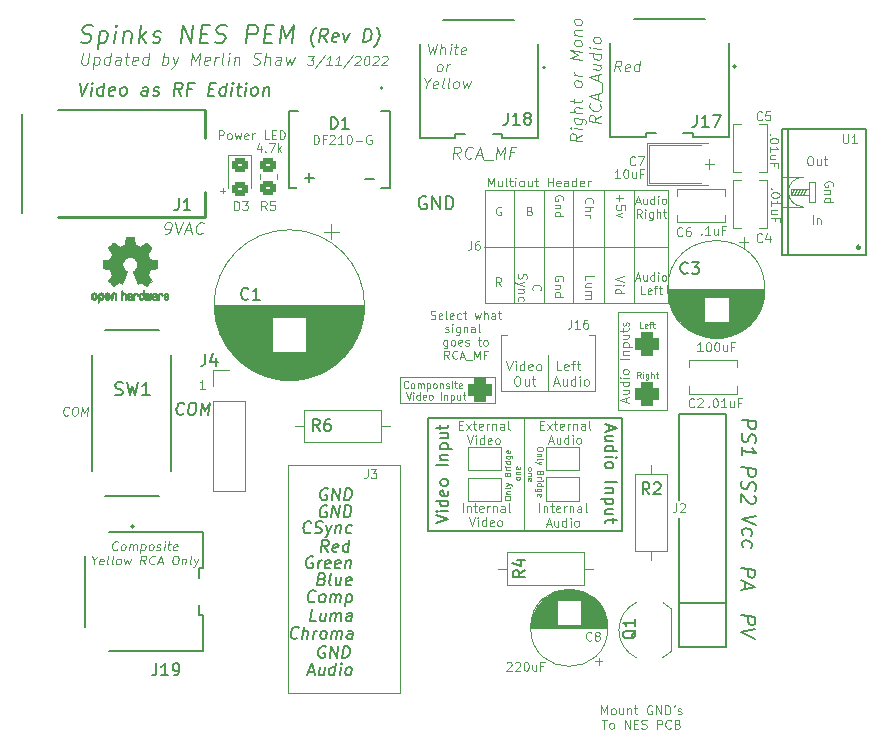
<source format=gto>
%TF.GenerationSoftware,KiCad,Pcbnew,(6.0.1)*%
%TF.CreationDate,2022-03-11T03:58:48-07:00*%
%TF.ProjectId,Power PCB Ver C -  TH - RF is Video Only V2,506f7765-7220-4504-9342-205665722043,rev?*%
%TF.SameCoordinates,Original*%
%TF.FileFunction,Legend,Top*%
%TF.FilePolarity,Positive*%
%FSLAX46Y46*%
G04 Gerber Fmt 4.6, Leading zero omitted, Abs format (unit mm)*
G04 Created by KiCad (PCBNEW (6.0.1)) date 2022-03-11 03:58:48*
%MOMM*%
%LPD*%
G01*
G04 APERTURE LIST*
G04 Aperture macros list*
%AMRoundRect*
0 Rectangle with rounded corners*
0 $1 Rounding radius*
0 $2 $3 $4 $5 $6 $7 $8 $9 X,Y pos of 4 corners*
0 Add a 4 corners polygon primitive as box body*
4,1,4,$2,$3,$4,$5,$6,$7,$8,$9,$2,$3,0*
0 Add four circle primitives for the rounded corners*
1,1,$1+$1,$2,$3*
1,1,$1+$1,$4,$5*
1,1,$1+$1,$6,$7*
1,1,$1+$1,$8,$9*
0 Add four rect primitives between the rounded corners*
20,1,$1+$1,$2,$3,$4,$5,0*
20,1,$1+$1,$4,$5,$6,$7,0*
20,1,$1+$1,$6,$7,$8,$9,0*
20,1,$1+$1,$8,$9,$2,$3,0*%
%AMOutline5P*
0 Free polygon, 5 corners , with rotation*
0 The origin of the aperture is its center*
0 number of corners: always 5*
0 $1 to $10 corner X, Y*
0 $11 Rotation angle, in degrees counterclockwise*
0 create outline with 5 corners*
4,1,5,$1,$2,$3,$4,$5,$6,$7,$8,$9,$10,$1,$2,$11*%
%AMOutline6P*
0 Free polygon, 6 corners , with rotation*
0 The origin of the aperture is its center*
0 number of corners: always 6*
0 $1 to $12 corner X, Y*
0 $13 Rotation angle, in degrees counterclockwise*
0 create outline with 6 corners*
4,1,6,$1,$2,$3,$4,$5,$6,$7,$8,$9,$10,$11,$12,$1,$2,$13*%
%AMOutline7P*
0 Free polygon, 7 corners , with rotation*
0 The origin of the aperture is its center*
0 number of corners: always 7*
0 $1 to $14 corner X, Y*
0 $15 Rotation angle, in degrees counterclockwise*
0 create outline with 7 corners*
4,1,7,$1,$2,$3,$4,$5,$6,$7,$8,$9,$10,$11,$12,$13,$14,$1,$2,$15*%
%AMOutline8P*
0 Free polygon, 8 corners , with rotation*
0 The origin of the aperture is its center*
0 number of corners: always 8*
0 $1 to $16 corner X, Y*
0 $17 Rotation angle, in degrees counterclockwise*
0 create outline with 8 corners*
4,1,8,$1,$2,$3,$4,$5,$6,$7,$8,$9,$10,$11,$12,$13,$14,$15,$16,$1,$2,$17*%
%AMFreePoly0*
4,1,6,1.000000,0.000000,0.500000,-0.750000,-0.500000,-0.750000,-0.500000,0.750000,0.500000,0.750000,1.000000,0.000000,1.000000,0.000000,$1*%
%AMFreePoly1*
4,1,6,0.500000,-0.750000,-0.650000,-0.750000,-0.150000,0.000000,-0.650000,0.750000,0.500000,0.750000,0.500000,-0.750000,0.500000,-0.750000,$1*%
G04 Aperture macros list end*
%ADD10C,0.100000*%
%ADD11C,0.075000*%
%ADD12C,0.120000*%
%ADD13C,0.080000*%
%ADD14C,0.254000*%
%ADD15C,0.200000*%
%ADD16C,0.150000*%
%ADD17C,0.250000*%
%ADD18C,0.127000*%
%ADD19C,0.010000*%
%ADD20O,4.000000X1.700000*%
%ADD21R,1.600000X1.600000*%
%ADD22C,1.600000*%
%ADD23R,1.599997X1.700000*%
%ADD24C,1.700000*%
%ADD25C,1.000000*%
%ADD26C,1.500000*%
%ADD27R,1.500000X1.500000*%
%ADD28R,2.400000X2.400000*%
%ADD29C,2.400000*%
%ADD30R,1.700000X1.700000*%
%ADD31O,1.700000X1.700000*%
%ADD32O,1.600000X1.600000*%
%ADD33O,1.950000X3.900000*%
%ADD34O,3.400000X1.700000*%
%ADD35RoundRect,0.500000X-0.500000X-0.500000X0.500000X-0.500000X0.500000X0.500000X-0.500000X0.500000X0*%
%ADD36Outline8P,-2.000000X1.000000X-1.000000X2.000000X1.000000X2.000000X2.000000X1.000000X2.000000X-1.000000X1.000000X-2.000000X-1.000000X-2.000000X-2.000000X-1.000000X0.000000*%
%ADD37Outline8P,-2.250000X1.125000X-1.125000X2.250000X1.125000X2.250000X2.250000X1.125000X2.250000X-1.125000X1.125000X-2.250000X-1.125000X-2.250000X-2.250000X-1.125000X0.000000*%
%ADD38FreePoly0,0.000000*%
%ADD39FreePoly1,0.000000*%
%ADD40R,2.000000X1.350000*%
%ADD41O,2.000000X1.350000*%
%ADD42RoundRect,0.250000X0.450000X-0.350000X0.450000X0.350000X-0.450000X0.350000X-0.450000X-0.350000X0*%
%ADD43R,2.000000X2.000000*%
%ADD44C,2.000000*%
%ADD45O,3.900000X1.950000*%
%ADD46O,1.700000X3.400000*%
%ADD47C,3.500000*%
%ADD48C,3.200000*%
%ADD49Outline8P,-1.550000X0.775000X-0.775000X1.550000X0.775000X1.550000X1.550000X0.775000X1.550000X-0.775000X0.775000X-1.550000X-0.775000X-1.550000X-1.550000X-0.775000X90.000000*%
%ADD50C,2.800000*%
%ADD51Outline8P,-0.700000X0.350000X-0.350000X0.700000X0.350000X0.700000X0.700000X0.350000X0.700000X-0.350000X0.350000X-0.700000X-0.350000X-0.700000X-0.700000X-0.350000X270.000000*%
%ADD52Outline8P,-0.800000X0.400000X-0.400000X0.800000X0.400000X0.800000X0.800000X0.400000X0.800000X-0.400000X0.400000X-0.800000X-0.400000X-0.800000X-0.800000X-0.400000X270.000000*%
%ADD53Outline8P,-0.800000X0.400000X-0.400000X0.800000X0.400000X0.800000X0.800000X0.400000X0.800000X-0.400000X0.400000X-0.800000X-0.400000X-0.800000X-0.800000X-0.400000X90.000000*%
%ADD54RoundRect,0.250000X-0.450000X0.325000X-0.450000X-0.325000X0.450000X-0.325000X0.450000X0.325000X0*%
G04 APERTURE END LIST*
D10*
X160633242Y-131729135D02*
X160633242Y-130979135D01*
X160883242Y-131514850D01*
X161133242Y-130979135D01*
X161133242Y-131729135D01*
X161597528Y-131729135D02*
X161526100Y-131693421D01*
X161490385Y-131657707D01*
X161454671Y-131586278D01*
X161454671Y-131371992D01*
X161490385Y-131300564D01*
X161526100Y-131264850D01*
X161597528Y-131229135D01*
X161704671Y-131229135D01*
X161776100Y-131264850D01*
X161811814Y-131300564D01*
X161847528Y-131371992D01*
X161847528Y-131586278D01*
X161811814Y-131657707D01*
X161776100Y-131693421D01*
X161704671Y-131729135D01*
X161597528Y-131729135D01*
X162490385Y-131229135D02*
X162490385Y-131729135D01*
X162168957Y-131229135D02*
X162168957Y-131621992D01*
X162204671Y-131693421D01*
X162276100Y-131729135D01*
X162383242Y-131729135D01*
X162454671Y-131693421D01*
X162490385Y-131657707D01*
X162847528Y-131229135D02*
X162847528Y-131729135D01*
X162847528Y-131300564D02*
X162883242Y-131264850D01*
X162954671Y-131229135D01*
X163061814Y-131229135D01*
X163133242Y-131264850D01*
X163168957Y-131336278D01*
X163168957Y-131729135D01*
X163418957Y-131229135D02*
X163704671Y-131229135D01*
X163526100Y-130979135D02*
X163526100Y-131621992D01*
X163561814Y-131693421D01*
X163633242Y-131729135D01*
X163704671Y-131729135D01*
X164918957Y-131014850D02*
X164847528Y-130979135D01*
X164740385Y-130979135D01*
X164633242Y-131014850D01*
X164561814Y-131086278D01*
X164526100Y-131157707D01*
X164490385Y-131300564D01*
X164490385Y-131407707D01*
X164526100Y-131550564D01*
X164561814Y-131621992D01*
X164633242Y-131693421D01*
X164740385Y-131729135D01*
X164811814Y-131729135D01*
X164918957Y-131693421D01*
X164954671Y-131657707D01*
X164954671Y-131407707D01*
X164811814Y-131407707D01*
X165276100Y-131729135D02*
X165276100Y-130979135D01*
X165704671Y-131729135D01*
X165704671Y-130979135D01*
X166061814Y-131729135D02*
X166061814Y-130979135D01*
X166240385Y-130979135D01*
X166347528Y-131014850D01*
X166418957Y-131086278D01*
X166454671Y-131157707D01*
X166490385Y-131300564D01*
X166490385Y-131407707D01*
X166454671Y-131550564D01*
X166418957Y-131621992D01*
X166347528Y-131693421D01*
X166240385Y-131729135D01*
X166061814Y-131729135D01*
X166847528Y-130979135D02*
X166776100Y-131121992D01*
X167133242Y-131693421D02*
X167204671Y-131729135D01*
X167347528Y-131729135D01*
X167418957Y-131693421D01*
X167454671Y-131621992D01*
X167454671Y-131586278D01*
X167418957Y-131514850D01*
X167347528Y-131479135D01*
X167240385Y-131479135D01*
X167168957Y-131443421D01*
X167133242Y-131371992D01*
X167133242Y-131336278D01*
X167168957Y-131264850D01*
X167240385Y-131229135D01*
X167347528Y-131229135D01*
X167418957Y-131264850D01*
X160686814Y-132186635D02*
X161115385Y-132186635D01*
X160901100Y-132936635D02*
X160901100Y-132186635D01*
X161472528Y-132936635D02*
X161401100Y-132900921D01*
X161365385Y-132865207D01*
X161329671Y-132793778D01*
X161329671Y-132579492D01*
X161365385Y-132508064D01*
X161401100Y-132472350D01*
X161472528Y-132436635D01*
X161579671Y-132436635D01*
X161651100Y-132472350D01*
X161686814Y-132508064D01*
X161722528Y-132579492D01*
X161722528Y-132793778D01*
X161686814Y-132865207D01*
X161651100Y-132900921D01*
X161579671Y-132936635D01*
X161472528Y-132936635D01*
X162615385Y-132936635D02*
X162615385Y-132186635D01*
X163043957Y-132936635D01*
X163043957Y-132186635D01*
X163401100Y-132543778D02*
X163651100Y-132543778D01*
X163758242Y-132936635D02*
X163401100Y-132936635D01*
X163401100Y-132186635D01*
X163758242Y-132186635D01*
X164043957Y-132900921D02*
X164151100Y-132936635D01*
X164329671Y-132936635D01*
X164401100Y-132900921D01*
X164436814Y-132865207D01*
X164472528Y-132793778D01*
X164472528Y-132722350D01*
X164436814Y-132650921D01*
X164401100Y-132615207D01*
X164329671Y-132579492D01*
X164186814Y-132543778D01*
X164115385Y-132508064D01*
X164079671Y-132472350D01*
X164043957Y-132400921D01*
X164043957Y-132329492D01*
X164079671Y-132258064D01*
X164115385Y-132222350D01*
X164186814Y-132186635D01*
X164365385Y-132186635D01*
X164472528Y-132222350D01*
X165365385Y-132936635D02*
X165365385Y-132186635D01*
X165651100Y-132186635D01*
X165722528Y-132222350D01*
X165758242Y-132258064D01*
X165793957Y-132329492D01*
X165793957Y-132436635D01*
X165758242Y-132508064D01*
X165722528Y-132543778D01*
X165651100Y-132579492D01*
X165365385Y-132579492D01*
X166543957Y-132865207D02*
X166508242Y-132900921D01*
X166401100Y-132936635D01*
X166329671Y-132936635D01*
X166222528Y-132900921D01*
X166151100Y-132829492D01*
X166115385Y-132758064D01*
X166079671Y-132615207D01*
X166079671Y-132508064D01*
X166115385Y-132365207D01*
X166151100Y-132293778D01*
X166222528Y-132222350D01*
X166329671Y-132186635D01*
X166401100Y-132186635D01*
X166508242Y-132222350D01*
X166543957Y-132258064D01*
X167115385Y-132543778D02*
X167222528Y-132579492D01*
X167258242Y-132615207D01*
X167293957Y-132686635D01*
X167293957Y-132793778D01*
X167258242Y-132865207D01*
X167222528Y-132900921D01*
X167151100Y-132936635D01*
X166865385Y-132936635D01*
X166865385Y-132186635D01*
X167115385Y-132186635D01*
X167186814Y-132222350D01*
X167222528Y-132258064D01*
X167258242Y-132329492D01*
X167258242Y-132400921D01*
X167222528Y-132472350D01*
X167186814Y-132508064D01*
X167115385Y-132543778D01*
X166865385Y-132543778D01*
D11*
X152449790Y-113460266D02*
X152449790Y-113365028D01*
X152473600Y-113317409D01*
X152521219Y-113269790D01*
X152616457Y-113245980D01*
X152783123Y-113245980D01*
X152878361Y-113269790D01*
X152925980Y-113317409D01*
X152949790Y-113365028D01*
X152949790Y-113460266D01*
X152925980Y-113507885D01*
X152878361Y-113555504D01*
X152783123Y-113579314D01*
X152616457Y-113579314D01*
X152521219Y-113555504D01*
X152473600Y-113507885D01*
X152449790Y-113460266D01*
X152616457Y-113031695D02*
X152949790Y-113031695D01*
X152664076Y-113031695D02*
X152640266Y-113007885D01*
X152616457Y-112960266D01*
X152616457Y-112888838D01*
X152640266Y-112841219D01*
X152687885Y-112817409D01*
X152949790Y-112817409D01*
X152949790Y-112507885D02*
X152925980Y-112555504D01*
X152878361Y-112579314D01*
X152449790Y-112579314D01*
X152616457Y-112365028D02*
X152949790Y-112245980D01*
X152616457Y-112126933D02*
X152949790Y-112245980D01*
X153068838Y-112293600D01*
X153092647Y-112317409D01*
X153116457Y-112365028D01*
X152687885Y-111388838D02*
X152711695Y-111317409D01*
X152735504Y-111293600D01*
X152783123Y-111269790D01*
X152854552Y-111269790D01*
X152902171Y-111293600D01*
X152925980Y-111317409D01*
X152949790Y-111365028D01*
X152949790Y-111555504D01*
X152449790Y-111555504D01*
X152449790Y-111388838D01*
X152473600Y-111341219D01*
X152497409Y-111317409D01*
X152545028Y-111293600D01*
X152592647Y-111293600D01*
X152640266Y-111317409D01*
X152664076Y-111341219D01*
X152687885Y-111388838D01*
X152687885Y-111555504D01*
X152949790Y-111055504D02*
X152616457Y-111055504D01*
X152711695Y-111055504D02*
X152664076Y-111031695D01*
X152640266Y-111007885D01*
X152616457Y-110960266D01*
X152616457Y-110912647D01*
X152949790Y-110745980D02*
X152616457Y-110745980D01*
X152449790Y-110745980D02*
X152473600Y-110769790D01*
X152497409Y-110745980D01*
X152473600Y-110722171D01*
X152449790Y-110745980D01*
X152497409Y-110745980D01*
X152949790Y-110293600D02*
X152449790Y-110293600D01*
X152925980Y-110293600D02*
X152949790Y-110341219D01*
X152949790Y-110436457D01*
X152925980Y-110484076D01*
X152902171Y-110507885D01*
X152854552Y-110531695D01*
X152711695Y-110531695D01*
X152664076Y-110507885D01*
X152640266Y-110484076D01*
X152616457Y-110436457D01*
X152616457Y-110341219D01*
X152640266Y-110293600D01*
X152616457Y-109841219D02*
X153021219Y-109841219D01*
X153068838Y-109865028D01*
X153092647Y-109888838D01*
X153116457Y-109936457D01*
X153116457Y-110007885D01*
X153092647Y-110055504D01*
X152925980Y-109841219D02*
X152949790Y-109888838D01*
X152949790Y-109984076D01*
X152925980Y-110031695D01*
X152902171Y-110055504D01*
X152854552Y-110079314D01*
X152711695Y-110079314D01*
X152664076Y-110055504D01*
X152640266Y-110031695D01*
X152616457Y-109984076D01*
X152616457Y-109888838D01*
X152640266Y-109841219D01*
X152925980Y-109412647D02*
X152949790Y-109460266D01*
X152949790Y-109555504D01*
X152925980Y-109603123D01*
X152878361Y-109626933D01*
X152687885Y-109626933D01*
X152640266Y-109603123D01*
X152616457Y-109555504D01*
X152616457Y-109460266D01*
X152640266Y-109412647D01*
X152687885Y-109388838D01*
X152735504Y-109388838D01*
X152783123Y-109626933D01*
X153754790Y-111769790D02*
X153730980Y-111817409D01*
X153707171Y-111841219D01*
X153659552Y-111865028D01*
X153516695Y-111865028D01*
X153469076Y-111841219D01*
X153445266Y-111817409D01*
X153421457Y-111769790D01*
X153421457Y-111698361D01*
X153445266Y-111650742D01*
X153469076Y-111626933D01*
X153516695Y-111603123D01*
X153659552Y-111603123D01*
X153707171Y-111626933D01*
X153730980Y-111650742D01*
X153754790Y-111698361D01*
X153754790Y-111769790D01*
X153421457Y-111388838D02*
X153754790Y-111388838D01*
X153469076Y-111388838D02*
X153445266Y-111365028D01*
X153421457Y-111317409D01*
X153421457Y-111245980D01*
X153445266Y-111198361D01*
X153492885Y-111174552D01*
X153754790Y-111174552D01*
X153730980Y-110745980D02*
X153754790Y-110793600D01*
X153754790Y-110888838D01*
X153730980Y-110936457D01*
X153683361Y-110960266D01*
X153492885Y-110960266D01*
X153445266Y-110936457D01*
X153421457Y-110888838D01*
X153421457Y-110793600D01*
X153445266Y-110745980D01*
X153492885Y-110722171D01*
X153540504Y-110722171D01*
X153588123Y-110960266D01*
D12*
X166226100Y-97693600D02*
X166226100Y-105993600D01*
X160126100Y-99643600D02*
X160126100Y-104143600D01*
X160126100Y-104143600D02*
X160126100Y-104393600D01*
X159626100Y-99643600D02*
X160126100Y-99643600D01*
X156126100Y-103393600D02*
X156126100Y-104393600D01*
X156126100Y-100893600D02*
X156126100Y-103393600D01*
X152126100Y-104393600D02*
X160126100Y-104393600D01*
X152126100Y-99643600D02*
X152626100Y-99643600D01*
X152126100Y-100393600D02*
X152126100Y-99643600D01*
X152126100Y-104393600D02*
X152126100Y-100393600D01*
X143626100Y-105393600D02*
X144876100Y-105393600D01*
X143626100Y-103143600D02*
X143626100Y-105393600D01*
X144876100Y-103143600D02*
X143626100Y-103143600D01*
D13*
X144283242Y-104054885D02*
X144254671Y-104083457D01*
X144168957Y-104112028D01*
X144111814Y-104112028D01*
X144026100Y-104083457D01*
X143968957Y-104026314D01*
X143940385Y-103969171D01*
X143911814Y-103854885D01*
X143911814Y-103769171D01*
X143940385Y-103654885D01*
X143968957Y-103597742D01*
X144026100Y-103540600D01*
X144111814Y-103512028D01*
X144168957Y-103512028D01*
X144254671Y-103540600D01*
X144283242Y-103569171D01*
X144626100Y-104112028D02*
X144568957Y-104083457D01*
X144540385Y-104054885D01*
X144511814Y-103997742D01*
X144511814Y-103826314D01*
X144540385Y-103769171D01*
X144568957Y-103740600D01*
X144626100Y-103712028D01*
X144711814Y-103712028D01*
X144768957Y-103740600D01*
X144797528Y-103769171D01*
X144826100Y-103826314D01*
X144826100Y-103997742D01*
X144797528Y-104054885D01*
X144768957Y-104083457D01*
X144711814Y-104112028D01*
X144626100Y-104112028D01*
X145083242Y-104112028D02*
X145083242Y-103712028D01*
X145083242Y-103769171D02*
X145111814Y-103740600D01*
X145168957Y-103712028D01*
X145254671Y-103712028D01*
X145311814Y-103740600D01*
X145340385Y-103797742D01*
X145340385Y-104112028D01*
X145340385Y-103797742D02*
X145368957Y-103740600D01*
X145426100Y-103712028D01*
X145511814Y-103712028D01*
X145568957Y-103740600D01*
X145597528Y-103797742D01*
X145597528Y-104112028D01*
X145883242Y-103712028D02*
X145883242Y-104312028D01*
X145883242Y-103740600D02*
X145940385Y-103712028D01*
X146054671Y-103712028D01*
X146111814Y-103740600D01*
X146140385Y-103769171D01*
X146168957Y-103826314D01*
X146168957Y-103997742D01*
X146140385Y-104054885D01*
X146111814Y-104083457D01*
X146054671Y-104112028D01*
X145940385Y-104112028D01*
X145883242Y-104083457D01*
X146511814Y-104112028D02*
X146454671Y-104083457D01*
X146426100Y-104054885D01*
X146397528Y-103997742D01*
X146397528Y-103826314D01*
X146426100Y-103769171D01*
X146454671Y-103740600D01*
X146511814Y-103712028D01*
X146597528Y-103712028D01*
X146654671Y-103740600D01*
X146683242Y-103769171D01*
X146711814Y-103826314D01*
X146711814Y-103997742D01*
X146683242Y-104054885D01*
X146654671Y-104083457D01*
X146597528Y-104112028D01*
X146511814Y-104112028D01*
X146968957Y-103712028D02*
X146968957Y-104112028D01*
X146968957Y-103769171D02*
X146997528Y-103740600D01*
X147054671Y-103712028D01*
X147140385Y-103712028D01*
X147197528Y-103740600D01*
X147226100Y-103797742D01*
X147226100Y-104112028D01*
X147483242Y-104083457D02*
X147540385Y-104112028D01*
X147654671Y-104112028D01*
X147711814Y-104083457D01*
X147740385Y-104026314D01*
X147740385Y-103997742D01*
X147711814Y-103940600D01*
X147654671Y-103912028D01*
X147568957Y-103912028D01*
X147511814Y-103883457D01*
X147483242Y-103826314D01*
X147483242Y-103797742D01*
X147511814Y-103740600D01*
X147568957Y-103712028D01*
X147654671Y-103712028D01*
X147711814Y-103740600D01*
X147997528Y-104112028D02*
X147997528Y-103712028D01*
X147997528Y-103512028D02*
X147968957Y-103540600D01*
X147997528Y-103569171D01*
X148026100Y-103540600D01*
X147997528Y-103512028D01*
X147997528Y-103569171D01*
X148197528Y-103712028D02*
X148426100Y-103712028D01*
X148283242Y-103512028D02*
X148283242Y-104026314D01*
X148311814Y-104083457D01*
X148368957Y-104112028D01*
X148426100Y-104112028D01*
X148854671Y-104083457D02*
X148797528Y-104112028D01*
X148683242Y-104112028D01*
X148626100Y-104083457D01*
X148597528Y-104026314D01*
X148597528Y-103797742D01*
X148626100Y-103740600D01*
X148683242Y-103712028D01*
X148797528Y-103712028D01*
X148854671Y-103740600D01*
X148883242Y-103797742D01*
X148883242Y-103854885D01*
X148597528Y-103912028D01*
X144126100Y-104478028D02*
X144326100Y-105078028D01*
X144526100Y-104478028D01*
X144726100Y-105078028D02*
X144726100Y-104678028D01*
X144726100Y-104478028D02*
X144697528Y-104506600D01*
X144726100Y-104535171D01*
X144754671Y-104506600D01*
X144726100Y-104478028D01*
X144726100Y-104535171D01*
X145268957Y-105078028D02*
X145268957Y-104478028D01*
X145268957Y-105049457D02*
X145211814Y-105078028D01*
X145097528Y-105078028D01*
X145040385Y-105049457D01*
X145011814Y-105020885D01*
X144983242Y-104963742D01*
X144983242Y-104792314D01*
X145011814Y-104735171D01*
X145040385Y-104706600D01*
X145097528Y-104678028D01*
X145211814Y-104678028D01*
X145268957Y-104706600D01*
X145783242Y-105049457D02*
X145726100Y-105078028D01*
X145611814Y-105078028D01*
X145554671Y-105049457D01*
X145526100Y-104992314D01*
X145526100Y-104763742D01*
X145554671Y-104706600D01*
X145611814Y-104678028D01*
X145726100Y-104678028D01*
X145783242Y-104706600D01*
X145811814Y-104763742D01*
X145811814Y-104820885D01*
X145526100Y-104878028D01*
X146154671Y-105078028D02*
X146097528Y-105049457D01*
X146068957Y-105020885D01*
X146040385Y-104963742D01*
X146040385Y-104792314D01*
X146068957Y-104735171D01*
X146097528Y-104706600D01*
X146154671Y-104678028D01*
X146240385Y-104678028D01*
X146297528Y-104706600D01*
X146326100Y-104735171D01*
X146354671Y-104792314D01*
X146354671Y-104963742D01*
X146326100Y-105020885D01*
X146297528Y-105049457D01*
X146240385Y-105078028D01*
X146154671Y-105078028D01*
X147068957Y-105078028D02*
X147068957Y-104478028D01*
X147354671Y-104678028D02*
X147354671Y-105078028D01*
X147354671Y-104735171D02*
X147383242Y-104706600D01*
X147440385Y-104678028D01*
X147526100Y-104678028D01*
X147583242Y-104706600D01*
X147611814Y-104763742D01*
X147611814Y-105078028D01*
X147897528Y-104678028D02*
X147897528Y-105278028D01*
X147897528Y-104706600D02*
X147954671Y-104678028D01*
X148068957Y-104678028D01*
X148126100Y-104706600D01*
X148154671Y-104735171D01*
X148183242Y-104792314D01*
X148183242Y-104963742D01*
X148154671Y-105020885D01*
X148126100Y-105049457D01*
X148068957Y-105078028D01*
X147954671Y-105078028D01*
X147897528Y-105049457D01*
X148697528Y-104678028D02*
X148697528Y-105078028D01*
X148440385Y-104678028D02*
X148440385Y-104992314D01*
X148468957Y-105049457D01*
X148526100Y-105078028D01*
X148611814Y-105078028D01*
X148668957Y-105049457D01*
X148697528Y-105020885D01*
X148897528Y-104678028D02*
X149126100Y-104678028D01*
X148983242Y-104478028D02*
X148983242Y-104992314D01*
X149011814Y-105049457D01*
X149068957Y-105078028D01*
X149126100Y-105078028D01*
D12*
X151626100Y-105393600D02*
X144876100Y-105393600D01*
X151626100Y-103143600D02*
X151626100Y-105393600D01*
X151376100Y-103143600D02*
X151626100Y-103143600D01*
X151376100Y-103143600D02*
X144876100Y-103143600D01*
X154122350Y-106638600D02*
X154129850Y-109328600D01*
X143626100Y-129893600D02*
X134126100Y-129893600D01*
D14*
X114626100Y-89634798D02*
X127050102Y-89634798D01*
D15*
X162359100Y-116183600D02*
X162359100Y-106633600D01*
D12*
X134126100Y-129893600D02*
X134126100Y-110643600D01*
X154129850Y-109328600D02*
X154126100Y-113143600D01*
D14*
X127050102Y-89634798D02*
X127050102Y-87480600D01*
D15*
X145976100Y-116183600D02*
X162359100Y-116183600D01*
D12*
X134126100Y-110643600D02*
X141126100Y-110643600D01*
X166226100Y-105993600D02*
X162026100Y-105993600D01*
X141126100Y-110643600D02*
X143626100Y-110643600D01*
D15*
X111626100Y-89313600D02*
X111626100Y-80913600D01*
D12*
X154126100Y-113143600D02*
X154126100Y-116012600D01*
X128596100Y-87148600D02*
X128596100Y-87623600D01*
X162026100Y-97693600D02*
X166226100Y-97693600D01*
X128351100Y-87393600D02*
X128826100Y-87393600D01*
D15*
X114626100Y-80592398D02*
X127050102Y-80592398D01*
X145976100Y-106633600D02*
X162359100Y-106633600D01*
D12*
X162026100Y-97693600D02*
X162026100Y-105993600D01*
X143626100Y-110643600D02*
X143626100Y-129893600D01*
D15*
X145976100Y-116183600D02*
X145976100Y-106633600D01*
D14*
X127050102Y-82908600D02*
X127050102Y-80592398D01*
D10*
X157268957Y-102611504D02*
X156888004Y-102611504D01*
X156888004Y-101811504D01*
X157840385Y-102573409D02*
X157764195Y-102611504D01*
X157611814Y-102611504D01*
X157535623Y-102573409D01*
X157497528Y-102497219D01*
X157497528Y-102192457D01*
X157535623Y-102116266D01*
X157611814Y-102078171D01*
X157764195Y-102078171D01*
X157840385Y-102116266D01*
X157878480Y-102192457D01*
X157878480Y-102268647D01*
X157497528Y-102344838D01*
X158107052Y-102078171D02*
X158411814Y-102078171D01*
X158221338Y-102611504D02*
X158221338Y-101925790D01*
X158259433Y-101849600D01*
X158335623Y-101811504D01*
X158411814Y-101811504D01*
X158564195Y-102078171D02*
X158868957Y-102078171D01*
X158678480Y-101811504D02*
X158678480Y-102497219D01*
X158716576Y-102573409D01*
X158792766Y-102611504D01*
X158868957Y-102611504D01*
X156659433Y-103670933D02*
X157040385Y-103670933D01*
X156583242Y-103899504D02*
X156849909Y-103099504D01*
X157116576Y-103899504D01*
X157726100Y-103366171D02*
X157726100Y-103899504D01*
X157383242Y-103366171D02*
X157383242Y-103785219D01*
X157421338Y-103861409D01*
X157497528Y-103899504D01*
X157611814Y-103899504D01*
X157688004Y-103861409D01*
X157726100Y-103823314D01*
X158449909Y-103899504D02*
X158449909Y-103099504D01*
X158449909Y-103861409D02*
X158373719Y-103899504D01*
X158221338Y-103899504D01*
X158145147Y-103861409D01*
X158107052Y-103823314D01*
X158068957Y-103747123D01*
X158068957Y-103518552D01*
X158107052Y-103442361D01*
X158145147Y-103404266D01*
X158221338Y-103366171D01*
X158373719Y-103366171D01*
X158449909Y-103404266D01*
X158830861Y-103899504D02*
X158830861Y-103366171D01*
X158830861Y-103099504D02*
X158792766Y-103137600D01*
X158830861Y-103175695D01*
X158868957Y-103137600D01*
X158830861Y-103099504D01*
X158830861Y-103175695D01*
X159326100Y-103899504D02*
X159249909Y-103861409D01*
X159211814Y-103823314D01*
X159173719Y-103747123D01*
X159173719Y-103518552D01*
X159211814Y-103442361D01*
X159249909Y-103404266D01*
X159326100Y-103366171D01*
X159440385Y-103366171D01*
X159516576Y-103404266D01*
X159554671Y-103442361D01*
X159592766Y-103518552D01*
X159592766Y-103747123D01*
X159554671Y-103823314D01*
X159516576Y-103861409D01*
X159440385Y-103899504D01*
X159326100Y-103899504D01*
D16*
X136303957Y-75210266D02*
X136258123Y-75157885D01*
X136173004Y-75000742D01*
X136133719Y-74895980D01*
X136100980Y-74738838D01*
X136081338Y-74476933D01*
X136107528Y-74267409D01*
X136192647Y-74005504D01*
X136264671Y-73848361D01*
X136330147Y-73743600D01*
X136454552Y-73586457D01*
X136513480Y-73534076D01*
X137403957Y-74791219D02*
X137102766Y-74267409D01*
X136775385Y-74791219D02*
X136912885Y-73691219D01*
X137331933Y-73691219D01*
X137430147Y-73743600D01*
X137475980Y-73795980D01*
X137515266Y-73900742D01*
X137495623Y-74057885D01*
X137430147Y-74162647D01*
X137371219Y-74215028D01*
X137259909Y-74267409D01*
X136840861Y-74267409D01*
X138300980Y-74738838D02*
X138189671Y-74791219D01*
X137980147Y-74791219D01*
X137881933Y-74738838D01*
X137842647Y-74634076D01*
X137895028Y-74215028D01*
X137960504Y-74110266D01*
X138071814Y-74057885D01*
X138281338Y-74057885D01*
X138379552Y-74110266D01*
X138418838Y-74215028D01*
X138405742Y-74319790D01*
X137868838Y-74424552D01*
X138805147Y-74057885D02*
X138975385Y-74791219D01*
X139328957Y-74057885D01*
X140494433Y-74791219D02*
X140631933Y-73691219D01*
X140893838Y-73691219D01*
X141044433Y-73743600D01*
X141136100Y-73848361D01*
X141175385Y-73953123D01*
X141201576Y-74162647D01*
X141181933Y-74319790D01*
X141103361Y-74529314D01*
X141037885Y-74634076D01*
X140920028Y-74738838D01*
X140756338Y-74791219D01*
X140494433Y-74791219D01*
X141437290Y-75210266D02*
X141496219Y-75157885D01*
X141620623Y-75000742D01*
X141686100Y-74895980D01*
X141758123Y-74738838D01*
X141843242Y-74476933D01*
X141869433Y-74267409D01*
X141849790Y-74005504D01*
X141817052Y-73848361D01*
X141777766Y-73743600D01*
X141692647Y-73586457D01*
X141646814Y-73534076D01*
D10*
X123683808Y-91045980D02*
X123874284Y-91045980D01*
X123975475Y-90998361D01*
X124029046Y-90950742D01*
X124142141Y-90807885D01*
X124213570Y-90617409D01*
X124261189Y-90236457D01*
X124225475Y-90141219D01*
X124183808Y-90093600D01*
X124094522Y-90045980D01*
X123904046Y-90045980D01*
X123802855Y-90093600D01*
X123749284Y-90141219D01*
X123689760Y-90236457D01*
X123659998Y-90474552D01*
X123695713Y-90569790D01*
X123737379Y-90617409D01*
X123826665Y-90665028D01*
X124017141Y-90665028D01*
X124118332Y-90617409D01*
X124171903Y-90569790D01*
X124231427Y-90474552D01*
X124570713Y-90045980D02*
X124779046Y-91045980D01*
X125237379Y-90045980D01*
X125433808Y-90760266D02*
X125909998Y-90760266D01*
X125302855Y-91045980D02*
X125761189Y-90045980D01*
X125969522Y-91045980D01*
X126886189Y-90950742D02*
X126832617Y-90998361D01*
X126683808Y-91045980D01*
X126588570Y-91045980D01*
X126451665Y-90998361D01*
X126368332Y-90903123D01*
X126332617Y-90807885D01*
X126308808Y-90617409D01*
X126326665Y-90474552D01*
X126398094Y-90284076D01*
X126457617Y-90188838D01*
X126564760Y-90093600D01*
X126713570Y-90045980D01*
X126808808Y-90045980D01*
X126945713Y-90093600D01*
X126987379Y-90141219D01*
D16*
X137438570Y-114083600D02*
X137349284Y-114035980D01*
X137206427Y-114035980D01*
X137057617Y-114083600D01*
X136950475Y-114178838D01*
X136890951Y-114274076D01*
X136819522Y-114464552D01*
X136801665Y-114607409D01*
X136825475Y-114797885D01*
X136861189Y-114893123D01*
X136944522Y-114988361D01*
X137081427Y-115035980D01*
X137176665Y-115035980D01*
X137325475Y-114988361D01*
X137379046Y-114940742D01*
X137420713Y-114607409D01*
X137230236Y-114607409D01*
X137795713Y-115035980D02*
X137920713Y-114035980D01*
X138367141Y-115035980D01*
X138492141Y-114035980D01*
X138843332Y-115035980D02*
X138968332Y-114035980D01*
X139206427Y-114035980D01*
X139343332Y-114083600D01*
X139426665Y-114178838D01*
X139462379Y-114274076D01*
X139486189Y-114464552D01*
X139468332Y-114607409D01*
X139396903Y-114797885D01*
X139337379Y-114893123D01*
X139230236Y-114988361D01*
X139081427Y-115035980D01*
X138843332Y-115035980D01*
D11*
X135834885Y-75980504D02*
X136330123Y-75980504D01*
X136025361Y-76285266D01*
X136139647Y-76285266D01*
X136211076Y-76323361D01*
X136244409Y-76361457D01*
X136272980Y-76437647D01*
X136249171Y-76628123D01*
X136201552Y-76704314D01*
X136158695Y-76742409D01*
X136077742Y-76780504D01*
X135849171Y-76780504D01*
X135777742Y-76742409D01*
X135744409Y-76704314D01*
X137249171Y-75942409D02*
X136434885Y-76970980D01*
X137830123Y-76780504D02*
X137372980Y-76780504D01*
X137601552Y-76780504D02*
X137701552Y-75980504D01*
X137611076Y-76094790D01*
X137525361Y-76170980D01*
X137444409Y-76209076D01*
X138592028Y-76780504D02*
X138134885Y-76780504D01*
X138363457Y-76780504D02*
X138463457Y-75980504D01*
X138372980Y-76094790D01*
X138287266Y-76170980D01*
X138206314Y-76209076D01*
X139611076Y-75942409D02*
X138796790Y-76970980D01*
X139825361Y-76056695D02*
X139868219Y-76018600D01*
X139949171Y-75980504D01*
X140139647Y-75980504D01*
X140211076Y-76018600D01*
X140244409Y-76056695D01*
X140272980Y-76132885D01*
X140263457Y-76209076D01*
X140211076Y-76323361D01*
X139696790Y-76780504D01*
X140192028Y-76780504D01*
X140787266Y-75980504D02*
X140863457Y-75980504D01*
X140934885Y-76018600D01*
X140968219Y-76056695D01*
X140996790Y-76132885D01*
X141015838Y-76285266D01*
X140992028Y-76475742D01*
X140934885Y-76628123D01*
X140887266Y-76704314D01*
X140844409Y-76742409D01*
X140763457Y-76780504D01*
X140687266Y-76780504D01*
X140615838Y-76742409D01*
X140582504Y-76704314D01*
X140553933Y-76628123D01*
X140534885Y-76475742D01*
X140558695Y-76285266D01*
X140615838Y-76132885D01*
X140663457Y-76056695D01*
X140706314Y-76018600D01*
X140787266Y-75980504D01*
X141349171Y-76056695D02*
X141392028Y-76018600D01*
X141472980Y-75980504D01*
X141663457Y-75980504D01*
X141734885Y-76018600D01*
X141768219Y-76056695D01*
X141796790Y-76132885D01*
X141787266Y-76209076D01*
X141734885Y-76323361D01*
X141220600Y-76780504D01*
X141715838Y-76780504D01*
X142111076Y-76056695D02*
X142153933Y-76018600D01*
X142234885Y-75980504D01*
X142425361Y-75980504D01*
X142496790Y-76018600D01*
X142530123Y-76056695D01*
X142558695Y-76132885D01*
X142549171Y-76209076D01*
X142496790Y-76323361D01*
X141982504Y-76780504D01*
X142477742Y-76780504D01*
D10*
X163501100Y-85161457D02*
X163465385Y-85197171D01*
X163358242Y-85232885D01*
X163286814Y-85232885D01*
X163179671Y-85197171D01*
X163108242Y-85125742D01*
X163072528Y-85054314D01*
X163036814Y-84911457D01*
X163036814Y-84804314D01*
X163072528Y-84661457D01*
X163108242Y-84590028D01*
X163179671Y-84518600D01*
X163286814Y-84482885D01*
X163358242Y-84482885D01*
X163465385Y-84518600D01*
X163501100Y-84554314D01*
X163751100Y-84482885D02*
X164251100Y-84482885D01*
X163929671Y-85232885D01*
X152152528Y-88768600D02*
X152081100Y-88732885D01*
X151973957Y-88732885D01*
X151866814Y-88768600D01*
X151795385Y-88840028D01*
X151759671Y-88911457D01*
X151723957Y-89054314D01*
X151723957Y-89161457D01*
X151759671Y-89304314D01*
X151795385Y-89375742D01*
X151866814Y-89447171D01*
X151973957Y-89482885D01*
X152045385Y-89482885D01*
X152152528Y-89447171D01*
X152188242Y-89411457D01*
X152188242Y-89161457D01*
X152045385Y-89161457D01*
X152158242Y-95482885D02*
X151908242Y-95125742D01*
X151729671Y-95482885D02*
X151729671Y-94732885D01*
X152015385Y-94732885D01*
X152086814Y-94768600D01*
X152122528Y-94804314D01*
X152158242Y-94875742D01*
X152158242Y-94982885D01*
X152122528Y-95054314D01*
X152086814Y-95090028D01*
X152015385Y-95125742D01*
X151729671Y-95125742D01*
X158998480Y-82634701D02*
X158522290Y-82908510D01*
X158998480Y-83206129D02*
X157998480Y-83081129D01*
X157998480Y-82700177D01*
X158046100Y-82610891D01*
X158093719Y-82569225D01*
X158188957Y-82533510D01*
X158331814Y-82551367D01*
X158427052Y-82610891D01*
X158474671Y-82664463D01*
X158522290Y-82765653D01*
X158522290Y-83146605D01*
X158998480Y-82206129D02*
X158331814Y-82122796D01*
X157998480Y-82081129D02*
X158046100Y-82134701D01*
X158093719Y-82093034D01*
X158046100Y-82039463D01*
X157998480Y-82081129D01*
X158093719Y-82093034D01*
X158331814Y-81218034D02*
X159141338Y-81319225D01*
X159236576Y-81378748D01*
X159284195Y-81432320D01*
X159331814Y-81533510D01*
X159331814Y-81676367D01*
X159284195Y-81765653D01*
X158950861Y-81295415D02*
X158998480Y-81396605D01*
X158998480Y-81587082D01*
X158950861Y-81676367D01*
X158903242Y-81718034D01*
X158808004Y-81753748D01*
X158522290Y-81718034D01*
X158427052Y-81658510D01*
X158379433Y-81604939D01*
X158331814Y-81503748D01*
X158331814Y-81313272D01*
X158379433Y-81223986D01*
X158998480Y-80825177D02*
X157998480Y-80700177D01*
X158998480Y-80396605D02*
X158474671Y-80331129D01*
X158379433Y-80366844D01*
X158331814Y-80456129D01*
X158331814Y-80598986D01*
X158379433Y-80700177D01*
X158427052Y-80753748D01*
X158331814Y-79979939D02*
X158331814Y-79598986D01*
X157998480Y-79795415D02*
X158855623Y-79902558D01*
X158950861Y-79866844D01*
X158998480Y-79777558D01*
X158998480Y-79682320D01*
X158998480Y-78444225D02*
X158950861Y-78533510D01*
X158903242Y-78575177D01*
X158808004Y-78610891D01*
X158522290Y-78575177D01*
X158427052Y-78515653D01*
X158379433Y-78462082D01*
X158331814Y-78360891D01*
X158331814Y-78218034D01*
X158379433Y-78128748D01*
X158427052Y-78087082D01*
X158522290Y-78051367D01*
X158808004Y-78087082D01*
X158903242Y-78146605D01*
X158950861Y-78200177D01*
X158998480Y-78301367D01*
X158998480Y-78444225D01*
X158998480Y-77682320D02*
X158331814Y-77598986D01*
X158522290Y-77622796D02*
X158427052Y-77563272D01*
X158379433Y-77509701D01*
X158331814Y-77408510D01*
X158331814Y-77313272D01*
X158998480Y-76301367D02*
X157998480Y-76176367D01*
X158712766Y-75932320D01*
X157998480Y-75509701D01*
X158998480Y-75634701D01*
X158998480Y-75015653D02*
X158950861Y-75104939D01*
X158903242Y-75146605D01*
X158808004Y-75182320D01*
X158522290Y-75146605D01*
X158427052Y-75087082D01*
X158379433Y-75033510D01*
X158331814Y-74932320D01*
X158331814Y-74789463D01*
X158379433Y-74700177D01*
X158427052Y-74658510D01*
X158522290Y-74622796D01*
X158808004Y-74658510D01*
X158903242Y-74718034D01*
X158950861Y-74771605D01*
X158998480Y-74872796D01*
X158998480Y-75015653D01*
X158331814Y-74170415D02*
X158998480Y-74253748D01*
X158427052Y-74182320D02*
X158379433Y-74128748D01*
X158331814Y-74027558D01*
X158331814Y-73884701D01*
X158379433Y-73795415D01*
X158474671Y-73759701D01*
X158998480Y-73825177D01*
X158998480Y-73206129D02*
X158950861Y-73295415D01*
X158903242Y-73337082D01*
X158808004Y-73372796D01*
X158522290Y-73337082D01*
X158427052Y-73277558D01*
X158379433Y-73223986D01*
X158331814Y-73122796D01*
X158331814Y-72979939D01*
X158379433Y-72890653D01*
X158427052Y-72848986D01*
X158522290Y-72813272D01*
X158808004Y-72848986D01*
X158903242Y-72908510D01*
X158950861Y-72962082D01*
X158998480Y-73063272D01*
X158998480Y-73206129D01*
X160608480Y-81087082D02*
X160132290Y-81360891D01*
X160608480Y-81658510D02*
X159608480Y-81533510D01*
X159608480Y-81152558D01*
X159656100Y-81063272D01*
X159703719Y-81021605D01*
X159798957Y-80985891D01*
X159941814Y-81003748D01*
X160037052Y-81063272D01*
X160084671Y-81116844D01*
X160132290Y-81218034D01*
X160132290Y-81598986D01*
X160513242Y-80075177D02*
X160560861Y-80128748D01*
X160608480Y-80277558D01*
X160608480Y-80372796D01*
X160560861Y-80509701D01*
X160465623Y-80593034D01*
X160370385Y-80628748D01*
X160179909Y-80652558D01*
X160037052Y-80634701D01*
X159846576Y-80563272D01*
X159751338Y-80503748D01*
X159656100Y-80396605D01*
X159608480Y-80247796D01*
X159608480Y-80152558D01*
X159656100Y-80015653D01*
X159703719Y-79973986D01*
X160322766Y-79670415D02*
X160322766Y-79194225D01*
X160608480Y-79801367D02*
X159608480Y-79343034D01*
X160608480Y-79134701D01*
X160703719Y-79051367D02*
X160703719Y-78289463D01*
X160322766Y-78051367D02*
X160322766Y-77575177D01*
X160608480Y-78182320D02*
X159608480Y-77723986D01*
X160608480Y-77515653D01*
X159941814Y-76670415D02*
X160608480Y-76753748D01*
X159941814Y-77098986D02*
X160465623Y-77164463D01*
X160560861Y-77128748D01*
X160608480Y-77039463D01*
X160608480Y-76896605D01*
X160560861Y-76795415D01*
X160513242Y-76741844D01*
X160608480Y-75848986D02*
X159608480Y-75723986D01*
X160560861Y-75843034D02*
X160608480Y-75944225D01*
X160608480Y-76134701D01*
X160560861Y-76223986D01*
X160513242Y-76265653D01*
X160418004Y-76301367D01*
X160132290Y-76265653D01*
X160037052Y-76206129D01*
X159989433Y-76152558D01*
X159941814Y-76051367D01*
X159941814Y-75860891D01*
X159989433Y-75771605D01*
X160608480Y-75372796D02*
X159941814Y-75289463D01*
X159608480Y-75247796D02*
X159656100Y-75301367D01*
X159703719Y-75259701D01*
X159656100Y-75206129D01*
X159608480Y-75247796D01*
X159703719Y-75259701D01*
X160608480Y-74753748D02*
X160560861Y-74843034D01*
X160513242Y-74884701D01*
X160418004Y-74920415D01*
X160132290Y-74884701D01*
X160037052Y-74825177D01*
X159989433Y-74771605D01*
X159941814Y-74670415D01*
X159941814Y-74527558D01*
X159989433Y-74438272D01*
X160037052Y-74396605D01*
X160132290Y-74360891D01*
X160418004Y-74396605D01*
X160513242Y-74456129D01*
X160560861Y-74509701D01*
X160608480Y-74610891D01*
X160608480Y-74753748D01*
D16*
X116472409Y-78241219D02*
X116701576Y-79341219D01*
X117205742Y-78241219D01*
X117434909Y-79341219D02*
X117526576Y-78607885D01*
X117572409Y-78241219D02*
X117513480Y-78293600D01*
X117559314Y-78345980D01*
X117618242Y-78293600D01*
X117572409Y-78241219D01*
X117559314Y-78345980D01*
X118430147Y-79341219D02*
X118567647Y-78241219D01*
X118436695Y-79288838D02*
X118325385Y-79341219D01*
X118115861Y-79341219D01*
X118017647Y-79288838D01*
X117971814Y-79236457D01*
X117932528Y-79131695D01*
X117971814Y-78817409D01*
X118037290Y-78712647D01*
X118096219Y-78660266D01*
X118207528Y-78607885D01*
X118417052Y-78607885D01*
X118515266Y-78660266D01*
X119379552Y-79288838D02*
X119268242Y-79341219D01*
X119058719Y-79341219D01*
X118960504Y-79288838D01*
X118921219Y-79184076D01*
X118973600Y-78765028D01*
X119039076Y-78660266D01*
X119150385Y-78607885D01*
X119359909Y-78607885D01*
X119458123Y-78660266D01*
X119497409Y-78765028D01*
X119484314Y-78869790D01*
X118947409Y-78974552D01*
X120053957Y-79341219D02*
X119955742Y-79288838D01*
X119909909Y-79236457D01*
X119870623Y-79131695D01*
X119909909Y-78817409D01*
X119975385Y-78712647D01*
X120034314Y-78660266D01*
X120145623Y-78607885D01*
X120302766Y-78607885D01*
X120400980Y-78660266D01*
X120446814Y-78712647D01*
X120486100Y-78817409D01*
X120446814Y-79131695D01*
X120381338Y-79236457D01*
X120322409Y-79288838D01*
X120211100Y-79341219D01*
X120053957Y-79341219D01*
X122201576Y-79341219D02*
X122273600Y-78765028D01*
X122234314Y-78660266D01*
X122136100Y-78607885D01*
X121926576Y-78607885D01*
X121815266Y-78660266D01*
X122208123Y-79288838D02*
X122096814Y-79341219D01*
X121834909Y-79341219D01*
X121736695Y-79288838D01*
X121697409Y-79184076D01*
X121710504Y-79079314D01*
X121775980Y-78974552D01*
X121887290Y-78922171D01*
X122149195Y-78922171D01*
X122260504Y-78869790D01*
X122679552Y-79288838D02*
X122777766Y-79341219D01*
X122987290Y-79341219D01*
X123098600Y-79288838D01*
X123164076Y-79184076D01*
X123170623Y-79131695D01*
X123131338Y-79026933D01*
X123033123Y-78974552D01*
X122875980Y-78974552D01*
X122777766Y-78922171D01*
X122738480Y-78817409D01*
X122745028Y-78765028D01*
X122810504Y-78660266D01*
X122921814Y-78607885D01*
X123078957Y-78607885D01*
X123177171Y-78660266D01*
X125082528Y-79341219D02*
X124781338Y-78817409D01*
X124453957Y-79341219D02*
X124591457Y-78241219D01*
X125010504Y-78241219D01*
X125108719Y-78293600D01*
X125154552Y-78345980D01*
X125193838Y-78450742D01*
X125174195Y-78607885D01*
X125108719Y-78712647D01*
X125049790Y-78765028D01*
X124938480Y-78817409D01*
X124519433Y-78817409D01*
X125992647Y-78765028D02*
X125625980Y-78765028D01*
X125553957Y-79341219D02*
X125691457Y-78241219D01*
X126215266Y-78241219D01*
X127406933Y-78765028D02*
X127773600Y-78765028D01*
X127858719Y-79341219D02*
X127334909Y-79341219D01*
X127472409Y-78241219D01*
X127996219Y-78241219D01*
X128801576Y-79341219D02*
X128939076Y-78241219D01*
X128808123Y-79288838D02*
X128696814Y-79341219D01*
X128487290Y-79341219D01*
X128389076Y-79288838D01*
X128343242Y-79236457D01*
X128303957Y-79131695D01*
X128343242Y-78817409D01*
X128408719Y-78712647D01*
X128467647Y-78660266D01*
X128578957Y-78607885D01*
X128788480Y-78607885D01*
X128886695Y-78660266D01*
X129325385Y-79341219D02*
X129417052Y-78607885D01*
X129462885Y-78241219D02*
X129403957Y-78293600D01*
X129449790Y-78345980D01*
X129508719Y-78293600D01*
X129462885Y-78241219D01*
X129449790Y-78345980D01*
X129783719Y-78607885D02*
X130202766Y-78607885D01*
X129986695Y-78241219D02*
X129868838Y-79184076D01*
X129908123Y-79288838D01*
X130006338Y-79341219D01*
X130111100Y-79341219D01*
X130477766Y-79341219D02*
X130569433Y-78607885D01*
X130615266Y-78241219D02*
X130556338Y-78293600D01*
X130602171Y-78345980D01*
X130661100Y-78293600D01*
X130615266Y-78241219D01*
X130602171Y-78345980D01*
X131158719Y-79341219D02*
X131060504Y-79288838D01*
X131014671Y-79236457D01*
X130975385Y-79131695D01*
X131014671Y-78817409D01*
X131080147Y-78712647D01*
X131139076Y-78660266D01*
X131250385Y-78607885D01*
X131407528Y-78607885D01*
X131505742Y-78660266D01*
X131551576Y-78712647D01*
X131590861Y-78817409D01*
X131551576Y-79131695D01*
X131486100Y-79236457D01*
X131427171Y-79288838D01*
X131315861Y-79341219D01*
X131158719Y-79341219D01*
X132088480Y-78607885D02*
X131996814Y-79341219D01*
X132075385Y-78712647D02*
X132134314Y-78660266D01*
X132245623Y-78607885D01*
X132402766Y-78607885D01*
X132500980Y-78660266D01*
X132540266Y-78765028D01*
X132468242Y-79341219D01*
D10*
X162262608Y-77284742D02*
X162016180Y-76856171D01*
X161748323Y-77284742D02*
X161860823Y-76384742D01*
X162203680Y-76384742D01*
X162284037Y-76427600D01*
X162321537Y-76470457D01*
X162353680Y-76556171D01*
X162337608Y-76684742D01*
X162284037Y-76770457D01*
X162235823Y-76813314D01*
X162144751Y-76856171D01*
X161801894Y-76856171D01*
X162996537Y-77241885D02*
X162905466Y-77284742D01*
X162734037Y-77284742D01*
X162653680Y-77241885D01*
X162621537Y-77156171D01*
X162664394Y-76813314D01*
X162717966Y-76727600D01*
X162809037Y-76684742D01*
X162980466Y-76684742D01*
X163060823Y-76727600D01*
X163092966Y-76813314D01*
X163082251Y-76899028D01*
X162642966Y-76984742D01*
X163805466Y-77284742D02*
X163917966Y-76384742D01*
X163810823Y-77241885D02*
X163719751Y-77284742D01*
X163548323Y-77284742D01*
X163467966Y-77241885D01*
X163430466Y-77199028D01*
X163398323Y-77113314D01*
X163430466Y-76856171D01*
X163484037Y-76770457D01*
X163532251Y-76727600D01*
X163623323Y-76684742D01*
X163794751Y-76684742D01*
X163875108Y-76727600D01*
X169108242Y-91061457D02*
X169143957Y-91097171D01*
X169108242Y-91132885D01*
X169072528Y-91097171D01*
X169108242Y-91061457D01*
X169108242Y-91132885D01*
X169858242Y-91132885D02*
X169429671Y-91132885D01*
X169643957Y-91132885D02*
X169643957Y-90382885D01*
X169572528Y-90490028D01*
X169501100Y-90561457D01*
X169429671Y-90597171D01*
X170501100Y-90632885D02*
X170501100Y-91132885D01*
X170179671Y-90632885D02*
X170179671Y-91025742D01*
X170215385Y-91097171D01*
X170286814Y-91132885D01*
X170393957Y-91132885D01*
X170465385Y-91097171D01*
X170501100Y-91061457D01*
X171108242Y-90740028D02*
X170858242Y-90740028D01*
X170858242Y-91132885D02*
X170858242Y-90382885D01*
X171215385Y-90382885D01*
D11*
X164180861Y-99019790D02*
X163942766Y-99019790D01*
X163942766Y-98519790D01*
X164538004Y-98995980D02*
X164490385Y-99019790D01*
X164395147Y-99019790D01*
X164347528Y-98995980D01*
X164323719Y-98948361D01*
X164323719Y-98757885D01*
X164347528Y-98710266D01*
X164395147Y-98686457D01*
X164490385Y-98686457D01*
X164538004Y-98710266D01*
X164561814Y-98757885D01*
X164561814Y-98805504D01*
X164323719Y-98853123D01*
X164704671Y-98686457D02*
X164895147Y-98686457D01*
X164776100Y-99019790D02*
X164776100Y-98591219D01*
X164799909Y-98543600D01*
X164847528Y-98519790D01*
X164895147Y-98519790D01*
X164990385Y-98686457D02*
X165180861Y-98686457D01*
X165061814Y-98519790D02*
X165061814Y-98948361D01*
X165085623Y-98995980D01*
X165133242Y-99019790D01*
X165180861Y-99019790D01*
D16*
X136469522Y-123815980D02*
X135993332Y-123815980D01*
X136118332Y-122815980D01*
X137314760Y-123149314D02*
X137231427Y-123815980D01*
X136886189Y-123149314D02*
X136820713Y-123673123D01*
X136856427Y-123768361D01*
X136945713Y-123815980D01*
X137088570Y-123815980D01*
X137189760Y-123768361D01*
X137243332Y-123720742D01*
X137707617Y-123815980D02*
X137790951Y-123149314D01*
X137779046Y-123244552D02*
X137832617Y-123196933D01*
X137933808Y-123149314D01*
X138076665Y-123149314D01*
X138165951Y-123196933D01*
X138201665Y-123292171D01*
X138136189Y-123815980D01*
X138201665Y-123292171D02*
X138261189Y-123196933D01*
X138362379Y-123149314D01*
X138505236Y-123149314D01*
X138594522Y-123196933D01*
X138630236Y-123292171D01*
X138564760Y-123815980D01*
X139469522Y-123815980D02*
X139534998Y-123292171D01*
X139499284Y-123196933D01*
X139409998Y-123149314D01*
X139219522Y-123149314D01*
X139118332Y-123196933D01*
X139475475Y-123768361D02*
X139374284Y-123815980D01*
X139136189Y-123815980D01*
X139046903Y-123768361D01*
X139011189Y-123673123D01*
X139023094Y-123577885D01*
X139082617Y-123482647D01*
X139183808Y-123435028D01*
X139421903Y-123435028D01*
X139523094Y-123387409D01*
D10*
X132809671Y-101464314D02*
X132845385Y-101428600D01*
X132916814Y-101392885D01*
X133095385Y-101392885D01*
X133166814Y-101428600D01*
X133202528Y-101464314D01*
X133238242Y-101535742D01*
X133238242Y-101607171D01*
X133202528Y-101714314D01*
X132773957Y-102142885D01*
X133238242Y-102142885D01*
X133523957Y-101464314D02*
X133559671Y-101428600D01*
X133631100Y-101392885D01*
X133809671Y-101392885D01*
X133881100Y-101428600D01*
X133916814Y-101464314D01*
X133952528Y-101535742D01*
X133952528Y-101607171D01*
X133916814Y-101714314D01*
X133488242Y-102142885D01*
X133952528Y-102142885D01*
X134416814Y-101392885D02*
X134488242Y-101392885D01*
X134559671Y-101428600D01*
X134595385Y-101464314D01*
X134631100Y-101535742D01*
X134666814Y-101678600D01*
X134666814Y-101857171D01*
X134631100Y-102000028D01*
X134595385Y-102071457D01*
X134559671Y-102107171D01*
X134488242Y-102142885D01*
X134416814Y-102142885D01*
X134345385Y-102107171D01*
X134309671Y-102071457D01*
X134273957Y-102000028D01*
X134238242Y-101857171D01*
X134238242Y-101678600D01*
X134273957Y-101535742D01*
X134309671Y-101464314D01*
X134345385Y-101428600D01*
X134416814Y-101392885D01*
X135131100Y-101392885D02*
X135202528Y-101392885D01*
X135273957Y-101428600D01*
X135309671Y-101464314D01*
X135345385Y-101535742D01*
X135381100Y-101678600D01*
X135381100Y-101857171D01*
X135345385Y-102000028D01*
X135309671Y-102071457D01*
X135273957Y-102107171D01*
X135202528Y-102142885D01*
X135131100Y-102142885D01*
X135059671Y-102107171D01*
X135023957Y-102071457D01*
X134988242Y-102000028D01*
X134952528Y-101857171D01*
X134952528Y-101678600D01*
X134988242Y-101535742D01*
X135023957Y-101464314D01*
X135059671Y-101428600D01*
X135131100Y-101392885D01*
X136023957Y-101642885D02*
X136023957Y-102142885D01*
X135702528Y-101642885D02*
X135702528Y-102035742D01*
X135738242Y-102107171D01*
X135809671Y-102142885D01*
X135916814Y-102142885D01*
X135988242Y-102107171D01*
X136023957Y-102071457D01*
X136631100Y-101750028D02*
X136381100Y-101750028D01*
X136381100Y-102142885D02*
X136381100Y-101392885D01*
X136738242Y-101392885D01*
X167501100Y-91161457D02*
X167465385Y-91197171D01*
X167358242Y-91232885D01*
X167286814Y-91232885D01*
X167179671Y-91197171D01*
X167108242Y-91125742D01*
X167072528Y-91054314D01*
X167036814Y-90911457D01*
X167036814Y-90804314D01*
X167072528Y-90661457D01*
X167108242Y-90590028D01*
X167179671Y-90518600D01*
X167286814Y-90482885D01*
X167358242Y-90482885D01*
X167465385Y-90518600D01*
X167501100Y-90554314D01*
X168143957Y-90482885D02*
X168001100Y-90482885D01*
X167929671Y-90518600D01*
X167893957Y-90554314D01*
X167822528Y-90661457D01*
X167786814Y-90804314D01*
X167786814Y-91090028D01*
X167822528Y-91161457D01*
X167858242Y-91197171D01*
X167929671Y-91232885D01*
X168072528Y-91232885D01*
X168143957Y-91197171D01*
X168179671Y-91161457D01*
X168215385Y-91090028D01*
X168215385Y-90911457D01*
X168179671Y-90840028D01*
X168143957Y-90804314D01*
X168072528Y-90768600D01*
X167929671Y-90768600D01*
X167858242Y-90804314D01*
X167822528Y-90840028D01*
X167786814Y-90911457D01*
X159286814Y-94986457D02*
X159286814Y-94629314D01*
X160036814Y-94629314D01*
X159786814Y-95557885D02*
X159286814Y-95557885D01*
X159786814Y-95236457D02*
X159393957Y-95236457D01*
X159322528Y-95272171D01*
X159286814Y-95343600D01*
X159286814Y-95450742D01*
X159322528Y-95522171D01*
X159358242Y-95557885D01*
X159286814Y-95915028D02*
X159786814Y-95915028D01*
X159715385Y-95915028D02*
X159751100Y-95950742D01*
X159786814Y-96022171D01*
X159786814Y-96129314D01*
X159751100Y-96200742D01*
X159679671Y-96236457D01*
X159286814Y-96236457D01*
X159679671Y-96236457D02*
X159751100Y-96272171D01*
X159786814Y-96343600D01*
X159786814Y-96450742D01*
X159751100Y-96522171D01*
X159679671Y-96557885D01*
X159286814Y-96557885D01*
D16*
X135994760Y-116300742D02*
X135941189Y-116348361D01*
X135792379Y-116395980D01*
X135697141Y-116395980D01*
X135560236Y-116348361D01*
X135476903Y-116253123D01*
X135441189Y-116157885D01*
X135417379Y-115967409D01*
X135435236Y-115824552D01*
X135506665Y-115634076D01*
X135566189Y-115538838D01*
X135673332Y-115443600D01*
X135822141Y-115395980D01*
X135917379Y-115395980D01*
X136054284Y-115443600D01*
X136095951Y-115491219D01*
X136369760Y-116348361D02*
X136506665Y-116395980D01*
X136744760Y-116395980D01*
X136845951Y-116348361D01*
X136899522Y-116300742D01*
X136959046Y-116205504D01*
X136970951Y-116110266D01*
X136935236Y-116015028D01*
X136893570Y-115967409D01*
X136804284Y-115919790D01*
X136619760Y-115872171D01*
X136530475Y-115824552D01*
X136488808Y-115776933D01*
X136453094Y-115681695D01*
X136464998Y-115586457D01*
X136524522Y-115491219D01*
X136578094Y-115443600D01*
X136679284Y-115395980D01*
X136917379Y-115395980D01*
X137054284Y-115443600D01*
X137351903Y-115729314D02*
X137506665Y-116395980D01*
X137828094Y-115729314D02*
X137506665Y-116395980D01*
X137381665Y-116634076D01*
X137328094Y-116681695D01*
X137226903Y-116729314D01*
X138209046Y-115729314D02*
X138125713Y-116395980D01*
X138197141Y-115824552D02*
X138250713Y-115776933D01*
X138351903Y-115729314D01*
X138494760Y-115729314D01*
X138584046Y-115776933D01*
X138619760Y-115872171D01*
X138554284Y-116395980D01*
X139464998Y-116348361D02*
X139363808Y-116395980D01*
X139173332Y-116395980D01*
X139084046Y-116348361D01*
X139042379Y-116300742D01*
X139006665Y-116205504D01*
X139042379Y-115919790D01*
X139101903Y-115824552D01*
X139155475Y-115776933D01*
X139256665Y-115729314D01*
X139447141Y-115729314D01*
X139536427Y-115776933D01*
D11*
X155702409Y-109226933D02*
X155702409Y-109322171D01*
X155678600Y-109369790D01*
X155630980Y-109417409D01*
X155535742Y-109441219D01*
X155369076Y-109441219D01*
X155273838Y-109417409D01*
X155226219Y-109369790D01*
X155202409Y-109322171D01*
X155202409Y-109226933D01*
X155226219Y-109179314D01*
X155273838Y-109131695D01*
X155369076Y-109107885D01*
X155535742Y-109107885D01*
X155630980Y-109131695D01*
X155678600Y-109179314D01*
X155702409Y-109226933D01*
X155535742Y-109655504D02*
X155202409Y-109655504D01*
X155488123Y-109655504D02*
X155511933Y-109679314D01*
X155535742Y-109726933D01*
X155535742Y-109798361D01*
X155511933Y-109845980D01*
X155464314Y-109869790D01*
X155202409Y-109869790D01*
X155202409Y-110179314D02*
X155226219Y-110131695D01*
X155273838Y-110107885D01*
X155702409Y-110107885D01*
X155535742Y-110322171D02*
X155202409Y-110441219D01*
X155535742Y-110560266D02*
X155202409Y-110441219D01*
X155083361Y-110393600D01*
X155059552Y-110369790D01*
X155035742Y-110322171D01*
X155464314Y-111298361D02*
X155440504Y-111369790D01*
X155416695Y-111393600D01*
X155369076Y-111417409D01*
X155297647Y-111417409D01*
X155250028Y-111393600D01*
X155226219Y-111369790D01*
X155202409Y-111322171D01*
X155202409Y-111131695D01*
X155702409Y-111131695D01*
X155702409Y-111298361D01*
X155678600Y-111345980D01*
X155654790Y-111369790D01*
X155607171Y-111393600D01*
X155559552Y-111393600D01*
X155511933Y-111369790D01*
X155488123Y-111345980D01*
X155464314Y-111298361D01*
X155464314Y-111131695D01*
X155202409Y-111631695D02*
X155535742Y-111631695D01*
X155440504Y-111631695D02*
X155488123Y-111655504D01*
X155511933Y-111679314D01*
X155535742Y-111726933D01*
X155535742Y-111774552D01*
X155202409Y-111941219D02*
X155535742Y-111941219D01*
X155702409Y-111941219D02*
X155678600Y-111917409D01*
X155654790Y-111941219D01*
X155678600Y-111965028D01*
X155702409Y-111941219D01*
X155654790Y-111941219D01*
X155202409Y-112393600D02*
X155702409Y-112393600D01*
X155226219Y-112393600D02*
X155202409Y-112345980D01*
X155202409Y-112250742D01*
X155226219Y-112203123D01*
X155250028Y-112179314D01*
X155297647Y-112155504D01*
X155440504Y-112155504D01*
X155488123Y-112179314D01*
X155511933Y-112203123D01*
X155535742Y-112250742D01*
X155535742Y-112345980D01*
X155511933Y-112393600D01*
X155535742Y-112845980D02*
X155130980Y-112845980D01*
X155083361Y-112822171D01*
X155059552Y-112798361D01*
X155035742Y-112750742D01*
X155035742Y-112679314D01*
X155059552Y-112631695D01*
X155226219Y-112845980D02*
X155202409Y-112798361D01*
X155202409Y-112703123D01*
X155226219Y-112655504D01*
X155250028Y-112631695D01*
X155297647Y-112607885D01*
X155440504Y-112607885D01*
X155488123Y-112631695D01*
X155511933Y-112655504D01*
X155535742Y-112703123D01*
X155535742Y-112798361D01*
X155511933Y-112845980D01*
X155226219Y-113274552D02*
X155202409Y-113226933D01*
X155202409Y-113131695D01*
X155226219Y-113084076D01*
X155273838Y-113060266D01*
X155464314Y-113060266D01*
X155511933Y-113084076D01*
X155535742Y-113131695D01*
X155535742Y-113226933D01*
X155511933Y-113274552D01*
X155464314Y-113298361D01*
X155416695Y-113298361D01*
X155369076Y-113060266D01*
X154397409Y-110917409D02*
X154421219Y-110869790D01*
X154445028Y-110845980D01*
X154492647Y-110822171D01*
X154635504Y-110822171D01*
X154683123Y-110845980D01*
X154706933Y-110869790D01*
X154730742Y-110917409D01*
X154730742Y-110988838D01*
X154706933Y-111036457D01*
X154683123Y-111060266D01*
X154635504Y-111084076D01*
X154492647Y-111084076D01*
X154445028Y-111060266D01*
X154421219Y-111036457D01*
X154397409Y-110988838D01*
X154397409Y-110917409D01*
X154730742Y-111298361D02*
X154397409Y-111298361D01*
X154683123Y-111298361D02*
X154706933Y-111322171D01*
X154730742Y-111369790D01*
X154730742Y-111441219D01*
X154706933Y-111488838D01*
X154659314Y-111512647D01*
X154397409Y-111512647D01*
X154421219Y-111941219D02*
X154397409Y-111893600D01*
X154397409Y-111798361D01*
X154421219Y-111750742D01*
X154468838Y-111726933D01*
X154659314Y-111726933D01*
X154706933Y-111750742D01*
X154730742Y-111798361D01*
X154730742Y-111893600D01*
X154706933Y-111941219D01*
X154659314Y-111965028D01*
X154611695Y-111965028D01*
X154564076Y-111726933D01*
D10*
X168501100Y-105661457D02*
X168465385Y-105697171D01*
X168358242Y-105732885D01*
X168286814Y-105732885D01*
X168179671Y-105697171D01*
X168108242Y-105625742D01*
X168072528Y-105554314D01*
X168036814Y-105411457D01*
X168036814Y-105304314D01*
X168072528Y-105161457D01*
X168108242Y-105090028D01*
X168179671Y-105018600D01*
X168286814Y-104982885D01*
X168358242Y-104982885D01*
X168465385Y-105018600D01*
X168501100Y-105054314D01*
X168786814Y-105054314D02*
X168822528Y-105018600D01*
X168893957Y-104982885D01*
X169072528Y-104982885D01*
X169143957Y-105018600D01*
X169179671Y-105054314D01*
X169215385Y-105125742D01*
X169215385Y-105197171D01*
X169179671Y-105304314D01*
X168751100Y-105732885D01*
X169215385Y-105732885D01*
D16*
X136351427Y-122130742D02*
X136297855Y-122178361D01*
X136149046Y-122225980D01*
X136053808Y-122225980D01*
X135916903Y-122178361D01*
X135833570Y-122083123D01*
X135797855Y-121987885D01*
X135774046Y-121797409D01*
X135791903Y-121654552D01*
X135863332Y-121464076D01*
X135922855Y-121368838D01*
X136029998Y-121273600D01*
X136178808Y-121225980D01*
X136274046Y-121225980D01*
X136410951Y-121273600D01*
X136452617Y-121321219D01*
X136910951Y-122225980D02*
X136821665Y-122178361D01*
X136779998Y-122130742D01*
X136744284Y-122035504D01*
X136779998Y-121749790D01*
X136839522Y-121654552D01*
X136893094Y-121606933D01*
X136994284Y-121559314D01*
X137137141Y-121559314D01*
X137226427Y-121606933D01*
X137268094Y-121654552D01*
X137303808Y-121749790D01*
X137268094Y-122035504D01*
X137208570Y-122130742D01*
X137154998Y-122178361D01*
X137053808Y-122225980D01*
X136910951Y-122225980D01*
X137672855Y-122225980D02*
X137756189Y-121559314D01*
X137744284Y-121654552D02*
X137797855Y-121606933D01*
X137899046Y-121559314D01*
X138041903Y-121559314D01*
X138131189Y-121606933D01*
X138166903Y-121702171D01*
X138101427Y-122225980D01*
X138166903Y-121702171D02*
X138226427Y-121606933D01*
X138327617Y-121559314D01*
X138470475Y-121559314D01*
X138559760Y-121606933D01*
X138595475Y-121702171D01*
X138529998Y-122225980D01*
X139089522Y-121559314D02*
X138964522Y-122559314D01*
X139083570Y-121606933D02*
X139184760Y-121559314D01*
X139375236Y-121559314D01*
X139464522Y-121606933D01*
X139506189Y-121654552D01*
X139541903Y-121749790D01*
X139506189Y-122035504D01*
X139446665Y-122130742D01*
X139393094Y-122178361D01*
X139291903Y-122225980D01*
X139101427Y-122225980D01*
X139012141Y-122178361D01*
D10*
X174958242Y-82618600D02*
X174922528Y-82654314D01*
X174886814Y-82618600D01*
X174922528Y-82582885D01*
X174958242Y-82618600D01*
X174886814Y-82618600D01*
X175636814Y-83118600D02*
X175636814Y-83190028D01*
X175601100Y-83261457D01*
X175565385Y-83297171D01*
X175493957Y-83332885D01*
X175351100Y-83368600D01*
X175172528Y-83368600D01*
X175029671Y-83332885D01*
X174958242Y-83297171D01*
X174922528Y-83261457D01*
X174886814Y-83190028D01*
X174886814Y-83118600D01*
X174922528Y-83047171D01*
X174958242Y-83011457D01*
X175029671Y-82975742D01*
X175172528Y-82940028D01*
X175351100Y-82940028D01*
X175493957Y-82975742D01*
X175565385Y-83011457D01*
X175601100Y-83047171D01*
X175636814Y-83118600D01*
X174886814Y-84082885D02*
X174886814Y-83654314D01*
X174886814Y-83868600D02*
X175636814Y-83868600D01*
X175529671Y-83797171D01*
X175458242Y-83725742D01*
X175422528Y-83654314D01*
X175386814Y-84725742D02*
X174886814Y-84725742D01*
X175386814Y-84404314D02*
X174993957Y-84404314D01*
X174922528Y-84440028D01*
X174886814Y-84511457D01*
X174886814Y-84618600D01*
X174922528Y-84690028D01*
X174958242Y-84725742D01*
X175279671Y-85332885D02*
X175279671Y-85082885D01*
X174886814Y-85082885D02*
X175636814Y-85082885D01*
X175636814Y-85440028D01*
X128240385Y-83032885D02*
X128240385Y-82282885D01*
X128526100Y-82282885D01*
X128597528Y-82318600D01*
X128633242Y-82354314D01*
X128668957Y-82425742D01*
X128668957Y-82532885D01*
X128633242Y-82604314D01*
X128597528Y-82640028D01*
X128526100Y-82675742D01*
X128240385Y-82675742D01*
X129097528Y-83032885D02*
X129026100Y-82997171D01*
X128990385Y-82961457D01*
X128954671Y-82890028D01*
X128954671Y-82675742D01*
X128990385Y-82604314D01*
X129026100Y-82568600D01*
X129097528Y-82532885D01*
X129204671Y-82532885D01*
X129276100Y-82568600D01*
X129311814Y-82604314D01*
X129347528Y-82675742D01*
X129347528Y-82890028D01*
X129311814Y-82961457D01*
X129276100Y-82997171D01*
X129204671Y-83032885D01*
X129097528Y-83032885D01*
X129597528Y-82532885D02*
X129740385Y-83032885D01*
X129883242Y-82675742D01*
X130026100Y-83032885D01*
X130168957Y-82532885D01*
X130740385Y-82997171D02*
X130668957Y-83032885D01*
X130526100Y-83032885D01*
X130454671Y-82997171D01*
X130418957Y-82925742D01*
X130418957Y-82640028D01*
X130454671Y-82568600D01*
X130526100Y-82532885D01*
X130668957Y-82532885D01*
X130740385Y-82568600D01*
X130776100Y-82640028D01*
X130776100Y-82711457D01*
X130418957Y-82782885D01*
X131097528Y-83032885D02*
X131097528Y-82532885D01*
X131097528Y-82675742D02*
X131133242Y-82604314D01*
X131168957Y-82568600D01*
X131240385Y-82532885D01*
X131311814Y-82532885D01*
X132490385Y-83032885D02*
X132133242Y-83032885D01*
X132133242Y-82282885D01*
X132740385Y-82640028D02*
X132990385Y-82640028D01*
X133097528Y-83032885D02*
X132740385Y-83032885D01*
X132740385Y-82282885D01*
X133097528Y-82282885D01*
X133418957Y-83032885D02*
X133418957Y-82282885D01*
X133597528Y-82282885D01*
X133704671Y-82318600D01*
X133776100Y-82390028D01*
X133811814Y-82461457D01*
X133847528Y-82604314D01*
X133847528Y-82711457D01*
X133811814Y-82854314D01*
X133776100Y-82925742D01*
X133704671Y-82997171D01*
X133597528Y-83032885D01*
X133418957Y-83032885D01*
X157401100Y-88211457D02*
X157436814Y-88140028D01*
X157436814Y-88032885D01*
X157401100Y-87925742D01*
X157329671Y-87854314D01*
X157258242Y-87818600D01*
X157115385Y-87782885D01*
X157008242Y-87782885D01*
X156865385Y-87818600D01*
X156793957Y-87854314D01*
X156722528Y-87925742D01*
X156686814Y-88032885D01*
X156686814Y-88104314D01*
X156722528Y-88211457D01*
X156758242Y-88247171D01*
X157008242Y-88247171D01*
X157008242Y-88104314D01*
X157186814Y-88568600D02*
X156686814Y-88568600D01*
X157115385Y-88568600D02*
X157151100Y-88604314D01*
X157186814Y-88675742D01*
X157186814Y-88782885D01*
X157151100Y-88854314D01*
X157079671Y-88890028D01*
X156686814Y-88890028D01*
X156686814Y-89568600D02*
X157436814Y-89568600D01*
X156722528Y-89568600D02*
X156686814Y-89497171D01*
X156686814Y-89354314D01*
X156722528Y-89282885D01*
X156758242Y-89247171D01*
X156829671Y-89211457D01*
X157043957Y-89211457D01*
X157115385Y-89247171D01*
X157151100Y-89282885D01*
X157186814Y-89354314D01*
X157186814Y-89497171D01*
X157151100Y-89568600D01*
D16*
X146682230Y-115545266D02*
X147682230Y-115211933D01*
X146682230Y-114878600D01*
X147682230Y-114545266D02*
X147015564Y-114545266D01*
X146682230Y-114545266D02*
X146729850Y-114592885D01*
X146777469Y-114545266D01*
X146729850Y-114497647D01*
X146682230Y-114545266D01*
X146777469Y-114545266D01*
X147682230Y-113640504D02*
X146682230Y-113640504D01*
X147634611Y-113640504D02*
X147682230Y-113735742D01*
X147682230Y-113926219D01*
X147634611Y-114021457D01*
X147586992Y-114069076D01*
X147491754Y-114116695D01*
X147206040Y-114116695D01*
X147110802Y-114069076D01*
X147063183Y-114021457D01*
X147015564Y-113926219D01*
X147015564Y-113735742D01*
X147063183Y-113640504D01*
X147634611Y-112783361D02*
X147682230Y-112878600D01*
X147682230Y-113069076D01*
X147634611Y-113164314D01*
X147539373Y-113211933D01*
X147158421Y-113211933D01*
X147063183Y-113164314D01*
X147015564Y-113069076D01*
X147015564Y-112878600D01*
X147063183Y-112783361D01*
X147158421Y-112735742D01*
X147253659Y-112735742D01*
X147348897Y-113211933D01*
X147682230Y-112164314D02*
X147634611Y-112259552D01*
X147586992Y-112307171D01*
X147491754Y-112354790D01*
X147206040Y-112354790D01*
X147110802Y-112307171D01*
X147063183Y-112259552D01*
X147015564Y-112164314D01*
X147015564Y-112021457D01*
X147063183Y-111926219D01*
X147110802Y-111878600D01*
X147206040Y-111830980D01*
X147491754Y-111830980D01*
X147586992Y-111878600D01*
X147634611Y-111926219D01*
X147682230Y-112021457D01*
X147682230Y-112164314D01*
X147682230Y-110640504D02*
X146682230Y-110640504D01*
X147015564Y-110164314D02*
X147682230Y-110164314D01*
X147110802Y-110164314D02*
X147063183Y-110116695D01*
X147015564Y-110021457D01*
X147015564Y-109878600D01*
X147063183Y-109783361D01*
X147158421Y-109735742D01*
X147682230Y-109735742D01*
X147015564Y-109259552D02*
X148015564Y-109259552D01*
X147063183Y-109259552D02*
X147015564Y-109164314D01*
X147015564Y-108973838D01*
X147063183Y-108878600D01*
X147110802Y-108830980D01*
X147206040Y-108783361D01*
X147491754Y-108783361D01*
X147586992Y-108830980D01*
X147634611Y-108878600D01*
X147682230Y-108973838D01*
X147682230Y-109164314D01*
X147634611Y-109259552D01*
X147015564Y-107926219D02*
X147682230Y-107926219D01*
X147015564Y-108354790D02*
X147539373Y-108354790D01*
X147634611Y-108307171D01*
X147682230Y-108211933D01*
X147682230Y-108069076D01*
X147634611Y-107973838D01*
X147586992Y-107926219D01*
X147015564Y-107592885D02*
X147015564Y-107211933D01*
X146682230Y-107450028D02*
X147539373Y-107450028D01*
X147634611Y-107402409D01*
X147682230Y-107307171D01*
X147682230Y-107211933D01*
D10*
X119660452Y-117757707D02*
X119620274Y-117793421D01*
X119508666Y-117829135D01*
X119437238Y-117829135D01*
X119334559Y-117793421D01*
X119272059Y-117721992D01*
X119245274Y-117650564D01*
X119227416Y-117507707D01*
X119240809Y-117400564D01*
X119294381Y-117257707D01*
X119339024Y-117186278D01*
X119419381Y-117114850D01*
X119530988Y-117079135D01*
X119602416Y-117079135D01*
X119705095Y-117114850D01*
X119736345Y-117150564D01*
X120080095Y-117829135D02*
X120013131Y-117793421D01*
X119981881Y-117757707D01*
X119955095Y-117686278D01*
X119981881Y-117471992D01*
X120026524Y-117400564D01*
X120066702Y-117364850D01*
X120142595Y-117329135D01*
X120249738Y-117329135D01*
X120316702Y-117364850D01*
X120347952Y-117400564D01*
X120374738Y-117471992D01*
X120347952Y-117686278D01*
X120303309Y-117757707D01*
X120263131Y-117793421D01*
X120187238Y-117829135D01*
X120080095Y-117829135D01*
X120651524Y-117829135D02*
X120714024Y-117329135D01*
X120705095Y-117400564D02*
X120745274Y-117364850D01*
X120821166Y-117329135D01*
X120928309Y-117329135D01*
X120995274Y-117364850D01*
X121022059Y-117436278D01*
X120972952Y-117829135D01*
X121022059Y-117436278D02*
X121066702Y-117364850D01*
X121142595Y-117329135D01*
X121249738Y-117329135D01*
X121316702Y-117364850D01*
X121343488Y-117436278D01*
X121294381Y-117829135D01*
X121714024Y-117329135D02*
X121620274Y-118079135D01*
X121709559Y-117364850D02*
X121785452Y-117329135D01*
X121928309Y-117329135D01*
X121995274Y-117364850D01*
X122026524Y-117400564D01*
X122053309Y-117471992D01*
X122026524Y-117686278D01*
X121981881Y-117757707D01*
X121941702Y-117793421D01*
X121865809Y-117829135D01*
X121722952Y-117829135D01*
X121655988Y-117793421D01*
X122437238Y-117829135D02*
X122370274Y-117793421D01*
X122339024Y-117757707D01*
X122312238Y-117686278D01*
X122339024Y-117471992D01*
X122383666Y-117400564D01*
X122423845Y-117364850D01*
X122499738Y-117329135D01*
X122606881Y-117329135D01*
X122673845Y-117364850D01*
X122705095Y-117400564D01*
X122731881Y-117471992D01*
X122705095Y-117686278D01*
X122660452Y-117757707D01*
X122620274Y-117793421D01*
X122544381Y-117829135D01*
X122437238Y-117829135D01*
X122977416Y-117793421D02*
X123044381Y-117829135D01*
X123187238Y-117829135D01*
X123263131Y-117793421D01*
X123307774Y-117721992D01*
X123312238Y-117686278D01*
X123285452Y-117614850D01*
X123218488Y-117579135D01*
X123111345Y-117579135D01*
X123044381Y-117543421D01*
X123017595Y-117471992D01*
X123022059Y-117436278D01*
X123066702Y-117364850D01*
X123142595Y-117329135D01*
X123249738Y-117329135D01*
X123316702Y-117364850D01*
X123615809Y-117829135D02*
X123678309Y-117329135D01*
X123709559Y-117079135D02*
X123669381Y-117114850D01*
X123700631Y-117150564D01*
X123740809Y-117114850D01*
X123709559Y-117079135D01*
X123700631Y-117150564D01*
X123928309Y-117329135D02*
X124214024Y-117329135D01*
X124066702Y-117079135D02*
X123986345Y-117721992D01*
X124013131Y-117793421D01*
X124080095Y-117829135D01*
X124151524Y-117829135D01*
X124691702Y-117793421D02*
X124615809Y-117829135D01*
X124472952Y-117829135D01*
X124405988Y-117793421D01*
X124379202Y-117721992D01*
X124414916Y-117436278D01*
X124459559Y-117364850D01*
X124535452Y-117329135D01*
X124678309Y-117329135D01*
X124745274Y-117364850D01*
X124772059Y-117436278D01*
X124763131Y-117507707D01*
X124397059Y-117579135D01*
X117696166Y-118679492D02*
X117651524Y-119036635D01*
X117495274Y-118286635D02*
X117696166Y-118679492D01*
X117995274Y-118286635D01*
X118441702Y-119000921D02*
X118365809Y-119036635D01*
X118222952Y-119036635D01*
X118155988Y-119000921D01*
X118129202Y-118929492D01*
X118164916Y-118643778D01*
X118209559Y-118572350D01*
X118285452Y-118536635D01*
X118428309Y-118536635D01*
X118495274Y-118572350D01*
X118522059Y-118643778D01*
X118513131Y-118715207D01*
X118147059Y-118786635D01*
X118901524Y-119036635D02*
X118834559Y-119000921D01*
X118807774Y-118929492D01*
X118888131Y-118286635D01*
X119294381Y-119036635D02*
X119227416Y-119000921D01*
X119200631Y-118929492D01*
X119280988Y-118286635D01*
X119687238Y-119036635D02*
X119620274Y-119000921D01*
X119589024Y-118965207D01*
X119562238Y-118893778D01*
X119589024Y-118679492D01*
X119633666Y-118608064D01*
X119673845Y-118572350D01*
X119749738Y-118536635D01*
X119856881Y-118536635D01*
X119923845Y-118572350D01*
X119955095Y-118608064D01*
X119981881Y-118679492D01*
X119955095Y-118893778D01*
X119910452Y-118965207D01*
X119870274Y-119000921D01*
X119794381Y-119036635D01*
X119687238Y-119036635D01*
X120249738Y-118536635D02*
X120330095Y-119036635D01*
X120517595Y-118679492D01*
X120615809Y-119036635D01*
X120821166Y-118536635D01*
X122044381Y-119036635D02*
X121839024Y-118679492D01*
X121615809Y-119036635D02*
X121709559Y-118286635D01*
X121995274Y-118286635D01*
X122062238Y-118322350D01*
X122093488Y-118358064D01*
X122120274Y-118429492D01*
X122106881Y-118536635D01*
X122062238Y-118608064D01*
X122022059Y-118643778D01*
X121946166Y-118679492D01*
X121660452Y-118679492D01*
X122803309Y-118965207D02*
X122763131Y-119000921D01*
X122651524Y-119036635D01*
X122580095Y-119036635D01*
X122477416Y-119000921D01*
X122414916Y-118929492D01*
X122388131Y-118858064D01*
X122370274Y-118715207D01*
X122383666Y-118608064D01*
X122437238Y-118465207D01*
X122481881Y-118393778D01*
X122562238Y-118322350D01*
X122673845Y-118286635D01*
X122745274Y-118286635D01*
X122847952Y-118322350D01*
X122879202Y-118358064D01*
X123106881Y-118822350D02*
X123464024Y-118822350D01*
X123008666Y-119036635D02*
X123352416Y-118286635D01*
X123508666Y-119036635D01*
X124566702Y-118286635D02*
X124709559Y-118286635D01*
X124776524Y-118322350D01*
X124839024Y-118393778D01*
X124856881Y-118536635D01*
X124825631Y-118786635D01*
X124772059Y-118929492D01*
X124691702Y-119000921D01*
X124615809Y-119036635D01*
X124472952Y-119036635D01*
X124405988Y-119000921D01*
X124343488Y-118929492D01*
X124325631Y-118786635D01*
X124356881Y-118536635D01*
X124410452Y-118393778D01*
X124490809Y-118322350D01*
X124566702Y-118286635D01*
X125178309Y-118536635D02*
X125115809Y-119036635D01*
X125169381Y-118608064D02*
X125209559Y-118572350D01*
X125285452Y-118536635D01*
X125392595Y-118536635D01*
X125459559Y-118572350D01*
X125486345Y-118643778D01*
X125437238Y-119036635D01*
X125901524Y-119036635D02*
X125834559Y-119000921D01*
X125807774Y-118929492D01*
X125888131Y-118286635D01*
X126178309Y-118536635D02*
X126294381Y-119036635D01*
X126535452Y-118536635D02*
X126294381Y-119036635D01*
X126200631Y-119215207D01*
X126160452Y-119250921D01*
X126084559Y-119286635D01*
D15*
X116578733Y-74800742D02*
X116784091Y-74872171D01*
X117141233Y-74872171D01*
X117293019Y-74800742D01*
X117373376Y-74729314D01*
X117462662Y-74586457D01*
X117480519Y-74443600D01*
X117426948Y-74300742D01*
X117364448Y-74229314D01*
X117230519Y-74157885D01*
X116953733Y-74086457D01*
X116819805Y-74015028D01*
X116757305Y-73943600D01*
X116703733Y-73800742D01*
X116721591Y-73657885D01*
X116810876Y-73515028D01*
X116891233Y-73443600D01*
X117043019Y-73372171D01*
X117400162Y-73372171D01*
X117605519Y-73443600D01*
X118194805Y-73872171D02*
X118007305Y-75372171D01*
X118185876Y-73943600D02*
X118337662Y-73872171D01*
X118623376Y-73872171D01*
X118757305Y-73943600D01*
X118819805Y-74015028D01*
X118873376Y-74157885D01*
X118819805Y-74586457D01*
X118730519Y-74729314D01*
X118650162Y-74800742D01*
X118498376Y-74872171D01*
X118212662Y-74872171D01*
X118078733Y-74800742D01*
X119426948Y-74872171D02*
X119551948Y-73872171D01*
X119614448Y-73372171D02*
X119534091Y-73443600D01*
X119596591Y-73515028D01*
X119676948Y-73443600D01*
X119614448Y-73372171D01*
X119596591Y-73515028D01*
X120266233Y-73872171D02*
X120141233Y-74872171D01*
X120248376Y-74015028D02*
X120328733Y-73943600D01*
X120480519Y-73872171D01*
X120694805Y-73872171D01*
X120828733Y-73943600D01*
X120882305Y-74086457D01*
X120784091Y-74872171D01*
X121498376Y-74872171D02*
X121685876Y-73372171D01*
X121712662Y-74300742D02*
X122069805Y-74872171D01*
X122194805Y-73872171D02*
X121551948Y-74443600D01*
X122650162Y-74800742D02*
X122784091Y-74872171D01*
X123069805Y-74872171D01*
X123221591Y-74800742D01*
X123310876Y-74657885D01*
X123319805Y-74586457D01*
X123266233Y-74443600D01*
X123132305Y-74372171D01*
X122918019Y-74372171D01*
X122784091Y-74300742D01*
X122730519Y-74157885D01*
X122739448Y-74086457D01*
X122828733Y-73943600D01*
X122980519Y-73872171D01*
X123194805Y-73872171D01*
X123328733Y-73943600D01*
X125069805Y-74872171D02*
X125257305Y-73372171D01*
X125926948Y-74872171D01*
X126114448Y-73372171D01*
X126739448Y-74086457D02*
X127239448Y-74086457D01*
X127355519Y-74872171D02*
X126641233Y-74872171D01*
X126828733Y-73372171D01*
X127543019Y-73372171D01*
X127935876Y-74800742D02*
X128141233Y-74872171D01*
X128498376Y-74872171D01*
X128650162Y-74800742D01*
X128730519Y-74729314D01*
X128819805Y-74586457D01*
X128837662Y-74443600D01*
X128784091Y-74300742D01*
X128721591Y-74229314D01*
X128587662Y-74157885D01*
X128310876Y-74086457D01*
X128176948Y-74015028D01*
X128114448Y-73943600D01*
X128060876Y-73800742D01*
X128078733Y-73657885D01*
X128168019Y-73515028D01*
X128248376Y-73443600D01*
X128400162Y-73372171D01*
X128757305Y-73372171D01*
X128962662Y-73443600D01*
X130569805Y-74872171D02*
X130757305Y-73372171D01*
X131328733Y-73372171D01*
X131462662Y-73443600D01*
X131525162Y-73515028D01*
X131578733Y-73657885D01*
X131551948Y-73872171D01*
X131462662Y-74015028D01*
X131382305Y-74086457D01*
X131230519Y-74157885D01*
X130659091Y-74157885D01*
X132168019Y-74086457D02*
X132668019Y-74086457D01*
X132784091Y-74872171D02*
X132069805Y-74872171D01*
X132257305Y-73372171D01*
X132971591Y-73372171D01*
X133426948Y-74872171D02*
X133614448Y-73372171D01*
X133980519Y-74443600D01*
X134614448Y-73372171D01*
X134426948Y-74872171D01*
D10*
X162172528Y-87715028D02*
X162172528Y-88286457D01*
X161886814Y-88000742D02*
X162458242Y-88000742D01*
X162636814Y-89000742D02*
X162636814Y-88643600D01*
X162279671Y-88607885D01*
X162315385Y-88643600D01*
X162351100Y-88715028D01*
X162351100Y-88893600D01*
X162315385Y-88965028D01*
X162279671Y-89000742D01*
X162208242Y-89036457D01*
X162029671Y-89036457D01*
X161958242Y-89000742D01*
X161922528Y-88965028D01*
X161886814Y-88893600D01*
X161886814Y-88715028D01*
X161922528Y-88643600D01*
X161958242Y-88607885D01*
X162386814Y-89286457D02*
X161886814Y-89465028D01*
X162386814Y-89643600D01*
D16*
X172493242Y-123351421D02*
X173693242Y-123501421D01*
X173693242Y-123958564D01*
X173636100Y-124065707D01*
X173578957Y-124115707D01*
X173464671Y-124158564D01*
X173293242Y-124137135D01*
X173178957Y-124065707D01*
X173121814Y-124001421D01*
X173064671Y-123879992D01*
X173064671Y-123422850D01*
X173693242Y-124529992D02*
X172493242Y-124779992D01*
X173693242Y-125329992D01*
X137005475Y-120262171D02*
X137142379Y-120309790D01*
X137184046Y-120357409D01*
X137219760Y-120452647D01*
X137201903Y-120595504D01*
X137142379Y-120690742D01*
X137088808Y-120738361D01*
X136987617Y-120785980D01*
X136606665Y-120785980D01*
X136731665Y-119785980D01*
X137064998Y-119785980D01*
X137154284Y-119833600D01*
X137195951Y-119881219D01*
X137231665Y-119976457D01*
X137219760Y-120071695D01*
X137160236Y-120166933D01*
X137106665Y-120214552D01*
X137005475Y-120262171D01*
X136672141Y-120262171D01*
X137749522Y-120785980D02*
X137660236Y-120738361D01*
X137624522Y-120643123D01*
X137731665Y-119785980D01*
X138642379Y-120119314D02*
X138559046Y-120785980D01*
X138213808Y-120119314D02*
X138148332Y-120643123D01*
X138184046Y-120738361D01*
X138273332Y-120785980D01*
X138416189Y-120785980D01*
X138517379Y-120738361D01*
X138570951Y-120690742D01*
X139422141Y-120738361D02*
X139320951Y-120785980D01*
X139130475Y-120785980D01*
X139041189Y-120738361D01*
X139005475Y-120643123D01*
X139053094Y-120262171D01*
X139112617Y-120166933D01*
X139213808Y-120119314D01*
X139404284Y-120119314D01*
X139493570Y-120166933D01*
X139529284Y-120262171D01*
X139517379Y-120357409D01*
X139029284Y-120452647D01*
D10*
X155443957Y-107226278D02*
X155693957Y-107226278D01*
X155801100Y-107619135D02*
X155443957Y-107619135D01*
X155443957Y-106869135D01*
X155801100Y-106869135D01*
X156051100Y-107619135D02*
X156443957Y-107119135D01*
X156051100Y-107119135D02*
X156443957Y-107619135D01*
X156622528Y-107119135D02*
X156908242Y-107119135D01*
X156729671Y-106869135D02*
X156729671Y-107511992D01*
X156765385Y-107583421D01*
X156836814Y-107619135D01*
X156908242Y-107619135D01*
X157443957Y-107583421D02*
X157372528Y-107619135D01*
X157229671Y-107619135D01*
X157158242Y-107583421D01*
X157122528Y-107511992D01*
X157122528Y-107226278D01*
X157158242Y-107154850D01*
X157229671Y-107119135D01*
X157372528Y-107119135D01*
X157443957Y-107154850D01*
X157479671Y-107226278D01*
X157479671Y-107297707D01*
X157122528Y-107369135D01*
X157801100Y-107619135D02*
X157801100Y-107119135D01*
X157801100Y-107261992D02*
X157836814Y-107190564D01*
X157872528Y-107154850D01*
X157943957Y-107119135D01*
X158015385Y-107119135D01*
X158265385Y-107119135D02*
X158265385Y-107619135D01*
X158265385Y-107190564D02*
X158301100Y-107154850D01*
X158372528Y-107119135D01*
X158479671Y-107119135D01*
X158551100Y-107154850D01*
X158586814Y-107226278D01*
X158586814Y-107619135D01*
X159265385Y-107619135D02*
X159265385Y-107226278D01*
X159229671Y-107154850D01*
X159158242Y-107119135D01*
X159015385Y-107119135D01*
X158943957Y-107154850D01*
X159265385Y-107583421D02*
X159193957Y-107619135D01*
X159015385Y-107619135D01*
X158943957Y-107583421D01*
X158908242Y-107511992D01*
X158908242Y-107440564D01*
X158943957Y-107369135D01*
X159015385Y-107333421D01*
X159193957Y-107333421D01*
X159265385Y-107297707D01*
X159729671Y-107619135D02*
X159658242Y-107583421D01*
X159622528Y-107511992D01*
X159622528Y-106869135D01*
X156176100Y-108612350D02*
X156533242Y-108612350D01*
X156104671Y-108826635D02*
X156354671Y-108076635D01*
X156604671Y-108826635D01*
X157176100Y-108326635D02*
X157176100Y-108826635D01*
X156854671Y-108326635D02*
X156854671Y-108719492D01*
X156890385Y-108790921D01*
X156961814Y-108826635D01*
X157068957Y-108826635D01*
X157140385Y-108790921D01*
X157176100Y-108755207D01*
X157854671Y-108826635D02*
X157854671Y-108076635D01*
X157854671Y-108790921D02*
X157783242Y-108826635D01*
X157640385Y-108826635D01*
X157568957Y-108790921D01*
X157533242Y-108755207D01*
X157497528Y-108683778D01*
X157497528Y-108469492D01*
X157533242Y-108398064D01*
X157568957Y-108362350D01*
X157640385Y-108326635D01*
X157783242Y-108326635D01*
X157854671Y-108362350D01*
X158211814Y-108826635D02*
X158211814Y-108326635D01*
X158211814Y-108076635D02*
X158176100Y-108112350D01*
X158211814Y-108148064D01*
X158247528Y-108112350D01*
X158211814Y-108076635D01*
X158211814Y-108148064D01*
X158676100Y-108826635D02*
X158604671Y-108790921D01*
X158568957Y-108755207D01*
X158533242Y-108683778D01*
X158533242Y-108469492D01*
X158568957Y-108398064D01*
X158604671Y-108362350D01*
X158676100Y-108326635D01*
X158783242Y-108326635D01*
X158854671Y-108362350D01*
X158890385Y-108398064D01*
X158926100Y-108469492D01*
X158926100Y-108683778D01*
X158890385Y-108755207D01*
X158854671Y-108790921D01*
X158783242Y-108826635D01*
X158676100Y-108826635D01*
X151022528Y-87032885D02*
X151022528Y-86282885D01*
X151272528Y-86818600D01*
X151522528Y-86282885D01*
X151522528Y-87032885D01*
X152201100Y-86532885D02*
X152201100Y-87032885D01*
X151879671Y-86532885D02*
X151879671Y-86925742D01*
X151915385Y-86997171D01*
X151986814Y-87032885D01*
X152093957Y-87032885D01*
X152165385Y-86997171D01*
X152201100Y-86961457D01*
X152665385Y-87032885D02*
X152593957Y-86997171D01*
X152558242Y-86925742D01*
X152558242Y-86282885D01*
X152843957Y-86532885D02*
X153129671Y-86532885D01*
X152951100Y-86282885D02*
X152951100Y-86925742D01*
X152986814Y-86997171D01*
X153058242Y-87032885D01*
X153129671Y-87032885D01*
X153379671Y-87032885D02*
X153379671Y-86532885D01*
X153379671Y-86282885D02*
X153343957Y-86318600D01*
X153379671Y-86354314D01*
X153415385Y-86318600D01*
X153379671Y-86282885D01*
X153379671Y-86354314D01*
X153843957Y-87032885D02*
X153772528Y-86997171D01*
X153736814Y-86961457D01*
X153701100Y-86890028D01*
X153701100Y-86675742D01*
X153736814Y-86604314D01*
X153772528Y-86568600D01*
X153843957Y-86532885D01*
X153951100Y-86532885D01*
X154022528Y-86568600D01*
X154058242Y-86604314D01*
X154093957Y-86675742D01*
X154093957Y-86890028D01*
X154058242Y-86961457D01*
X154022528Y-86997171D01*
X153951100Y-87032885D01*
X153843957Y-87032885D01*
X154736814Y-86532885D02*
X154736814Y-87032885D01*
X154415385Y-86532885D02*
X154415385Y-86925742D01*
X154451100Y-86997171D01*
X154522528Y-87032885D01*
X154629671Y-87032885D01*
X154701100Y-86997171D01*
X154736814Y-86961457D01*
X154986814Y-86532885D02*
X155272528Y-86532885D01*
X155093957Y-86282885D02*
X155093957Y-86925742D01*
X155129671Y-86997171D01*
X155201100Y-87032885D01*
X155272528Y-87032885D01*
X156093957Y-87032885D02*
X156093957Y-86282885D01*
X156093957Y-86640028D02*
X156522528Y-86640028D01*
X156522528Y-87032885D02*
X156522528Y-86282885D01*
X157165385Y-86997171D02*
X157093957Y-87032885D01*
X156951100Y-87032885D01*
X156879671Y-86997171D01*
X156843957Y-86925742D01*
X156843957Y-86640028D01*
X156879671Y-86568600D01*
X156951100Y-86532885D01*
X157093957Y-86532885D01*
X157165385Y-86568600D01*
X157201100Y-86640028D01*
X157201100Y-86711457D01*
X156843957Y-86782885D01*
X157843957Y-87032885D02*
X157843957Y-86640028D01*
X157808242Y-86568600D01*
X157736814Y-86532885D01*
X157593957Y-86532885D01*
X157522528Y-86568600D01*
X157843957Y-86997171D02*
X157772528Y-87032885D01*
X157593957Y-87032885D01*
X157522528Y-86997171D01*
X157486814Y-86925742D01*
X157486814Y-86854314D01*
X157522528Y-86782885D01*
X157593957Y-86747171D01*
X157772528Y-86747171D01*
X157843957Y-86711457D01*
X158522528Y-87032885D02*
X158522528Y-86282885D01*
X158522528Y-86997171D02*
X158451100Y-87032885D01*
X158308242Y-87032885D01*
X158236814Y-86997171D01*
X158201100Y-86961457D01*
X158165385Y-86890028D01*
X158165385Y-86675742D01*
X158201100Y-86604314D01*
X158236814Y-86568600D01*
X158308242Y-86532885D01*
X158451100Y-86532885D01*
X158522528Y-86568600D01*
X159165385Y-86997171D02*
X159093957Y-87032885D01*
X158951100Y-87032885D01*
X158879671Y-86997171D01*
X158843957Y-86925742D01*
X158843957Y-86640028D01*
X158879671Y-86568600D01*
X158951100Y-86532885D01*
X159093957Y-86532885D01*
X159165385Y-86568600D01*
X159201100Y-86640028D01*
X159201100Y-86711457D01*
X158843957Y-86782885D01*
X159522528Y-87032885D02*
X159522528Y-86532885D01*
X159522528Y-86675742D02*
X159558242Y-86604314D01*
X159593957Y-86568600D01*
X159665385Y-86532885D01*
X159736814Y-86532885D01*
X155393957Y-114619135D02*
X155393957Y-113869135D01*
X155751100Y-114119135D02*
X155751100Y-114619135D01*
X155751100Y-114190564D02*
X155786814Y-114154850D01*
X155858242Y-114119135D01*
X155965385Y-114119135D01*
X156036814Y-114154850D01*
X156072528Y-114226278D01*
X156072528Y-114619135D01*
X156322528Y-114119135D02*
X156608242Y-114119135D01*
X156429671Y-113869135D02*
X156429671Y-114511992D01*
X156465385Y-114583421D01*
X156536814Y-114619135D01*
X156608242Y-114619135D01*
X157143957Y-114583421D02*
X157072528Y-114619135D01*
X156929671Y-114619135D01*
X156858242Y-114583421D01*
X156822528Y-114511992D01*
X156822528Y-114226278D01*
X156858242Y-114154850D01*
X156929671Y-114119135D01*
X157072528Y-114119135D01*
X157143957Y-114154850D01*
X157179671Y-114226278D01*
X157179671Y-114297707D01*
X156822528Y-114369135D01*
X157501100Y-114619135D02*
X157501100Y-114119135D01*
X157501100Y-114261992D02*
X157536814Y-114190564D01*
X157572528Y-114154850D01*
X157643957Y-114119135D01*
X157715385Y-114119135D01*
X157965385Y-114119135D02*
X157965385Y-114619135D01*
X157965385Y-114190564D02*
X158001100Y-114154850D01*
X158072528Y-114119135D01*
X158179671Y-114119135D01*
X158251100Y-114154850D01*
X158286814Y-114226278D01*
X158286814Y-114619135D01*
X158965385Y-114619135D02*
X158965385Y-114226278D01*
X158929671Y-114154850D01*
X158858242Y-114119135D01*
X158715385Y-114119135D01*
X158643957Y-114154850D01*
X158965385Y-114583421D02*
X158893957Y-114619135D01*
X158715385Y-114619135D01*
X158643957Y-114583421D01*
X158608242Y-114511992D01*
X158608242Y-114440564D01*
X158643957Y-114369135D01*
X158715385Y-114333421D01*
X158893957Y-114333421D01*
X158965385Y-114297707D01*
X159429671Y-114619135D02*
X159358242Y-114583421D01*
X159322528Y-114511992D01*
X159322528Y-113869135D01*
X156001100Y-115612350D02*
X156358242Y-115612350D01*
X155929671Y-115826635D02*
X156179671Y-115076635D01*
X156429671Y-115826635D01*
X157001100Y-115326635D02*
X157001100Y-115826635D01*
X156679671Y-115326635D02*
X156679671Y-115719492D01*
X156715385Y-115790921D01*
X156786814Y-115826635D01*
X156893957Y-115826635D01*
X156965385Y-115790921D01*
X157001100Y-115755207D01*
X157679671Y-115826635D02*
X157679671Y-115076635D01*
X157679671Y-115790921D02*
X157608242Y-115826635D01*
X157465385Y-115826635D01*
X157393957Y-115790921D01*
X157358242Y-115755207D01*
X157322528Y-115683778D01*
X157322528Y-115469492D01*
X157358242Y-115398064D01*
X157393957Y-115362350D01*
X157465385Y-115326635D01*
X157608242Y-115326635D01*
X157679671Y-115362350D01*
X158036814Y-115826635D02*
X158036814Y-115326635D01*
X158036814Y-115076635D02*
X158001100Y-115112350D01*
X158036814Y-115148064D01*
X158072528Y-115112350D01*
X158036814Y-115076635D01*
X158036814Y-115148064D01*
X158501100Y-115826635D02*
X158429671Y-115790921D01*
X158393957Y-115755207D01*
X158358242Y-115683778D01*
X158358242Y-115469492D01*
X158393957Y-115398064D01*
X158429671Y-115362350D01*
X158501100Y-115326635D01*
X158608242Y-115326635D01*
X158679671Y-115362350D01*
X158715385Y-115398064D01*
X158751100Y-115469492D01*
X158751100Y-115683778D01*
X158715385Y-115755207D01*
X158679671Y-115790921D01*
X158608242Y-115826635D01*
X158501100Y-115826635D01*
X162222528Y-86332885D02*
X161793957Y-86332885D01*
X162008242Y-86332885D02*
X162008242Y-85582885D01*
X161936814Y-85690028D01*
X161865385Y-85761457D01*
X161793957Y-85797171D01*
X162686814Y-85582885D02*
X162758242Y-85582885D01*
X162829671Y-85618600D01*
X162865385Y-85654314D01*
X162901100Y-85725742D01*
X162936814Y-85868600D01*
X162936814Y-86047171D01*
X162901100Y-86190028D01*
X162865385Y-86261457D01*
X162829671Y-86297171D01*
X162758242Y-86332885D01*
X162686814Y-86332885D01*
X162615385Y-86297171D01*
X162579671Y-86261457D01*
X162543957Y-86190028D01*
X162508242Y-86047171D01*
X162508242Y-85868600D01*
X162543957Y-85725742D01*
X162579671Y-85654314D01*
X162615385Y-85618600D01*
X162686814Y-85582885D01*
X163579671Y-85832885D02*
X163579671Y-86332885D01*
X163258242Y-85832885D02*
X163258242Y-86225742D01*
X163293957Y-86297171D01*
X163365385Y-86332885D01*
X163472528Y-86332885D01*
X163543957Y-86297171D01*
X163579671Y-86261457D01*
X164186814Y-85940028D02*
X163936814Y-85940028D01*
X163936814Y-86332885D02*
X163936814Y-85582885D01*
X164293957Y-85582885D01*
D16*
X135833808Y-128120266D02*
X136309998Y-128120266D01*
X135702855Y-128405980D02*
X136161189Y-127405980D01*
X136369522Y-128405980D01*
X137214760Y-127739314D02*
X137131427Y-128405980D01*
X136786189Y-127739314D02*
X136720713Y-128263123D01*
X136756427Y-128358361D01*
X136845713Y-128405980D01*
X136988570Y-128405980D01*
X137089760Y-128358361D01*
X137143332Y-128310742D01*
X138036189Y-128405980D02*
X138161189Y-127405980D01*
X138042141Y-128358361D02*
X137940951Y-128405980D01*
X137750475Y-128405980D01*
X137661189Y-128358361D01*
X137619522Y-128310742D01*
X137583808Y-128215504D01*
X137619522Y-127929790D01*
X137679046Y-127834552D01*
X137732617Y-127786933D01*
X137833808Y-127739314D01*
X138024284Y-127739314D01*
X138113570Y-127786933D01*
X138512379Y-128405980D02*
X138595713Y-127739314D01*
X138637379Y-127405980D02*
X138583808Y-127453600D01*
X138625475Y-127501219D01*
X138679046Y-127453600D01*
X138637379Y-127405980D01*
X138625475Y-127501219D01*
X139131427Y-128405980D02*
X139042141Y-128358361D01*
X139000475Y-128310742D01*
X138964760Y-128215504D01*
X139000475Y-127929790D01*
X139059998Y-127834552D01*
X139113570Y-127786933D01*
X139214760Y-127739314D01*
X139357617Y-127739314D01*
X139446903Y-127786933D01*
X139488570Y-127834552D01*
X139524284Y-127929790D01*
X139488570Y-128215504D01*
X139429046Y-128310742D01*
X139375475Y-128358361D01*
X139274284Y-128405980D01*
X139131427Y-128405980D01*
X137479998Y-117975980D02*
X137206189Y-117499790D01*
X136908570Y-117975980D02*
X137033570Y-116975980D01*
X137414522Y-116975980D01*
X137503808Y-117023600D01*
X137545475Y-117071219D01*
X137581189Y-117166457D01*
X137563332Y-117309314D01*
X137503808Y-117404552D01*
X137450236Y-117452171D01*
X137349046Y-117499790D01*
X136968094Y-117499790D01*
X138295475Y-117928361D02*
X138194284Y-117975980D01*
X138003808Y-117975980D01*
X137914522Y-117928361D01*
X137878808Y-117833123D01*
X137926427Y-117452171D01*
X137985951Y-117356933D01*
X138087141Y-117309314D01*
X138277617Y-117309314D01*
X138366903Y-117356933D01*
X138402617Y-117452171D01*
X138390713Y-117547409D01*
X137902617Y-117642647D01*
X139194284Y-117975980D02*
X139319284Y-116975980D01*
X139200236Y-117928361D02*
X139099046Y-117975980D01*
X138908570Y-117975980D01*
X138819284Y-117928361D01*
X138777617Y-117880742D01*
X138741903Y-117785504D01*
X138777617Y-117499790D01*
X138837141Y-117404552D01*
X138890713Y-117356933D01*
X138991903Y-117309314D01*
X139182379Y-117309314D01*
X139271665Y-117356933D01*
D10*
X178251100Y-84482885D02*
X178393957Y-84482885D01*
X178465385Y-84518600D01*
X178536814Y-84590028D01*
X178572528Y-84732885D01*
X178572528Y-84982885D01*
X178536814Y-85125742D01*
X178465385Y-85197171D01*
X178393957Y-85232885D01*
X178251100Y-85232885D01*
X178179671Y-85197171D01*
X178108242Y-85125742D01*
X178072528Y-84982885D01*
X178072528Y-84732885D01*
X178108242Y-84590028D01*
X178179671Y-84518600D01*
X178251100Y-84482885D01*
X179215385Y-84732885D02*
X179215385Y-85232885D01*
X178893957Y-84732885D02*
X178893957Y-85125742D01*
X178929671Y-85197171D01*
X179001100Y-85232885D01*
X179108242Y-85232885D01*
X179179671Y-85197171D01*
X179215385Y-85161457D01*
X179465385Y-84732885D02*
X179751100Y-84732885D01*
X179572528Y-84482885D02*
X179572528Y-85125742D01*
X179608242Y-85197171D01*
X179679671Y-85232885D01*
X179751100Y-85232885D01*
X178536814Y-90232885D02*
X178536814Y-89482885D01*
X178893957Y-89732885D02*
X178893957Y-90232885D01*
X178893957Y-89804314D02*
X178929671Y-89768600D01*
X179001100Y-89732885D01*
X179108242Y-89732885D01*
X179179671Y-89768600D01*
X179215385Y-89840028D01*
X179215385Y-90232885D01*
D16*
X172503242Y-110812850D02*
X173703242Y-110962850D01*
X173703242Y-111419992D01*
X173646100Y-111527135D01*
X173588957Y-111577135D01*
X173474671Y-111619992D01*
X173303242Y-111598564D01*
X173188957Y-111527135D01*
X173131814Y-111462850D01*
X173074671Y-111341421D01*
X173074671Y-110884278D01*
X172560385Y-111962850D02*
X172503242Y-112127135D01*
X172503242Y-112412850D01*
X172560385Y-112534278D01*
X172617528Y-112598564D01*
X172731814Y-112669992D01*
X172846100Y-112684278D01*
X172960385Y-112641421D01*
X173017528Y-112591421D01*
X173074671Y-112484278D01*
X173131814Y-112262850D01*
X173188957Y-112155707D01*
X173246100Y-112105707D01*
X173360385Y-112062850D01*
X173474671Y-112077135D01*
X173588957Y-112148564D01*
X173646100Y-112212850D01*
X173703242Y-112334278D01*
X173703242Y-112619992D01*
X173646100Y-112784278D01*
X173588957Y-113234278D02*
X173646100Y-113298564D01*
X173703242Y-113419992D01*
X173703242Y-113705707D01*
X173646100Y-113812850D01*
X173588957Y-113862850D01*
X173474671Y-113905707D01*
X173360385Y-113891421D01*
X173188957Y-113812850D01*
X172503242Y-113041421D01*
X172503242Y-113784278D01*
D10*
X152636814Y-127354314D02*
X152672528Y-127318600D01*
X152743957Y-127282885D01*
X152922528Y-127282885D01*
X152993957Y-127318600D01*
X153029671Y-127354314D01*
X153065385Y-127425742D01*
X153065385Y-127497171D01*
X153029671Y-127604314D01*
X152601100Y-128032885D01*
X153065385Y-128032885D01*
X153351100Y-127354314D02*
X153386814Y-127318600D01*
X153458242Y-127282885D01*
X153636814Y-127282885D01*
X153708242Y-127318600D01*
X153743957Y-127354314D01*
X153779671Y-127425742D01*
X153779671Y-127497171D01*
X153743957Y-127604314D01*
X153315385Y-128032885D01*
X153779671Y-128032885D01*
X154243957Y-127282885D02*
X154315385Y-127282885D01*
X154386814Y-127318600D01*
X154422528Y-127354314D01*
X154458242Y-127425742D01*
X154493957Y-127568600D01*
X154493957Y-127747171D01*
X154458242Y-127890028D01*
X154422528Y-127961457D01*
X154386814Y-127997171D01*
X154315385Y-128032885D01*
X154243957Y-128032885D01*
X154172528Y-127997171D01*
X154136814Y-127961457D01*
X154101100Y-127890028D01*
X154065385Y-127747171D01*
X154065385Y-127568600D01*
X154101100Y-127425742D01*
X154136814Y-127354314D01*
X154172528Y-127318600D01*
X154243957Y-127282885D01*
X155136814Y-127532885D02*
X155136814Y-128032885D01*
X154815385Y-127532885D02*
X154815385Y-127925742D01*
X154851100Y-127997171D01*
X154922528Y-128032885D01*
X155029671Y-128032885D01*
X155101100Y-127997171D01*
X155136814Y-127961457D01*
X155743957Y-127640028D02*
X155493957Y-127640028D01*
X155493957Y-128032885D02*
X155493957Y-127282885D01*
X155851100Y-127282885D01*
D16*
X172453242Y-119351421D02*
X173653242Y-119501421D01*
X173653242Y-119958564D01*
X173596100Y-120065707D01*
X173538957Y-120115707D01*
X173424671Y-120158564D01*
X173253242Y-120137135D01*
X173138957Y-120065707D01*
X173081814Y-120001421D01*
X173024671Y-119879992D01*
X173024671Y-119422850D01*
X172796100Y-120537135D02*
X172796100Y-121108564D01*
X172453242Y-120379992D02*
X173653242Y-120929992D01*
X172453242Y-121179992D01*
D10*
X154589671Y-89090028D02*
X154696814Y-89125742D01*
X154732528Y-89161457D01*
X154768242Y-89232885D01*
X154768242Y-89340028D01*
X154732528Y-89411457D01*
X154696814Y-89447171D01*
X154625385Y-89482885D01*
X154339671Y-89482885D01*
X154339671Y-88732885D01*
X154589671Y-88732885D01*
X154661100Y-88768600D01*
X154696814Y-88804314D01*
X154732528Y-88875742D01*
X154732528Y-88947171D01*
X154696814Y-89018600D01*
X154661100Y-89054314D01*
X154589671Y-89090028D01*
X154339671Y-89090028D01*
X131809671Y-83632885D02*
X131809671Y-84132885D01*
X131631100Y-83347171D02*
X131452528Y-83882885D01*
X131916814Y-83882885D01*
X132202528Y-84061457D02*
X132238242Y-84097171D01*
X132202528Y-84132885D01*
X132166814Y-84097171D01*
X132202528Y-84061457D01*
X132202528Y-84132885D01*
X132488242Y-83382885D02*
X132988242Y-83382885D01*
X132666814Y-84132885D01*
X133273957Y-84132885D02*
X133273957Y-83382885D01*
X133345385Y-83847171D02*
X133559671Y-84132885D01*
X133559671Y-83632885D02*
X133273957Y-83918600D01*
D16*
X136273332Y-118403600D02*
X136184046Y-118355980D01*
X136041189Y-118355980D01*
X135892379Y-118403600D01*
X135785236Y-118498838D01*
X135725713Y-118594076D01*
X135654284Y-118784552D01*
X135636427Y-118927409D01*
X135660236Y-119117885D01*
X135695951Y-119213123D01*
X135779284Y-119308361D01*
X135916189Y-119355980D01*
X136011427Y-119355980D01*
X136160236Y-119308361D01*
X136213808Y-119260742D01*
X136255475Y-118927409D01*
X136064998Y-118927409D01*
X136630475Y-119355980D02*
X136713808Y-118689314D01*
X136689998Y-118879790D02*
X136749522Y-118784552D01*
X136803094Y-118736933D01*
X136904284Y-118689314D01*
X136999522Y-118689314D01*
X137636427Y-119308361D02*
X137535236Y-119355980D01*
X137344760Y-119355980D01*
X137255475Y-119308361D01*
X137219760Y-119213123D01*
X137267379Y-118832171D01*
X137326903Y-118736933D01*
X137428094Y-118689314D01*
X137618570Y-118689314D01*
X137707855Y-118736933D01*
X137743570Y-118832171D01*
X137731665Y-118927409D01*
X137243570Y-119022647D01*
X138493570Y-119308361D02*
X138392379Y-119355980D01*
X138201903Y-119355980D01*
X138112617Y-119308361D01*
X138076903Y-119213123D01*
X138124522Y-118832171D01*
X138184046Y-118736933D01*
X138285236Y-118689314D01*
X138475713Y-118689314D01*
X138564998Y-118736933D01*
X138600713Y-118832171D01*
X138588808Y-118927409D01*
X138100713Y-119022647D01*
X139047141Y-118689314D02*
X138963808Y-119355980D01*
X139035236Y-118784552D02*
X139088808Y-118736933D01*
X139189998Y-118689314D01*
X139332855Y-118689314D01*
X139422141Y-118736933D01*
X139457855Y-118832171D01*
X139392379Y-119355980D01*
D10*
X169751100Y-105661457D02*
X169786814Y-105697171D01*
X169751100Y-105732885D01*
X169715385Y-105697171D01*
X169751100Y-105661457D01*
X169751100Y-105732885D01*
X170251100Y-104982885D02*
X170322528Y-104982885D01*
X170393957Y-105018600D01*
X170429671Y-105054314D01*
X170465385Y-105125742D01*
X170501100Y-105268600D01*
X170501100Y-105447171D01*
X170465385Y-105590028D01*
X170429671Y-105661457D01*
X170393957Y-105697171D01*
X170322528Y-105732885D01*
X170251100Y-105732885D01*
X170179671Y-105697171D01*
X170143957Y-105661457D01*
X170108242Y-105590028D01*
X170072528Y-105447171D01*
X170072528Y-105268600D01*
X170108242Y-105125742D01*
X170143957Y-105054314D01*
X170179671Y-105018600D01*
X170251100Y-104982885D01*
X171215385Y-105732885D02*
X170786814Y-105732885D01*
X171001100Y-105732885D02*
X171001100Y-104982885D01*
X170929671Y-105090028D01*
X170858242Y-105161457D01*
X170786814Y-105197171D01*
X171858242Y-105232885D02*
X171858242Y-105732885D01*
X171536814Y-105232885D02*
X171536814Y-105625742D01*
X171572528Y-105697171D01*
X171643957Y-105732885D01*
X171751100Y-105732885D01*
X171822528Y-105697171D01*
X171858242Y-105661457D01*
X172465385Y-105340028D02*
X172215385Y-105340028D01*
X172215385Y-105732885D02*
X172215385Y-104982885D01*
X172572528Y-104982885D01*
X174251100Y-91661457D02*
X174215385Y-91697171D01*
X174108242Y-91732885D01*
X174036814Y-91732885D01*
X173929671Y-91697171D01*
X173858242Y-91625742D01*
X173822528Y-91554314D01*
X173786814Y-91411457D01*
X173786814Y-91304314D01*
X173822528Y-91161457D01*
X173858242Y-91090028D01*
X173929671Y-91018600D01*
X174036814Y-90982885D01*
X174108242Y-90982885D01*
X174215385Y-91018600D01*
X174251100Y-91054314D01*
X174893957Y-91232885D02*
X174893957Y-91732885D01*
X174715385Y-90947171D02*
X174536814Y-91482885D01*
X175001100Y-91482885D01*
D16*
X134919522Y-125230742D02*
X134865951Y-125278361D01*
X134717141Y-125325980D01*
X134621903Y-125325980D01*
X134484998Y-125278361D01*
X134401665Y-125183123D01*
X134365951Y-125087885D01*
X134342141Y-124897409D01*
X134359998Y-124754552D01*
X134431427Y-124564076D01*
X134490951Y-124468838D01*
X134598094Y-124373600D01*
X134746903Y-124325980D01*
X134842141Y-124325980D01*
X134979046Y-124373600D01*
X135020713Y-124421219D01*
X135336189Y-125325980D02*
X135461189Y-124325980D01*
X135764760Y-125325980D02*
X135830236Y-124802171D01*
X135794522Y-124706933D01*
X135705236Y-124659314D01*
X135562379Y-124659314D01*
X135461189Y-124706933D01*
X135407617Y-124754552D01*
X136240951Y-125325980D02*
X136324284Y-124659314D01*
X136300475Y-124849790D02*
X136359998Y-124754552D01*
X136413570Y-124706933D01*
X136514760Y-124659314D01*
X136609998Y-124659314D01*
X137002855Y-125325980D02*
X136913570Y-125278361D01*
X136871903Y-125230742D01*
X136836189Y-125135504D01*
X136871903Y-124849790D01*
X136931427Y-124754552D01*
X136984998Y-124706933D01*
X137086189Y-124659314D01*
X137229046Y-124659314D01*
X137318332Y-124706933D01*
X137359998Y-124754552D01*
X137395713Y-124849790D01*
X137359998Y-125135504D01*
X137300475Y-125230742D01*
X137246903Y-125278361D01*
X137145713Y-125325980D01*
X137002855Y-125325980D01*
X137764760Y-125325980D02*
X137848094Y-124659314D01*
X137836189Y-124754552D02*
X137889760Y-124706933D01*
X137990951Y-124659314D01*
X138133808Y-124659314D01*
X138223094Y-124706933D01*
X138258808Y-124802171D01*
X138193332Y-125325980D01*
X138258808Y-124802171D02*
X138318332Y-124706933D01*
X138419522Y-124659314D01*
X138562379Y-124659314D01*
X138651665Y-124706933D01*
X138687379Y-124802171D01*
X138621903Y-125325980D01*
X139526665Y-125325980D02*
X139592141Y-124802171D01*
X139556427Y-124706933D01*
X139467141Y-124659314D01*
X139276665Y-124659314D01*
X139175475Y-124706933D01*
X139532617Y-125278361D02*
X139431427Y-125325980D01*
X139193332Y-125325980D01*
X139104046Y-125278361D01*
X139068332Y-125183123D01*
X139080236Y-125087885D01*
X139139760Y-124992647D01*
X139240951Y-124945028D01*
X139479046Y-124945028D01*
X139580236Y-124897409D01*
X125250980Y-106250742D02*
X125197409Y-106298361D01*
X125048600Y-106345980D01*
X124953361Y-106345980D01*
X124816457Y-106298361D01*
X124733123Y-106203123D01*
X124697409Y-106107885D01*
X124673600Y-105917409D01*
X124691457Y-105774552D01*
X124762885Y-105584076D01*
X124822409Y-105488838D01*
X124929552Y-105393600D01*
X125078361Y-105345980D01*
X125173600Y-105345980D01*
X125310504Y-105393600D01*
X125352171Y-105441219D01*
X125983123Y-105345980D02*
X126173600Y-105345980D01*
X126262885Y-105393600D01*
X126346219Y-105488838D01*
X126370028Y-105679314D01*
X126328361Y-106012647D01*
X126256933Y-106203123D01*
X126149790Y-106298361D01*
X126048600Y-106345980D01*
X125858123Y-106345980D01*
X125768838Y-106298361D01*
X125685504Y-106203123D01*
X125661695Y-106012647D01*
X125703361Y-105679314D01*
X125774790Y-105488838D01*
X125881933Y-105393600D01*
X125983123Y-105345980D01*
X126715266Y-106345980D02*
X126840266Y-105345980D01*
X127084314Y-106060266D01*
X127506933Y-105345980D01*
X127381933Y-106345980D01*
X172533242Y-106782850D02*
X173733242Y-106932850D01*
X173733242Y-107389992D01*
X173676100Y-107497135D01*
X173618957Y-107547135D01*
X173504671Y-107589992D01*
X173333242Y-107568564D01*
X173218957Y-107497135D01*
X173161814Y-107432850D01*
X173104671Y-107311421D01*
X173104671Y-106854278D01*
X172590385Y-107932850D02*
X172533242Y-108097135D01*
X172533242Y-108382850D01*
X172590385Y-108504278D01*
X172647528Y-108568564D01*
X172761814Y-108639992D01*
X172876100Y-108654278D01*
X172990385Y-108611421D01*
X173047528Y-108561421D01*
X173104671Y-108454278D01*
X173161814Y-108232850D01*
X173218957Y-108125707D01*
X173276100Y-108075707D01*
X173390385Y-108032850D01*
X173504671Y-108047135D01*
X173618957Y-108118564D01*
X173676100Y-108182850D01*
X173733242Y-108304278D01*
X173733242Y-108589992D01*
X173676100Y-108754278D01*
X172533242Y-109754278D02*
X172533242Y-109068564D01*
X172533242Y-109411421D02*
X173733242Y-109561421D01*
X173561814Y-109425707D01*
X173447528Y-109297135D01*
X173390385Y-109175707D01*
D10*
X157401100Y-95011457D02*
X157436814Y-94940028D01*
X157436814Y-94832885D01*
X157401100Y-94725742D01*
X157329671Y-94654314D01*
X157258242Y-94618600D01*
X157115385Y-94582885D01*
X157008242Y-94582885D01*
X156865385Y-94618600D01*
X156793957Y-94654314D01*
X156722528Y-94725742D01*
X156686814Y-94832885D01*
X156686814Y-94904314D01*
X156722528Y-95011457D01*
X156758242Y-95047171D01*
X157008242Y-95047171D01*
X157008242Y-94904314D01*
X157186814Y-95368600D02*
X156686814Y-95368600D01*
X157115385Y-95368600D02*
X157151100Y-95404314D01*
X157186814Y-95475742D01*
X157186814Y-95582885D01*
X157151100Y-95654314D01*
X157079671Y-95690028D01*
X156686814Y-95690028D01*
X156686814Y-96368600D02*
X157436814Y-96368600D01*
X156722528Y-96368600D02*
X156686814Y-96297171D01*
X156686814Y-96154314D01*
X156722528Y-96082885D01*
X156758242Y-96047171D01*
X156829671Y-96011457D01*
X157043957Y-96011457D01*
X157115385Y-96047171D01*
X157151100Y-96082885D01*
X157186814Y-96154314D01*
X157186814Y-96297171D01*
X157151100Y-96368600D01*
X162536814Y-94651742D02*
X161786814Y-94901742D01*
X162536814Y-95151742D01*
X161786814Y-95401742D02*
X162286814Y-95401742D01*
X162536814Y-95401742D02*
X162501100Y-95366028D01*
X162465385Y-95401742D01*
X162501100Y-95437457D01*
X162536814Y-95401742D01*
X162465385Y-95401742D01*
X161786814Y-96080314D02*
X162536814Y-96080314D01*
X161822528Y-96080314D02*
X161786814Y-96008885D01*
X161786814Y-95866028D01*
X161822528Y-95794600D01*
X161858242Y-95758885D01*
X161929671Y-95723171D01*
X162143957Y-95723171D01*
X162215385Y-95758885D01*
X162251100Y-95794600D01*
X162286814Y-95866028D01*
X162286814Y-96008885D01*
X162251100Y-96080314D01*
X148893957Y-114594135D02*
X148893957Y-113844135D01*
X149251100Y-114094135D02*
X149251100Y-114594135D01*
X149251100Y-114165564D02*
X149286814Y-114129850D01*
X149358242Y-114094135D01*
X149465385Y-114094135D01*
X149536814Y-114129850D01*
X149572528Y-114201278D01*
X149572528Y-114594135D01*
X149822528Y-114094135D02*
X150108242Y-114094135D01*
X149929671Y-113844135D02*
X149929671Y-114486992D01*
X149965385Y-114558421D01*
X150036814Y-114594135D01*
X150108242Y-114594135D01*
X150643957Y-114558421D02*
X150572528Y-114594135D01*
X150429671Y-114594135D01*
X150358242Y-114558421D01*
X150322528Y-114486992D01*
X150322528Y-114201278D01*
X150358242Y-114129850D01*
X150429671Y-114094135D01*
X150572528Y-114094135D01*
X150643957Y-114129850D01*
X150679671Y-114201278D01*
X150679671Y-114272707D01*
X150322528Y-114344135D01*
X151001100Y-114594135D02*
X151001100Y-114094135D01*
X151001100Y-114236992D02*
X151036814Y-114165564D01*
X151072528Y-114129850D01*
X151143957Y-114094135D01*
X151215385Y-114094135D01*
X151465385Y-114094135D02*
X151465385Y-114594135D01*
X151465385Y-114165564D02*
X151501100Y-114129850D01*
X151572528Y-114094135D01*
X151679671Y-114094135D01*
X151751100Y-114129850D01*
X151786814Y-114201278D01*
X151786814Y-114594135D01*
X152465385Y-114594135D02*
X152465385Y-114201278D01*
X152429671Y-114129850D01*
X152358242Y-114094135D01*
X152215385Y-114094135D01*
X152143957Y-114129850D01*
X152465385Y-114558421D02*
X152393957Y-114594135D01*
X152215385Y-114594135D01*
X152143957Y-114558421D01*
X152108242Y-114486992D01*
X152108242Y-114415564D01*
X152143957Y-114344135D01*
X152215385Y-114308421D01*
X152393957Y-114308421D01*
X152465385Y-114272707D01*
X152929671Y-114594135D02*
X152858242Y-114558421D01*
X152822528Y-114486992D01*
X152822528Y-113844135D01*
X149447528Y-115051635D02*
X149697528Y-115801635D01*
X149947528Y-115051635D01*
X150197528Y-115801635D02*
X150197528Y-115301635D01*
X150197528Y-115051635D02*
X150161814Y-115087350D01*
X150197528Y-115123064D01*
X150233242Y-115087350D01*
X150197528Y-115051635D01*
X150197528Y-115123064D01*
X150876100Y-115801635D02*
X150876100Y-115051635D01*
X150876100Y-115765921D02*
X150804671Y-115801635D01*
X150661814Y-115801635D01*
X150590385Y-115765921D01*
X150554671Y-115730207D01*
X150518957Y-115658778D01*
X150518957Y-115444492D01*
X150554671Y-115373064D01*
X150590385Y-115337350D01*
X150661814Y-115301635D01*
X150804671Y-115301635D01*
X150876100Y-115337350D01*
X151518957Y-115765921D02*
X151447528Y-115801635D01*
X151304671Y-115801635D01*
X151233242Y-115765921D01*
X151197528Y-115694492D01*
X151197528Y-115408778D01*
X151233242Y-115337350D01*
X151304671Y-115301635D01*
X151447528Y-115301635D01*
X151518957Y-115337350D01*
X151554671Y-115408778D01*
X151554671Y-115480207D01*
X151197528Y-115551635D01*
X151983242Y-115801635D02*
X151911814Y-115765921D01*
X151876100Y-115730207D01*
X151840385Y-115658778D01*
X151840385Y-115444492D01*
X151876100Y-115373064D01*
X151911814Y-115337350D01*
X151983242Y-115301635D01*
X152090385Y-115301635D01*
X152161814Y-115337350D01*
X152197528Y-115373064D01*
X152233242Y-115444492D01*
X152233242Y-115658778D01*
X152197528Y-115730207D01*
X152161814Y-115765921D01*
X152090385Y-115801635D01*
X151983242Y-115801635D01*
X115511635Y-106361457D02*
X115471457Y-106397171D01*
X115359850Y-106432885D01*
X115288421Y-106432885D01*
X115185742Y-106397171D01*
X115123242Y-106325742D01*
X115096457Y-106254314D01*
X115078600Y-106111457D01*
X115091992Y-106004314D01*
X115145564Y-105861457D01*
X115190207Y-105790028D01*
X115270564Y-105718600D01*
X115382171Y-105682885D01*
X115453600Y-105682885D01*
X115556278Y-105718600D01*
X115587528Y-105754314D01*
X116060742Y-105682885D02*
X116203600Y-105682885D01*
X116270564Y-105718600D01*
X116333064Y-105790028D01*
X116350921Y-105932885D01*
X116319671Y-106182885D01*
X116266100Y-106325742D01*
X116185742Y-106397171D01*
X116109850Y-106432885D01*
X115966992Y-106432885D01*
X115900028Y-106397171D01*
X115837528Y-106325742D01*
X115819671Y-106182885D01*
X115850921Y-105932885D01*
X115904492Y-105790028D01*
X115984850Y-105718600D01*
X116060742Y-105682885D01*
X116609850Y-106432885D02*
X116703600Y-105682885D01*
X116886635Y-106218600D01*
X117203600Y-105682885D01*
X117109850Y-106432885D01*
X152602290Y-101811504D02*
X152868957Y-102611504D01*
X153135623Y-101811504D01*
X153402290Y-102611504D02*
X153402290Y-102078171D01*
X153402290Y-101811504D02*
X153364195Y-101849600D01*
X153402290Y-101887695D01*
X153440385Y-101849600D01*
X153402290Y-101811504D01*
X153402290Y-101887695D01*
X154126100Y-102611504D02*
X154126100Y-101811504D01*
X154126100Y-102573409D02*
X154049909Y-102611504D01*
X153897528Y-102611504D01*
X153821338Y-102573409D01*
X153783242Y-102535314D01*
X153745147Y-102459123D01*
X153745147Y-102230552D01*
X153783242Y-102154361D01*
X153821338Y-102116266D01*
X153897528Y-102078171D01*
X154049909Y-102078171D01*
X154126100Y-102116266D01*
X154811814Y-102573409D02*
X154735623Y-102611504D01*
X154583242Y-102611504D01*
X154507052Y-102573409D01*
X154468957Y-102497219D01*
X154468957Y-102192457D01*
X154507052Y-102116266D01*
X154583242Y-102078171D01*
X154735623Y-102078171D01*
X154811814Y-102116266D01*
X154849909Y-102192457D01*
X154849909Y-102268647D01*
X154468957Y-102344838D01*
X155307052Y-102611504D02*
X155230861Y-102573409D01*
X155192766Y-102535314D01*
X155154671Y-102459123D01*
X155154671Y-102230552D01*
X155192766Y-102154361D01*
X155230861Y-102116266D01*
X155307052Y-102078171D01*
X155421338Y-102078171D01*
X155497528Y-102116266D01*
X155535623Y-102154361D01*
X155573719Y-102230552D01*
X155573719Y-102459123D01*
X155535623Y-102535314D01*
X155497528Y-102573409D01*
X155421338Y-102611504D01*
X155307052Y-102611504D01*
X153459433Y-103099504D02*
X153611814Y-103099504D01*
X153688004Y-103137600D01*
X153764195Y-103213790D01*
X153802290Y-103366171D01*
X153802290Y-103632838D01*
X153764195Y-103785219D01*
X153688004Y-103861409D01*
X153611814Y-103899504D01*
X153459433Y-103899504D01*
X153383242Y-103861409D01*
X153307052Y-103785219D01*
X153268957Y-103632838D01*
X153268957Y-103366171D01*
X153307052Y-103213790D01*
X153383242Y-103137600D01*
X153459433Y-103099504D01*
X154488004Y-103366171D02*
X154488004Y-103899504D01*
X154145147Y-103366171D02*
X154145147Y-103785219D01*
X154183242Y-103861409D01*
X154259433Y-103899504D01*
X154373719Y-103899504D01*
X154449909Y-103861409D01*
X154488004Y-103823314D01*
X154754671Y-103366171D02*
X155059433Y-103366171D01*
X154868957Y-103099504D02*
X154868957Y-103785219D01*
X154907052Y-103861409D01*
X154983242Y-103899504D01*
X155059433Y-103899504D01*
X175058242Y-87218600D02*
X175022528Y-87254314D01*
X174986814Y-87218600D01*
X175022528Y-87182885D01*
X175058242Y-87218600D01*
X174986814Y-87218600D01*
X175736814Y-87718600D02*
X175736814Y-87790028D01*
X175701100Y-87861457D01*
X175665385Y-87897171D01*
X175593957Y-87932885D01*
X175451100Y-87968600D01*
X175272528Y-87968600D01*
X175129671Y-87932885D01*
X175058242Y-87897171D01*
X175022528Y-87861457D01*
X174986814Y-87790028D01*
X174986814Y-87718600D01*
X175022528Y-87647171D01*
X175058242Y-87611457D01*
X175129671Y-87575742D01*
X175272528Y-87540028D01*
X175451100Y-87540028D01*
X175593957Y-87575742D01*
X175665385Y-87611457D01*
X175701100Y-87647171D01*
X175736814Y-87718600D01*
X174986814Y-88682885D02*
X174986814Y-88254314D01*
X174986814Y-88468600D02*
X175736814Y-88468600D01*
X175629671Y-88397171D01*
X175558242Y-88325742D01*
X175522528Y-88254314D01*
X175486814Y-89325742D02*
X174986814Y-89325742D01*
X175486814Y-89004314D02*
X175093957Y-89004314D01*
X175022528Y-89040028D01*
X174986814Y-89111457D01*
X174986814Y-89218600D01*
X175022528Y-89290028D01*
X175058242Y-89325742D01*
X175379671Y-89932885D02*
X175379671Y-89682885D01*
X174986814Y-89682885D02*
X175736814Y-89682885D01*
X175736814Y-90040028D01*
D16*
X173783242Y-114931421D02*
X172583242Y-115181421D01*
X173783242Y-115731421D01*
X172640385Y-116502850D02*
X172583242Y-116381421D01*
X172583242Y-116152850D01*
X172640385Y-116045707D01*
X172697528Y-115995707D01*
X172811814Y-115952850D01*
X173154671Y-115995707D01*
X173268957Y-116067135D01*
X173326100Y-116131421D01*
X173383242Y-116252850D01*
X173383242Y-116481421D01*
X173326100Y-116588564D01*
X172640385Y-117531421D02*
X172583242Y-117409992D01*
X172583242Y-117181421D01*
X172640385Y-117074278D01*
X172697528Y-117024278D01*
X172811814Y-116981421D01*
X173154671Y-117024278D01*
X173268957Y-117095707D01*
X173326100Y-117159992D01*
X173383242Y-117281421D01*
X173383242Y-117509992D01*
X173326100Y-117617135D01*
D10*
X159298242Y-88476314D02*
X159262528Y-88440600D01*
X159226814Y-88333457D01*
X159226814Y-88262028D01*
X159262528Y-88154885D01*
X159333957Y-88083457D01*
X159405385Y-88047742D01*
X159548242Y-88012028D01*
X159655385Y-88012028D01*
X159798242Y-88047742D01*
X159869671Y-88083457D01*
X159941100Y-88154885D01*
X159976814Y-88262028D01*
X159976814Y-88333457D01*
X159941100Y-88440600D01*
X159905385Y-88476314D01*
X159226814Y-88797742D02*
X159976814Y-88797742D01*
X159226814Y-89119171D02*
X159619671Y-89119171D01*
X159691100Y-89083457D01*
X159726814Y-89012028D01*
X159726814Y-88904885D01*
X159691100Y-88833457D01*
X159655385Y-88797742D01*
X159226814Y-89476314D02*
X159726814Y-89476314D01*
X159583957Y-89476314D02*
X159655385Y-89512028D01*
X159691100Y-89547742D01*
X159726814Y-89619171D01*
X159726814Y-89690600D01*
X163572766Y-88336766D02*
X163906100Y-88336766D01*
X163506100Y-88536766D02*
X163739433Y-87836766D01*
X163972766Y-88536766D01*
X164506100Y-88070100D02*
X164506100Y-88536766D01*
X164206100Y-88070100D02*
X164206100Y-88436766D01*
X164239433Y-88503433D01*
X164306100Y-88536766D01*
X164406100Y-88536766D01*
X164472766Y-88503433D01*
X164506100Y-88470100D01*
X165139433Y-88536766D02*
X165139433Y-87836766D01*
X165139433Y-88503433D02*
X165072766Y-88536766D01*
X164939433Y-88536766D01*
X164872766Y-88503433D01*
X164839433Y-88470100D01*
X164806100Y-88403433D01*
X164806100Y-88203433D01*
X164839433Y-88136766D01*
X164872766Y-88103433D01*
X164939433Y-88070100D01*
X165072766Y-88070100D01*
X165139433Y-88103433D01*
X165472766Y-88536766D02*
X165472766Y-88070100D01*
X165472766Y-87836766D02*
X165439433Y-87870100D01*
X165472766Y-87903433D01*
X165506100Y-87870100D01*
X165472766Y-87836766D01*
X165472766Y-87903433D01*
X165906100Y-88536766D02*
X165839433Y-88503433D01*
X165806100Y-88470100D01*
X165772766Y-88403433D01*
X165772766Y-88203433D01*
X165806100Y-88136766D01*
X165839433Y-88103433D01*
X165906100Y-88070100D01*
X166006100Y-88070100D01*
X166072766Y-88103433D01*
X166106100Y-88136766D01*
X166139433Y-88203433D01*
X166139433Y-88403433D01*
X166106100Y-88470100D01*
X166072766Y-88503433D01*
X166006100Y-88536766D01*
X165906100Y-88536766D01*
X164072766Y-89663766D02*
X163839433Y-89330433D01*
X163672766Y-89663766D02*
X163672766Y-88963766D01*
X163939433Y-88963766D01*
X164006100Y-88997100D01*
X164039433Y-89030433D01*
X164072766Y-89097100D01*
X164072766Y-89197100D01*
X164039433Y-89263766D01*
X164006100Y-89297100D01*
X163939433Y-89330433D01*
X163672766Y-89330433D01*
X164372766Y-89663766D02*
X164372766Y-89197100D01*
X164372766Y-88963766D02*
X164339433Y-88997100D01*
X164372766Y-89030433D01*
X164406100Y-88997100D01*
X164372766Y-88963766D01*
X164372766Y-89030433D01*
X165006100Y-89197100D02*
X165006100Y-89763766D01*
X164972766Y-89830433D01*
X164939433Y-89863766D01*
X164872766Y-89897100D01*
X164772766Y-89897100D01*
X164706100Y-89863766D01*
X165006100Y-89630433D02*
X164939433Y-89663766D01*
X164806100Y-89663766D01*
X164739433Y-89630433D01*
X164706100Y-89597100D01*
X164672766Y-89530433D01*
X164672766Y-89330433D01*
X164706100Y-89263766D01*
X164739433Y-89230433D01*
X164806100Y-89197100D01*
X164939433Y-89197100D01*
X165006100Y-89230433D01*
X165339433Y-89663766D02*
X165339433Y-88963766D01*
X165639433Y-89663766D02*
X165639433Y-89297100D01*
X165606100Y-89230433D01*
X165539433Y-89197100D01*
X165439433Y-89197100D01*
X165372766Y-89230433D01*
X165339433Y-89263766D01*
X165872766Y-89197100D02*
X166139433Y-89197100D01*
X165972766Y-88963766D02*
X165972766Y-89563766D01*
X166006100Y-89630433D01*
X166072766Y-89663766D01*
X166139433Y-89663766D01*
X180251100Y-87011457D02*
X180286814Y-86940028D01*
X180286814Y-86832885D01*
X180251100Y-86725742D01*
X180179671Y-86654314D01*
X180108242Y-86618600D01*
X179965385Y-86582885D01*
X179858242Y-86582885D01*
X179715385Y-86618600D01*
X179643957Y-86654314D01*
X179572528Y-86725742D01*
X179536814Y-86832885D01*
X179536814Y-86904314D01*
X179572528Y-87011457D01*
X179608242Y-87047171D01*
X179858242Y-87047171D01*
X179858242Y-86904314D01*
X180036814Y-87368600D02*
X179536814Y-87368600D01*
X179965385Y-87368600D02*
X180001100Y-87404314D01*
X180036814Y-87475742D01*
X180036814Y-87582885D01*
X180001100Y-87654314D01*
X179929671Y-87690028D01*
X179536814Y-87690028D01*
X179536814Y-88368600D02*
X180286814Y-88368600D01*
X179572528Y-88368600D02*
X179536814Y-88297171D01*
X179536814Y-88154314D01*
X179572528Y-88082885D01*
X179608242Y-88047171D01*
X179679671Y-88011457D01*
X179893957Y-88011457D01*
X179965385Y-88047171D01*
X180001100Y-88082885D01*
X180036814Y-88154314D01*
X180036814Y-88297171D01*
X180001100Y-88368600D01*
D11*
X146196100Y-98216433D02*
X146296100Y-98249766D01*
X146462766Y-98249766D01*
X146529433Y-98216433D01*
X146562766Y-98183100D01*
X146596100Y-98116433D01*
X146596100Y-98049766D01*
X146562766Y-97983100D01*
X146529433Y-97949766D01*
X146462766Y-97916433D01*
X146329433Y-97883100D01*
X146262766Y-97849766D01*
X146229433Y-97816433D01*
X146196100Y-97749766D01*
X146196100Y-97683100D01*
X146229433Y-97616433D01*
X146262766Y-97583100D01*
X146329433Y-97549766D01*
X146496100Y-97549766D01*
X146596100Y-97583100D01*
X147162766Y-98216433D02*
X147096100Y-98249766D01*
X146962766Y-98249766D01*
X146896100Y-98216433D01*
X146862766Y-98149766D01*
X146862766Y-97883100D01*
X146896100Y-97816433D01*
X146962766Y-97783100D01*
X147096100Y-97783100D01*
X147162766Y-97816433D01*
X147196100Y-97883100D01*
X147196100Y-97949766D01*
X146862766Y-98016433D01*
X147596100Y-98249766D02*
X147529433Y-98216433D01*
X147496100Y-98149766D01*
X147496100Y-97549766D01*
X148129433Y-98216433D02*
X148062766Y-98249766D01*
X147929433Y-98249766D01*
X147862766Y-98216433D01*
X147829433Y-98149766D01*
X147829433Y-97883100D01*
X147862766Y-97816433D01*
X147929433Y-97783100D01*
X148062766Y-97783100D01*
X148129433Y-97816433D01*
X148162766Y-97883100D01*
X148162766Y-97949766D01*
X147829433Y-98016433D01*
X148762766Y-98216433D02*
X148696100Y-98249766D01*
X148562766Y-98249766D01*
X148496100Y-98216433D01*
X148462766Y-98183100D01*
X148429433Y-98116433D01*
X148429433Y-97916433D01*
X148462766Y-97849766D01*
X148496100Y-97816433D01*
X148562766Y-97783100D01*
X148696100Y-97783100D01*
X148762766Y-97816433D01*
X148962766Y-97783100D02*
X149229433Y-97783100D01*
X149062766Y-97549766D02*
X149062766Y-98149766D01*
X149096100Y-98216433D01*
X149162766Y-98249766D01*
X149229433Y-98249766D01*
X149929433Y-97783100D02*
X150062766Y-98249766D01*
X150196100Y-97916433D01*
X150329433Y-98249766D01*
X150462766Y-97783100D01*
X150729433Y-98249766D02*
X150729433Y-97549766D01*
X151029433Y-98249766D02*
X151029433Y-97883100D01*
X150996100Y-97816433D01*
X150929433Y-97783100D01*
X150829433Y-97783100D01*
X150762766Y-97816433D01*
X150729433Y-97849766D01*
X151662766Y-98249766D02*
X151662766Y-97883100D01*
X151629433Y-97816433D01*
X151562766Y-97783100D01*
X151429433Y-97783100D01*
X151362766Y-97816433D01*
X151662766Y-98216433D02*
X151596100Y-98249766D01*
X151429433Y-98249766D01*
X151362766Y-98216433D01*
X151329433Y-98149766D01*
X151329433Y-98083100D01*
X151362766Y-98016433D01*
X151429433Y-97983100D01*
X151596100Y-97983100D01*
X151662766Y-97949766D01*
X151896100Y-97783100D02*
X152162766Y-97783100D01*
X151996100Y-97549766D02*
X151996100Y-98149766D01*
X152029433Y-98216433D01*
X152096100Y-98249766D01*
X152162766Y-98249766D01*
X147429433Y-99343433D02*
X147496100Y-99376766D01*
X147629433Y-99376766D01*
X147696100Y-99343433D01*
X147729433Y-99276766D01*
X147729433Y-99243433D01*
X147696100Y-99176766D01*
X147629433Y-99143433D01*
X147529433Y-99143433D01*
X147462766Y-99110100D01*
X147429433Y-99043433D01*
X147429433Y-99010100D01*
X147462766Y-98943433D01*
X147529433Y-98910100D01*
X147629433Y-98910100D01*
X147696100Y-98943433D01*
X148029433Y-99376766D02*
X148029433Y-98910100D01*
X148029433Y-98676766D02*
X147996100Y-98710100D01*
X148029433Y-98743433D01*
X148062766Y-98710100D01*
X148029433Y-98676766D01*
X148029433Y-98743433D01*
X148662766Y-98910100D02*
X148662766Y-99476766D01*
X148629433Y-99543433D01*
X148596100Y-99576766D01*
X148529433Y-99610100D01*
X148429433Y-99610100D01*
X148362766Y-99576766D01*
X148662766Y-99343433D02*
X148596100Y-99376766D01*
X148462766Y-99376766D01*
X148396100Y-99343433D01*
X148362766Y-99310100D01*
X148329433Y-99243433D01*
X148329433Y-99043433D01*
X148362766Y-98976766D01*
X148396100Y-98943433D01*
X148462766Y-98910100D01*
X148596100Y-98910100D01*
X148662766Y-98943433D01*
X148996100Y-98910100D02*
X148996100Y-99376766D01*
X148996100Y-98976766D02*
X149029433Y-98943433D01*
X149096100Y-98910100D01*
X149196100Y-98910100D01*
X149262766Y-98943433D01*
X149296100Y-99010100D01*
X149296100Y-99376766D01*
X149929433Y-99376766D02*
X149929433Y-99010100D01*
X149896100Y-98943433D01*
X149829433Y-98910100D01*
X149696100Y-98910100D01*
X149629433Y-98943433D01*
X149929433Y-99343433D02*
X149862766Y-99376766D01*
X149696100Y-99376766D01*
X149629433Y-99343433D01*
X149596100Y-99276766D01*
X149596100Y-99210100D01*
X149629433Y-99143433D01*
X149696100Y-99110100D01*
X149862766Y-99110100D01*
X149929433Y-99076766D01*
X150362766Y-99376766D02*
X150296100Y-99343433D01*
X150262766Y-99276766D01*
X150262766Y-98676766D01*
X147612766Y-100037100D02*
X147612766Y-100603766D01*
X147579433Y-100670433D01*
X147546100Y-100703766D01*
X147479433Y-100737100D01*
X147379433Y-100737100D01*
X147312766Y-100703766D01*
X147612766Y-100470433D02*
X147546100Y-100503766D01*
X147412766Y-100503766D01*
X147346100Y-100470433D01*
X147312766Y-100437100D01*
X147279433Y-100370433D01*
X147279433Y-100170433D01*
X147312766Y-100103766D01*
X147346100Y-100070433D01*
X147412766Y-100037100D01*
X147546100Y-100037100D01*
X147612766Y-100070433D01*
X148046100Y-100503766D02*
X147979433Y-100470433D01*
X147946100Y-100437100D01*
X147912766Y-100370433D01*
X147912766Y-100170433D01*
X147946100Y-100103766D01*
X147979433Y-100070433D01*
X148046100Y-100037100D01*
X148146100Y-100037100D01*
X148212766Y-100070433D01*
X148246100Y-100103766D01*
X148279433Y-100170433D01*
X148279433Y-100370433D01*
X148246100Y-100437100D01*
X148212766Y-100470433D01*
X148146100Y-100503766D01*
X148046100Y-100503766D01*
X148846100Y-100470433D02*
X148779433Y-100503766D01*
X148646100Y-100503766D01*
X148579433Y-100470433D01*
X148546100Y-100403766D01*
X148546100Y-100137100D01*
X148579433Y-100070433D01*
X148646100Y-100037100D01*
X148779433Y-100037100D01*
X148846100Y-100070433D01*
X148879433Y-100137100D01*
X148879433Y-100203766D01*
X148546100Y-100270433D01*
X149146100Y-100470433D02*
X149212766Y-100503766D01*
X149346100Y-100503766D01*
X149412766Y-100470433D01*
X149446100Y-100403766D01*
X149446100Y-100370433D01*
X149412766Y-100303766D01*
X149346100Y-100270433D01*
X149246100Y-100270433D01*
X149179433Y-100237100D01*
X149146100Y-100170433D01*
X149146100Y-100137100D01*
X149179433Y-100070433D01*
X149246100Y-100037100D01*
X149346100Y-100037100D01*
X149412766Y-100070433D01*
X150179433Y-100037100D02*
X150446100Y-100037100D01*
X150279433Y-99803766D02*
X150279433Y-100403766D01*
X150312766Y-100470433D01*
X150379433Y-100503766D01*
X150446100Y-100503766D01*
X150779433Y-100503766D02*
X150712766Y-100470433D01*
X150679433Y-100437100D01*
X150646100Y-100370433D01*
X150646100Y-100170433D01*
X150679433Y-100103766D01*
X150712766Y-100070433D01*
X150779433Y-100037100D01*
X150879433Y-100037100D01*
X150946100Y-100070433D01*
X150979433Y-100103766D01*
X151012766Y-100170433D01*
X151012766Y-100370433D01*
X150979433Y-100437100D01*
X150946100Y-100470433D01*
X150879433Y-100503766D01*
X150779433Y-100503766D01*
X147746100Y-101630766D02*
X147512766Y-101297433D01*
X147346100Y-101630766D02*
X147346100Y-100930766D01*
X147612766Y-100930766D01*
X147679433Y-100964100D01*
X147712766Y-100997433D01*
X147746100Y-101064100D01*
X147746100Y-101164100D01*
X147712766Y-101230766D01*
X147679433Y-101264100D01*
X147612766Y-101297433D01*
X147346100Y-101297433D01*
X148446100Y-101564100D02*
X148412766Y-101597433D01*
X148312766Y-101630766D01*
X148246100Y-101630766D01*
X148146100Y-101597433D01*
X148079433Y-101530766D01*
X148046100Y-101464100D01*
X148012766Y-101330766D01*
X148012766Y-101230766D01*
X148046100Y-101097433D01*
X148079433Y-101030766D01*
X148146100Y-100964100D01*
X148246100Y-100930766D01*
X148312766Y-100930766D01*
X148412766Y-100964100D01*
X148446100Y-100997433D01*
X148712766Y-101430766D02*
X149046100Y-101430766D01*
X148646100Y-101630766D02*
X148879433Y-100930766D01*
X149112766Y-101630766D01*
X149179433Y-101697433D02*
X149712766Y-101697433D01*
X149879433Y-101630766D02*
X149879433Y-100930766D01*
X150112766Y-101430766D01*
X150346100Y-100930766D01*
X150346100Y-101630766D01*
X150912766Y-101264100D02*
X150679433Y-101264100D01*
X150679433Y-101630766D02*
X150679433Y-100930766D01*
X151012766Y-100930766D01*
D10*
X136297528Y-83432885D02*
X136297528Y-82682885D01*
X136476100Y-82682885D01*
X136583242Y-82718600D01*
X136654671Y-82790028D01*
X136690385Y-82861457D01*
X136726100Y-83004314D01*
X136726100Y-83111457D01*
X136690385Y-83254314D01*
X136654671Y-83325742D01*
X136583242Y-83397171D01*
X136476100Y-83432885D01*
X136297528Y-83432885D01*
X137297528Y-83040028D02*
X137047528Y-83040028D01*
X137047528Y-83432885D02*
X137047528Y-82682885D01*
X137404671Y-82682885D01*
X137654671Y-82754314D02*
X137690385Y-82718600D01*
X137761814Y-82682885D01*
X137940385Y-82682885D01*
X138011814Y-82718600D01*
X138047528Y-82754314D01*
X138083242Y-82825742D01*
X138083242Y-82897171D01*
X138047528Y-83004314D01*
X137618957Y-83432885D01*
X138083242Y-83432885D01*
X138797528Y-83432885D02*
X138368957Y-83432885D01*
X138583242Y-83432885D02*
X138583242Y-82682885D01*
X138511814Y-82790028D01*
X138440385Y-82861457D01*
X138368957Y-82897171D01*
X139261814Y-82682885D02*
X139333242Y-82682885D01*
X139404671Y-82718600D01*
X139440385Y-82754314D01*
X139476100Y-82825742D01*
X139511814Y-82968600D01*
X139511814Y-83147171D01*
X139476100Y-83290028D01*
X139440385Y-83361457D01*
X139404671Y-83397171D01*
X139333242Y-83432885D01*
X139261814Y-83432885D01*
X139190385Y-83397171D01*
X139154671Y-83361457D01*
X139118957Y-83290028D01*
X139083242Y-83147171D01*
X139083242Y-82968600D01*
X139118957Y-82825742D01*
X139154671Y-82754314D01*
X139190385Y-82718600D01*
X139261814Y-82682885D01*
X139833242Y-83147171D02*
X140404671Y-83147171D01*
X141154671Y-82718600D02*
X141083242Y-82682885D01*
X140976100Y-82682885D01*
X140868957Y-82718600D01*
X140797528Y-82790028D01*
X140761814Y-82861457D01*
X140726100Y-83004314D01*
X140726100Y-83111457D01*
X140761814Y-83254314D01*
X140797528Y-83325742D01*
X140868957Y-83397171D01*
X140976100Y-83432885D01*
X141047528Y-83432885D01*
X141154671Y-83397171D01*
X141190385Y-83361457D01*
X141190385Y-83111457D01*
X141047528Y-83111457D01*
X145999394Y-74935742D02*
X146101180Y-75835742D01*
X146352966Y-75192885D01*
X146444037Y-75835742D01*
X146770823Y-74935742D01*
X147001180Y-75835742D02*
X147113680Y-74935742D01*
X147386894Y-75835742D02*
X147445823Y-75364314D01*
X147413680Y-75278600D01*
X147333323Y-75235742D01*
X147204751Y-75235742D01*
X147113680Y-75278600D01*
X147065466Y-75321457D01*
X147815466Y-75835742D02*
X147890466Y-75235742D01*
X147927966Y-74935742D02*
X147879751Y-74978600D01*
X147917251Y-75021457D01*
X147965466Y-74978600D01*
X147927966Y-74935742D01*
X147917251Y-75021457D01*
X148190466Y-75235742D02*
X148533323Y-75235742D01*
X148356537Y-74935742D02*
X148260108Y-75707171D01*
X148292251Y-75792885D01*
X148372608Y-75835742D01*
X148458323Y-75835742D01*
X149106537Y-75792885D02*
X149015466Y-75835742D01*
X148844037Y-75835742D01*
X148763680Y-75792885D01*
X148731537Y-75707171D01*
X148774394Y-75364314D01*
X148827966Y-75278600D01*
X148919037Y-75235742D01*
X149090466Y-75235742D01*
X149170823Y-75278600D01*
X149202966Y-75364314D01*
X149192251Y-75450028D01*
X148752966Y-75535742D01*
X146851180Y-77284742D02*
X146770823Y-77241885D01*
X146733323Y-77199028D01*
X146701180Y-77113314D01*
X146733323Y-76856171D01*
X146786894Y-76770457D01*
X146835108Y-76727600D01*
X146926180Y-76684742D01*
X147054751Y-76684742D01*
X147135108Y-76727600D01*
X147172608Y-76770457D01*
X147204751Y-76856171D01*
X147172608Y-77113314D01*
X147119037Y-77199028D01*
X147070823Y-77241885D01*
X146979751Y-77284742D01*
X146851180Y-77284742D01*
X147536894Y-77284742D02*
X147611894Y-76684742D01*
X147590466Y-76856171D02*
X147644037Y-76770457D01*
X147692251Y-76727600D01*
X147783323Y-76684742D01*
X147869037Y-76684742D01*
X145854751Y-78305171D02*
X145801180Y-78733742D01*
X145613680Y-77833742D02*
X145854751Y-78305171D01*
X146213680Y-77833742D01*
X146749394Y-78690885D02*
X146658323Y-78733742D01*
X146486894Y-78733742D01*
X146406537Y-78690885D01*
X146374394Y-78605171D01*
X146417251Y-78262314D01*
X146470823Y-78176600D01*
X146561894Y-78133742D01*
X146733323Y-78133742D01*
X146813680Y-78176600D01*
X146845823Y-78262314D01*
X146835108Y-78348028D01*
X146395823Y-78433742D01*
X147301180Y-78733742D02*
X147220823Y-78690885D01*
X147188680Y-78605171D01*
X147285108Y-77833742D01*
X147772608Y-78733742D02*
X147692251Y-78690885D01*
X147660108Y-78605171D01*
X147756537Y-77833742D01*
X148244037Y-78733742D02*
X148163680Y-78690885D01*
X148126180Y-78648028D01*
X148094037Y-78562314D01*
X148126180Y-78305171D01*
X148179751Y-78219457D01*
X148227966Y-78176600D01*
X148319037Y-78133742D01*
X148447608Y-78133742D01*
X148527966Y-78176600D01*
X148565466Y-78219457D01*
X148597608Y-78305171D01*
X148565466Y-78562314D01*
X148511894Y-78648028D01*
X148463680Y-78690885D01*
X148372608Y-78733742D01*
X148244037Y-78733742D01*
X148919037Y-78133742D02*
X149015466Y-78733742D01*
X149240466Y-78305171D01*
X149358323Y-78733742D01*
X149604751Y-78133742D01*
X116729046Y-75720980D02*
X116627855Y-76530504D01*
X116663570Y-76625742D01*
X116705236Y-76673361D01*
X116794522Y-76720980D01*
X116984998Y-76720980D01*
X117086189Y-76673361D01*
X117139760Y-76625742D01*
X117199284Y-76530504D01*
X117300475Y-75720980D01*
X117734998Y-76054314D02*
X117609998Y-77054314D01*
X117729046Y-76101933D02*
X117830236Y-76054314D01*
X118020713Y-76054314D01*
X118109998Y-76101933D01*
X118151665Y-76149552D01*
X118187379Y-76244790D01*
X118151665Y-76530504D01*
X118092141Y-76625742D01*
X118038570Y-76673361D01*
X117937379Y-76720980D01*
X117746903Y-76720980D01*
X117657617Y-76673361D01*
X118984998Y-76720980D02*
X119109998Y-75720980D01*
X118990951Y-76673361D02*
X118889760Y-76720980D01*
X118699284Y-76720980D01*
X118609998Y-76673361D01*
X118568332Y-76625742D01*
X118532617Y-76530504D01*
X118568332Y-76244790D01*
X118627855Y-76149552D01*
X118681427Y-76101933D01*
X118782617Y-76054314D01*
X118973094Y-76054314D01*
X119062379Y-76101933D01*
X119889760Y-76720980D02*
X119955236Y-76197171D01*
X119919522Y-76101933D01*
X119830236Y-76054314D01*
X119639760Y-76054314D01*
X119538570Y-76101933D01*
X119895713Y-76673361D02*
X119794522Y-76720980D01*
X119556427Y-76720980D01*
X119467141Y-76673361D01*
X119431427Y-76578123D01*
X119443332Y-76482885D01*
X119502855Y-76387647D01*
X119604046Y-76340028D01*
X119842141Y-76340028D01*
X119943332Y-76292409D01*
X120306427Y-76054314D02*
X120687379Y-76054314D01*
X120490951Y-75720980D02*
X120383808Y-76578123D01*
X120419522Y-76673361D01*
X120508808Y-76720980D01*
X120604046Y-76720980D01*
X121324284Y-76673361D02*
X121223094Y-76720980D01*
X121032617Y-76720980D01*
X120943332Y-76673361D01*
X120907617Y-76578123D01*
X120955236Y-76197171D01*
X121014760Y-76101933D01*
X121115951Y-76054314D01*
X121306427Y-76054314D01*
X121395713Y-76101933D01*
X121431427Y-76197171D01*
X121419522Y-76292409D01*
X120931427Y-76387647D01*
X122223094Y-76720980D02*
X122348094Y-75720980D01*
X122229046Y-76673361D02*
X122127855Y-76720980D01*
X121937379Y-76720980D01*
X121848094Y-76673361D01*
X121806427Y-76625742D01*
X121770713Y-76530504D01*
X121806427Y-76244790D01*
X121865951Y-76149552D01*
X121919522Y-76101933D01*
X122020713Y-76054314D01*
X122211189Y-76054314D01*
X122300475Y-76101933D01*
X123461189Y-76720980D02*
X123586189Y-75720980D01*
X123538570Y-76101933D02*
X123639760Y-76054314D01*
X123830236Y-76054314D01*
X123919522Y-76101933D01*
X123961189Y-76149552D01*
X123996903Y-76244790D01*
X123961189Y-76530504D01*
X123901665Y-76625742D01*
X123848094Y-76673361D01*
X123746903Y-76720980D01*
X123556427Y-76720980D01*
X123467141Y-76673361D01*
X124354046Y-76054314D02*
X124508808Y-76720980D01*
X124830236Y-76054314D02*
X124508808Y-76720980D01*
X124383808Y-76959076D01*
X124330236Y-77006695D01*
X124229046Y-77054314D01*
X125889760Y-76720980D02*
X126014760Y-75720980D01*
X126258808Y-76435266D01*
X126681427Y-75720980D01*
X126556427Y-76720980D01*
X127419522Y-76673361D02*
X127318332Y-76720980D01*
X127127855Y-76720980D01*
X127038570Y-76673361D01*
X127002855Y-76578123D01*
X127050475Y-76197171D01*
X127109998Y-76101933D01*
X127211189Y-76054314D01*
X127401665Y-76054314D01*
X127490951Y-76101933D01*
X127526665Y-76197171D01*
X127514760Y-76292409D01*
X127026665Y-76387647D01*
X127889760Y-76720980D02*
X127973094Y-76054314D01*
X127949284Y-76244790D02*
X128008808Y-76149552D01*
X128062379Y-76101933D01*
X128163570Y-76054314D01*
X128258808Y-76054314D01*
X128651665Y-76720980D02*
X128562379Y-76673361D01*
X128526665Y-76578123D01*
X128633808Y-75720980D01*
X129032617Y-76720980D02*
X129115951Y-76054314D01*
X129157617Y-75720980D02*
X129104046Y-75768600D01*
X129145713Y-75816219D01*
X129199284Y-75768600D01*
X129157617Y-75720980D01*
X129145713Y-75816219D01*
X129592141Y-76054314D02*
X129508808Y-76720980D01*
X129580236Y-76149552D02*
X129633808Y-76101933D01*
X129734998Y-76054314D01*
X129877855Y-76054314D01*
X129967141Y-76101933D01*
X130002855Y-76197171D01*
X129937379Y-76720980D01*
X131133808Y-76673361D02*
X131270713Y-76720980D01*
X131508808Y-76720980D01*
X131609998Y-76673361D01*
X131663570Y-76625742D01*
X131723094Y-76530504D01*
X131734998Y-76435266D01*
X131699284Y-76340028D01*
X131657617Y-76292409D01*
X131568332Y-76244790D01*
X131383808Y-76197171D01*
X131294522Y-76149552D01*
X131252855Y-76101933D01*
X131217141Y-76006695D01*
X131229046Y-75911457D01*
X131288570Y-75816219D01*
X131342141Y-75768600D01*
X131443332Y-75720980D01*
X131681427Y-75720980D01*
X131818332Y-75768600D01*
X132127855Y-76720980D02*
X132252855Y-75720980D01*
X132556427Y-76720980D02*
X132621903Y-76197171D01*
X132586189Y-76101933D01*
X132496903Y-76054314D01*
X132354046Y-76054314D01*
X132252855Y-76101933D01*
X132199284Y-76149552D01*
X133461189Y-76720980D02*
X133526665Y-76197171D01*
X133490951Y-76101933D01*
X133401665Y-76054314D01*
X133211189Y-76054314D01*
X133109998Y-76101933D01*
X133467141Y-76673361D02*
X133365951Y-76720980D01*
X133127855Y-76720980D01*
X133038570Y-76673361D01*
X133002855Y-76578123D01*
X133014760Y-76482885D01*
X133074284Y-76387647D01*
X133175475Y-76340028D01*
X133413570Y-76340028D01*
X133514760Y-76292409D01*
X133925474Y-76054314D02*
X134032617Y-76720980D01*
X134282617Y-76244790D01*
X134413570Y-76720980D01*
X134687379Y-76054314D01*
X148656427Y-84670980D02*
X148382617Y-84194790D01*
X148084998Y-84670980D02*
X148209998Y-83670980D01*
X148590951Y-83670980D01*
X148680236Y-83718600D01*
X148721903Y-83766219D01*
X148757617Y-83861457D01*
X148739760Y-84004314D01*
X148680236Y-84099552D01*
X148626665Y-84147171D01*
X148525475Y-84194790D01*
X148144522Y-84194790D01*
X149668332Y-84575742D02*
X149614760Y-84623361D01*
X149465951Y-84670980D01*
X149370713Y-84670980D01*
X149233808Y-84623361D01*
X149150475Y-84528123D01*
X149114760Y-84432885D01*
X149090951Y-84242409D01*
X149108808Y-84099552D01*
X149180236Y-83909076D01*
X149239760Y-83813838D01*
X149346903Y-83718600D01*
X149495713Y-83670980D01*
X149590951Y-83670980D01*
X149727855Y-83718600D01*
X149769522Y-83766219D01*
X150073094Y-84385266D02*
X150549284Y-84385266D01*
X149942141Y-84670980D02*
X150400475Y-83670980D01*
X150608808Y-84670980D01*
X150692141Y-84766219D02*
X151454046Y-84766219D01*
X151704046Y-84670980D02*
X151829046Y-83670980D01*
X152073094Y-84385266D01*
X152495713Y-83670980D01*
X152370713Y-84670980D01*
X153245713Y-84147171D02*
X152912379Y-84147171D01*
X152846903Y-84670980D02*
X152971903Y-83670980D01*
X153448094Y-83670980D01*
D16*
X161263183Y-107233361D02*
X161263183Y-107709552D01*
X160977469Y-107138123D02*
X161977469Y-107471457D01*
X160977469Y-107804790D01*
X161644135Y-108566695D02*
X160977469Y-108566695D01*
X161644135Y-108138123D02*
X161120326Y-108138123D01*
X161025088Y-108185742D01*
X160977469Y-108280980D01*
X160977469Y-108423838D01*
X161025088Y-108519076D01*
X161072707Y-108566695D01*
X160977469Y-109471457D02*
X161977469Y-109471457D01*
X161025088Y-109471457D02*
X160977469Y-109376219D01*
X160977469Y-109185742D01*
X161025088Y-109090504D01*
X161072707Y-109042885D01*
X161167945Y-108995266D01*
X161453659Y-108995266D01*
X161548897Y-109042885D01*
X161596516Y-109090504D01*
X161644135Y-109185742D01*
X161644135Y-109376219D01*
X161596516Y-109471457D01*
X160977469Y-109947647D02*
X161644135Y-109947647D01*
X161977469Y-109947647D02*
X161929850Y-109900028D01*
X161882230Y-109947647D01*
X161929850Y-109995266D01*
X161977469Y-109947647D01*
X161882230Y-109947647D01*
X160977469Y-110566695D02*
X161025088Y-110471457D01*
X161072707Y-110423838D01*
X161167945Y-110376219D01*
X161453659Y-110376219D01*
X161548897Y-110423838D01*
X161596516Y-110471457D01*
X161644135Y-110566695D01*
X161644135Y-110709552D01*
X161596516Y-110804790D01*
X161548897Y-110852409D01*
X161453659Y-110900028D01*
X161167945Y-110900028D01*
X161072707Y-110852409D01*
X161025088Y-110804790D01*
X160977469Y-110709552D01*
X160977469Y-110566695D01*
X160977469Y-112090504D02*
X161977469Y-112090504D01*
X161644135Y-112566695D02*
X160977469Y-112566695D01*
X161548897Y-112566695D02*
X161596516Y-112614314D01*
X161644135Y-112709552D01*
X161644135Y-112852409D01*
X161596516Y-112947647D01*
X161501278Y-112995266D01*
X160977469Y-112995266D01*
X161644135Y-113471457D02*
X160644135Y-113471457D01*
X161596516Y-113471457D02*
X161644135Y-113566695D01*
X161644135Y-113757171D01*
X161596516Y-113852409D01*
X161548897Y-113900028D01*
X161453659Y-113947647D01*
X161167945Y-113947647D01*
X161072707Y-113900028D01*
X161025088Y-113852409D01*
X160977469Y-113757171D01*
X160977469Y-113566695D01*
X161025088Y-113471457D01*
X161644135Y-114804790D02*
X160977469Y-114804790D01*
X161644135Y-114376219D02*
X161120326Y-114376219D01*
X161025088Y-114423838D01*
X160977469Y-114519076D01*
X160977469Y-114661933D01*
X161025088Y-114757171D01*
X161072707Y-114804790D01*
X161644135Y-115138123D02*
X161644135Y-115519076D01*
X161977469Y-115280980D02*
X161120326Y-115280980D01*
X161025088Y-115328600D01*
X160977469Y-115423838D01*
X160977469Y-115519076D01*
D10*
X174251100Y-81361457D02*
X174215385Y-81397171D01*
X174108242Y-81432885D01*
X174036814Y-81432885D01*
X173929671Y-81397171D01*
X173858242Y-81325742D01*
X173822528Y-81254314D01*
X173786814Y-81111457D01*
X173786814Y-81004314D01*
X173822528Y-80861457D01*
X173858242Y-80790028D01*
X173929671Y-80718600D01*
X174036814Y-80682885D01*
X174108242Y-80682885D01*
X174215385Y-80718600D01*
X174251100Y-80754314D01*
X174929671Y-80682885D02*
X174572528Y-80682885D01*
X174536814Y-81040028D01*
X174572528Y-81004314D01*
X174643957Y-80968600D01*
X174822528Y-80968600D01*
X174893957Y-81004314D01*
X174929671Y-81040028D01*
X174965385Y-81111457D01*
X174965385Y-81290028D01*
X174929671Y-81361457D01*
X174893957Y-81397171D01*
X174822528Y-81432885D01*
X174643957Y-81432885D01*
X174572528Y-81397171D01*
X174536814Y-81361457D01*
X169215385Y-100982885D02*
X168786814Y-100982885D01*
X169001100Y-100982885D02*
X169001100Y-100232885D01*
X168929671Y-100340028D01*
X168858242Y-100411457D01*
X168786814Y-100447171D01*
X169679671Y-100232885D02*
X169751100Y-100232885D01*
X169822528Y-100268600D01*
X169858242Y-100304314D01*
X169893957Y-100375742D01*
X169929671Y-100518600D01*
X169929671Y-100697171D01*
X169893957Y-100840028D01*
X169858242Y-100911457D01*
X169822528Y-100947171D01*
X169751100Y-100982885D01*
X169679671Y-100982885D01*
X169608242Y-100947171D01*
X169572528Y-100911457D01*
X169536814Y-100840028D01*
X169501100Y-100697171D01*
X169501100Y-100518600D01*
X169536814Y-100375742D01*
X169572528Y-100304314D01*
X169608242Y-100268600D01*
X169679671Y-100232885D01*
X170393957Y-100232885D02*
X170465385Y-100232885D01*
X170536814Y-100268600D01*
X170572528Y-100304314D01*
X170608242Y-100375742D01*
X170643957Y-100518600D01*
X170643957Y-100697171D01*
X170608242Y-100840028D01*
X170572528Y-100911457D01*
X170536814Y-100947171D01*
X170465385Y-100982885D01*
X170393957Y-100982885D01*
X170322528Y-100947171D01*
X170286814Y-100911457D01*
X170251100Y-100840028D01*
X170215385Y-100697171D01*
X170215385Y-100518600D01*
X170251100Y-100375742D01*
X170286814Y-100304314D01*
X170322528Y-100268600D01*
X170393957Y-100232885D01*
X171286814Y-100482885D02*
X171286814Y-100982885D01*
X170965385Y-100482885D02*
X170965385Y-100875742D01*
X171001100Y-100947171D01*
X171072528Y-100982885D01*
X171179671Y-100982885D01*
X171251100Y-100947171D01*
X171286814Y-100911457D01*
X171893957Y-100590028D02*
X171643957Y-100590028D01*
X171643957Y-100982885D02*
X171643957Y-100232885D01*
X172001100Y-100232885D01*
X163562766Y-94806766D02*
X163896100Y-94806766D01*
X163496100Y-95006766D02*
X163729433Y-94306766D01*
X163962766Y-95006766D01*
X164496100Y-94540100D02*
X164496100Y-95006766D01*
X164196100Y-94540100D02*
X164196100Y-94906766D01*
X164229433Y-94973433D01*
X164296100Y-95006766D01*
X164396100Y-95006766D01*
X164462766Y-94973433D01*
X164496100Y-94940100D01*
X165129433Y-95006766D02*
X165129433Y-94306766D01*
X165129433Y-94973433D02*
X165062766Y-95006766D01*
X164929433Y-95006766D01*
X164862766Y-94973433D01*
X164829433Y-94940100D01*
X164796100Y-94873433D01*
X164796100Y-94673433D01*
X164829433Y-94606766D01*
X164862766Y-94573433D01*
X164929433Y-94540100D01*
X165062766Y-94540100D01*
X165129433Y-94573433D01*
X165462766Y-95006766D02*
X165462766Y-94540100D01*
X165462766Y-94306766D02*
X165429433Y-94340100D01*
X165462766Y-94373433D01*
X165496100Y-94340100D01*
X165462766Y-94306766D01*
X165462766Y-94373433D01*
X165896100Y-95006766D02*
X165829433Y-94973433D01*
X165796100Y-94940100D01*
X165762766Y-94873433D01*
X165762766Y-94673433D01*
X165796100Y-94606766D01*
X165829433Y-94573433D01*
X165896100Y-94540100D01*
X165996100Y-94540100D01*
X166062766Y-94573433D01*
X166096100Y-94606766D01*
X166129433Y-94673433D01*
X166129433Y-94873433D01*
X166096100Y-94940100D01*
X166062766Y-94973433D01*
X165996100Y-95006766D01*
X165896100Y-95006766D01*
X164362766Y-96133766D02*
X164029433Y-96133766D01*
X164029433Y-95433766D01*
X164862766Y-96100433D02*
X164796100Y-96133766D01*
X164662766Y-96133766D01*
X164596100Y-96100433D01*
X164562766Y-96033766D01*
X164562766Y-95767100D01*
X164596100Y-95700433D01*
X164662766Y-95667100D01*
X164796100Y-95667100D01*
X164862766Y-95700433D01*
X164896100Y-95767100D01*
X164896100Y-95833766D01*
X164562766Y-95900433D01*
X165096100Y-95667100D02*
X165362766Y-95667100D01*
X165196100Y-96133766D02*
X165196100Y-95533766D01*
X165229433Y-95467100D01*
X165296100Y-95433766D01*
X165362766Y-95433766D01*
X165496100Y-95667100D02*
X165762766Y-95667100D01*
X165596100Y-95433766D02*
X165596100Y-96033766D01*
X165629433Y-96100433D01*
X165696100Y-96133766D01*
X165762766Y-96133766D01*
X148593957Y-107251278D02*
X148843957Y-107251278D01*
X148951100Y-107644135D02*
X148593957Y-107644135D01*
X148593957Y-106894135D01*
X148951100Y-106894135D01*
X149201100Y-107644135D02*
X149593957Y-107144135D01*
X149201100Y-107144135D02*
X149593957Y-107644135D01*
X149772528Y-107144135D02*
X150058242Y-107144135D01*
X149879671Y-106894135D02*
X149879671Y-107536992D01*
X149915385Y-107608421D01*
X149986814Y-107644135D01*
X150058242Y-107644135D01*
X150593957Y-107608421D02*
X150522528Y-107644135D01*
X150379671Y-107644135D01*
X150308242Y-107608421D01*
X150272528Y-107536992D01*
X150272528Y-107251278D01*
X150308242Y-107179850D01*
X150379671Y-107144135D01*
X150522528Y-107144135D01*
X150593957Y-107179850D01*
X150629671Y-107251278D01*
X150629671Y-107322707D01*
X150272528Y-107394135D01*
X150951100Y-107644135D02*
X150951100Y-107144135D01*
X150951100Y-107286992D02*
X150986814Y-107215564D01*
X151022528Y-107179850D01*
X151093957Y-107144135D01*
X151165385Y-107144135D01*
X151415385Y-107144135D02*
X151415385Y-107644135D01*
X151415385Y-107215564D02*
X151451100Y-107179850D01*
X151522528Y-107144135D01*
X151629671Y-107144135D01*
X151701100Y-107179850D01*
X151736814Y-107251278D01*
X151736814Y-107644135D01*
X152415385Y-107644135D02*
X152415385Y-107251278D01*
X152379671Y-107179850D01*
X152308242Y-107144135D01*
X152165385Y-107144135D01*
X152093957Y-107179850D01*
X152415385Y-107608421D02*
X152343957Y-107644135D01*
X152165385Y-107644135D01*
X152093957Y-107608421D01*
X152058242Y-107536992D01*
X152058242Y-107465564D01*
X152093957Y-107394135D01*
X152165385Y-107358421D01*
X152343957Y-107358421D01*
X152415385Y-107322707D01*
X152879671Y-107644135D02*
X152808242Y-107608421D01*
X152772528Y-107536992D01*
X152772528Y-106894135D01*
X149272528Y-108101635D02*
X149522528Y-108851635D01*
X149772528Y-108101635D01*
X150022528Y-108851635D02*
X150022528Y-108351635D01*
X150022528Y-108101635D02*
X149986814Y-108137350D01*
X150022528Y-108173064D01*
X150058242Y-108137350D01*
X150022528Y-108101635D01*
X150022528Y-108173064D01*
X150701100Y-108851635D02*
X150701100Y-108101635D01*
X150701100Y-108815921D02*
X150629671Y-108851635D01*
X150486814Y-108851635D01*
X150415385Y-108815921D01*
X150379671Y-108780207D01*
X150343957Y-108708778D01*
X150343957Y-108494492D01*
X150379671Y-108423064D01*
X150415385Y-108387350D01*
X150486814Y-108351635D01*
X150629671Y-108351635D01*
X150701100Y-108387350D01*
X151343957Y-108815921D02*
X151272528Y-108851635D01*
X151129671Y-108851635D01*
X151058242Y-108815921D01*
X151022528Y-108744492D01*
X151022528Y-108458778D01*
X151058242Y-108387350D01*
X151129671Y-108351635D01*
X151272528Y-108351635D01*
X151343957Y-108387350D01*
X151379671Y-108458778D01*
X151379671Y-108530207D01*
X151022528Y-108601635D01*
X151808242Y-108851635D02*
X151736814Y-108815921D01*
X151701100Y-108780207D01*
X151665385Y-108708778D01*
X151665385Y-108494492D01*
X151701100Y-108423064D01*
X151736814Y-108387350D01*
X151808242Y-108351635D01*
X151915385Y-108351635D01*
X151986814Y-108387350D01*
X152022528Y-108423064D01*
X152058242Y-108494492D01*
X152058242Y-108708778D01*
X152022528Y-108780207D01*
X151986814Y-108815921D01*
X151915385Y-108851635D01*
X151808242Y-108851635D01*
D16*
X137308570Y-126003600D02*
X137219284Y-125955980D01*
X137076427Y-125955980D01*
X136927617Y-126003600D01*
X136820475Y-126098838D01*
X136760951Y-126194076D01*
X136689522Y-126384552D01*
X136671665Y-126527409D01*
X136695475Y-126717885D01*
X136731189Y-126813123D01*
X136814522Y-126908361D01*
X136951427Y-126955980D01*
X137046665Y-126955980D01*
X137195475Y-126908361D01*
X137249046Y-126860742D01*
X137290713Y-126527409D01*
X137100236Y-126527409D01*
X137665713Y-126955980D02*
X137790713Y-125955980D01*
X138237141Y-126955980D01*
X138362141Y-125955980D01*
X138713332Y-126955980D02*
X138838332Y-125955980D01*
X139076427Y-125955980D01*
X139213332Y-126003600D01*
X139296665Y-126098838D01*
X139332379Y-126194076D01*
X139356189Y-126384552D01*
X139338332Y-126527409D01*
X139266903Y-126717885D01*
X139207379Y-126813123D01*
X139100236Y-126908361D01*
X138951427Y-126955980D01*
X138713332Y-126955980D01*
D11*
X163966576Y-103219790D02*
X163799909Y-102981695D01*
X163680861Y-103219790D02*
X163680861Y-102719790D01*
X163871338Y-102719790D01*
X163918957Y-102743600D01*
X163942766Y-102767409D01*
X163966576Y-102815028D01*
X163966576Y-102886457D01*
X163942766Y-102934076D01*
X163918957Y-102957885D01*
X163871338Y-102981695D01*
X163680861Y-102981695D01*
X164180861Y-103219790D02*
X164180861Y-102886457D01*
X164180861Y-102719790D02*
X164157052Y-102743600D01*
X164180861Y-102767409D01*
X164204671Y-102743600D01*
X164180861Y-102719790D01*
X164180861Y-102767409D01*
X164633242Y-102886457D02*
X164633242Y-103291219D01*
X164609433Y-103338838D01*
X164585623Y-103362647D01*
X164538004Y-103386457D01*
X164466576Y-103386457D01*
X164418957Y-103362647D01*
X164633242Y-103195980D02*
X164585623Y-103219790D01*
X164490385Y-103219790D01*
X164442766Y-103195980D01*
X164418957Y-103172171D01*
X164395147Y-103124552D01*
X164395147Y-102981695D01*
X164418957Y-102934076D01*
X164442766Y-102910266D01*
X164490385Y-102886457D01*
X164585623Y-102886457D01*
X164633242Y-102910266D01*
X164871338Y-103219790D02*
X164871338Y-102719790D01*
X165085623Y-103219790D02*
X165085623Y-102957885D01*
X165061814Y-102910266D01*
X165014195Y-102886457D01*
X164942766Y-102886457D01*
X164895147Y-102910266D01*
X164871338Y-102934076D01*
X165252290Y-102886457D02*
X165442766Y-102886457D01*
X165323719Y-102719790D02*
X165323719Y-103148361D01*
X165347528Y-103195980D01*
X165395147Y-103219790D01*
X165442766Y-103219790D01*
D10*
X162751100Y-105268600D02*
X162751100Y-104911457D01*
X162965385Y-105340028D02*
X162215385Y-105090028D01*
X162965385Y-104840028D01*
X162465385Y-104268600D02*
X162965385Y-104268600D01*
X162465385Y-104590028D02*
X162858242Y-104590028D01*
X162929671Y-104554314D01*
X162965385Y-104482885D01*
X162965385Y-104375742D01*
X162929671Y-104304314D01*
X162893957Y-104268600D01*
X162965385Y-103590028D02*
X162215385Y-103590028D01*
X162929671Y-103590028D02*
X162965385Y-103661457D01*
X162965385Y-103804314D01*
X162929671Y-103875742D01*
X162893957Y-103911457D01*
X162822528Y-103947171D01*
X162608242Y-103947171D01*
X162536814Y-103911457D01*
X162501100Y-103875742D01*
X162465385Y-103804314D01*
X162465385Y-103661457D01*
X162501100Y-103590028D01*
X162965385Y-103232885D02*
X162465385Y-103232885D01*
X162215385Y-103232885D02*
X162251100Y-103268600D01*
X162286814Y-103232885D01*
X162251100Y-103197171D01*
X162215385Y-103232885D01*
X162286814Y-103232885D01*
X162965385Y-102768600D02*
X162929671Y-102840028D01*
X162893957Y-102875742D01*
X162822528Y-102911457D01*
X162608242Y-102911457D01*
X162536814Y-102875742D01*
X162501100Y-102840028D01*
X162465385Y-102768600D01*
X162465385Y-102661457D01*
X162501100Y-102590028D01*
X162536814Y-102554314D01*
X162608242Y-102518600D01*
X162822528Y-102518600D01*
X162893957Y-102554314D01*
X162929671Y-102590028D01*
X162965385Y-102661457D01*
X162965385Y-102768600D01*
X162965385Y-101625742D02*
X162215385Y-101625742D01*
X162465385Y-101268600D02*
X162965385Y-101268600D01*
X162536814Y-101268600D02*
X162501100Y-101232885D01*
X162465385Y-101161457D01*
X162465385Y-101054314D01*
X162501100Y-100982885D01*
X162572528Y-100947171D01*
X162965385Y-100947171D01*
X162465385Y-100590028D02*
X163215385Y-100590028D01*
X162501100Y-100590028D02*
X162465385Y-100518600D01*
X162465385Y-100375742D01*
X162501100Y-100304314D01*
X162536814Y-100268600D01*
X162608242Y-100232885D01*
X162822528Y-100232885D01*
X162893957Y-100268600D01*
X162929671Y-100304314D01*
X162965385Y-100375742D01*
X162965385Y-100518600D01*
X162929671Y-100590028D01*
X162465385Y-99590028D02*
X162965385Y-99590028D01*
X162465385Y-99911457D02*
X162858242Y-99911457D01*
X162929671Y-99875742D01*
X162965385Y-99804314D01*
X162965385Y-99697171D01*
X162929671Y-99625742D01*
X162893957Y-99590028D01*
X162465385Y-99340028D02*
X162465385Y-99054314D01*
X162215385Y-99232885D02*
X162858242Y-99232885D01*
X162929671Y-99197171D01*
X162965385Y-99125742D01*
X162965385Y-99054314D01*
X162929671Y-98840028D02*
X162965385Y-98768600D01*
X162965385Y-98625742D01*
X162929671Y-98554314D01*
X162858242Y-98518600D01*
X162822528Y-98518600D01*
X162751100Y-98554314D01*
X162715385Y-98625742D01*
X162715385Y-98732885D01*
X162679671Y-98804314D01*
X162608242Y-98840028D01*
X162572528Y-98840028D01*
X162501100Y-98804314D01*
X162465385Y-98732885D01*
X162465385Y-98625742D01*
X162501100Y-98554314D01*
X154861992Y-95825742D02*
X154826278Y-95790028D01*
X154790564Y-95682885D01*
X154790564Y-95611457D01*
X154826278Y-95504314D01*
X154897707Y-95432885D01*
X154969135Y-95397171D01*
X155111992Y-95361457D01*
X155219135Y-95361457D01*
X155361992Y-95397171D01*
X155433421Y-95432885D01*
X155504850Y-95504314D01*
X155540564Y-95611457D01*
X155540564Y-95682885D01*
X155504850Y-95790028D01*
X155469135Y-95825742D01*
X153618778Y-94432885D02*
X153583064Y-94540028D01*
X153583064Y-94718600D01*
X153618778Y-94790028D01*
X153654492Y-94825742D01*
X153725921Y-94861457D01*
X153797350Y-94861457D01*
X153868778Y-94825742D01*
X153904492Y-94790028D01*
X153940207Y-94718600D01*
X153975921Y-94575742D01*
X154011635Y-94504314D01*
X154047350Y-94468600D01*
X154118778Y-94432885D01*
X154190207Y-94432885D01*
X154261635Y-94468600D01*
X154297350Y-94504314D01*
X154333064Y-94575742D01*
X154333064Y-94754314D01*
X154297350Y-94861457D01*
X154083064Y-95111457D02*
X153583064Y-95290028D01*
X154083064Y-95468600D02*
X153583064Y-95290028D01*
X153404492Y-95218600D01*
X153368778Y-95182885D01*
X153333064Y-95111457D01*
X154083064Y-95754314D02*
X153583064Y-95754314D01*
X154011635Y-95754314D02*
X154047350Y-95790028D01*
X154083064Y-95861457D01*
X154083064Y-95968600D01*
X154047350Y-96040028D01*
X153975921Y-96075742D01*
X153583064Y-96075742D01*
X153618778Y-96754314D02*
X153583064Y-96682885D01*
X153583064Y-96540028D01*
X153618778Y-96468600D01*
X153654492Y-96432885D01*
X153725921Y-96397171D01*
X153940207Y-96397171D01*
X154011635Y-96432885D01*
X154047350Y-96468600D01*
X154083064Y-96540028D01*
X154083064Y-96682885D01*
X154047350Y-96754314D01*
D16*
X137478570Y-112633600D02*
X137389284Y-112585980D01*
X137246427Y-112585980D01*
X137097617Y-112633600D01*
X136990475Y-112728838D01*
X136930951Y-112824076D01*
X136859522Y-113014552D01*
X136841665Y-113157409D01*
X136865475Y-113347885D01*
X136901189Y-113443123D01*
X136984522Y-113538361D01*
X137121427Y-113585980D01*
X137216665Y-113585980D01*
X137365475Y-113538361D01*
X137419046Y-113490742D01*
X137460713Y-113157409D01*
X137270236Y-113157409D01*
X137835713Y-113585980D02*
X137960713Y-112585980D01*
X138407141Y-113585980D01*
X138532141Y-112585980D01*
X138883332Y-113585980D02*
X139008332Y-112585980D01*
X139246427Y-112585980D01*
X139383332Y-112633600D01*
X139466665Y-112728838D01*
X139502379Y-112824076D01*
X139526189Y-113014552D01*
X139508332Y-113157409D01*
X139436903Y-113347885D01*
X139377379Y-113443123D01*
X139270236Y-113538361D01*
X139121427Y-113585980D01*
X138883332Y-113585980D01*
%TO.C,C3*%
X167959433Y-94348091D02*
X167911814Y-94395710D01*
X167768957Y-94443329D01*
X167673719Y-94443329D01*
X167530861Y-94395710D01*
X167435623Y-94300472D01*
X167388004Y-94205234D01*
X167340385Y-94014758D01*
X167340385Y-93871901D01*
X167388004Y-93681425D01*
X167435623Y-93586187D01*
X167530861Y-93490949D01*
X167673719Y-93443329D01*
X167768957Y-93443329D01*
X167911814Y-93490949D01*
X167959433Y-93538568D01*
X168292766Y-93443329D02*
X168911814Y-93443329D01*
X168578480Y-93824282D01*
X168721338Y-93824282D01*
X168816576Y-93871901D01*
X168864195Y-93919520D01*
X168911814Y-94014758D01*
X168911814Y-94252853D01*
X168864195Y-94348091D01*
X168816576Y-94395710D01*
X168721338Y-94443329D01*
X168435623Y-94443329D01*
X168340385Y-94395710D01*
X168292766Y-94348091D01*
D10*
%TO.C,U1*%
X181114071Y-82625085D02*
X181114071Y-83232228D01*
X181149785Y-83303657D01*
X181185500Y-83339371D01*
X181256928Y-83375085D01*
X181399785Y-83375085D01*
X181471214Y-83339371D01*
X181506928Y-83303657D01*
X181542642Y-83232228D01*
X181542642Y-82625085D01*
X182292642Y-83375085D02*
X181864071Y-83375085D01*
X182078357Y-83375085D02*
X182078357Y-82625085D01*
X182006928Y-82732228D01*
X181935500Y-82803657D01*
X181864071Y-82839371D01*
D16*
%TO.C,Q1*%
X163573719Y-124588838D02*
X163526100Y-124684076D01*
X163430861Y-124779314D01*
X163288004Y-124922171D01*
X163240385Y-125017409D01*
X163240385Y-125112647D01*
X163478480Y-125065028D02*
X163430861Y-125160266D01*
X163335623Y-125255504D01*
X163145147Y-125303123D01*
X162811814Y-125303123D01*
X162621338Y-125255504D01*
X162526100Y-125160266D01*
X162478480Y-125065028D01*
X162478480Y-124874552D01*
X162526100Y-124779314D01*
X162621338Y-124684076D01*
X162811814Y-124636457D01*
X163145147Y-124636457D01*
X163335623Y-124684076D01*
X163430861Y-124779314D01*
X163478480Y-124874552D01*
X163478480Y-125065028D01*
X163478480Y-123684076D02*
X163478480Y-124255504D01*
X163478480Y-123969790D02*
X162478480Y-123969790D01*
X162621338Y-124065028D01*
X162716576Y-124160266D01*
X162764195Y-124255504D01*
%TO.C,C1*%
X130759433Y-96526783D02*
X130711814Y-96574402D01*
X130568957Y-96622021D01*
X130473719Y-96622021D01*
X130330861Y-96574402D01*
X130235623Y-96479164D01*
X130188004Y-96383926D01*
X130140385Y-96193450D01*
X130140385Y-96050593D01*
X130188004Y-95860117D01*
X130235623Y-95764879D01*
X130330861Y-95669641D01*
X130473719Y-95622021D01*
X130568957Y-95622021D01*
X130711814Y-95669641D01*
X130759433Y-95717260D01*
X131711814Y-96622021D02*
X131140385Y-96622021D01*
X131426100Y-96622021D02*
X131426100Y-95622021D01*
X131330861Y-95764879D01*
X131235623Y-95860117D01*
X131140385Y-95907736D01*
D10*
%TO.C,J16*%
X158078957Y-98310385D02*
X158078957Y-98846100D01*
X158043242Y-98953242D01*
X157971814Y-99024671D01*
X157864671Y-99060385D01*
X157793242Y-99060385D01*
X158828957Y-99060385D02*
X158400385Y-99060385D01*
X158614671Y-99060385D02*
X158614671Y-98310385D01*
X158543242Y-98417528D01*
X158471814Y-98488957D01*
X158400385Y-98524671D01*
X159471814Y-98310385D02*
X159328957Y-98310385D01*
X159257528Y-98346100D01*
X159221814Y-98381814D01*
X159150385Y-98488957D01*
X159114671Y-98631814D01*
X159114671Y-98917528D01*
X159150385Y-98988957D01*
X159186100Y-99024671D01*
X159257528Y-99060385D01*
X159400385Y-99060385D01*
X159471814Y-99024671D01*
X159507528Y-98988957D01*
X159543242Y-98917528D01*
X159543242Y-98738957D01*
X159507528Y-98667528D01*
X159471814Y-98631814D01*
X159400385Y-98596100D01*
X159257528Y-98596100D01*
X159186100Y-98631814D01*
X159150385Y-98667528D01*
X159114671Y-98738957D01*
D16*
%TO.C,R2*%
X164709433Y-113095980D02*
X164376100Y-112619790D01*
X164138004Y-113095980D02*
X164138004Y-112095980D01*
X164518957Y-112095980D01*
X164614195Y-112143600D01*
X164661814Y-112191219D01*
X164709433Y-112286457D01*
X164709433Y-112429314D01*
X164661814Y-112524552D01*
X164614195Y-112572171D01*
X164518957Y-112619790D01*
X164138004Y-112619790D01*
X165090385Y-112191219D02*
X165138004Y-112143600D01*
X165233242Y-112095980D01*
X165471338Y-112095980D01*
X165566576Y-112143600D01*
X165614195Y-112191219D01*
X165661814Y-112286457D01*
X165661814Y-112381695D01*
X165614195Y-112524552D01*
X165042766Y-113095980D01*
X165661814Y-113095980D01*
%TO.C,J19*%
X122967576Y-127414980D02*
X122967576Y-128129266D01*
X122919957Y-128272123D01*
X122824719Y-128367361D01*
X122681861Y-128414980D01*
X122586623Y-128414980D01*
X123967576Y-128414980D02*
X123396147Y-128414980D01*
X123681861Y-128414980D02*
X123681861Y-127414980D01*
X123586623Y-127557838D01*
X123491385Y-127653076D01*
X123396147Y-127700695D01*
X124443766Y-128414980D02*
X124634242Y-128414980D01*
X124729480Y-128367361D01*
X124777100Y-128319742D01*
X124872338Y-128176885D01*
X124919957Y-127986409D01*
X124919957Y-127605457D01*
X124872338Y-127510219D01*
X124824719Y-127462600D01*
X124729480Y-127414980D01*
X124539004Y-127414980D01*
X124443766Y-127462600D01*
X124396147Y-127510219D01*
X124348528Y-127605457D01*
X124348528Y-127843552D01*
X124396147Y-127938790D01*
X124443766Y-127986409D01*
X124539004Y-128034028D01*
X124729480Y-128034028D01*
X124824719Y-127986409D01*
X124872338Y-127938790D01*
X124919957Y-127843552D01*
D10*
%TO.C,J6*%
X149616100Y-91652885D02*
X149616100Y-92188600D01*
X149580385Y-92295742D01*
X149508957Y-92367171D01*
X149401814Y-92402885D01*
X149330385Y-92402885D01*
X150294671Y-91652885D02*
X150151814Y-91652885D01*
X150080385Y-91688600D01*
X150044671Y-91724314D01*
X149973242Y-91831457D01*
X149937528Y-91974314D01*
X149937528Y-92260028D01*
X149973242Y-92331457D01*
X150008957Y-92367171D01*
X150080385Y-92402885D01*
X150223242Y-92402885D01*
X150294671Y-92367171D01*
X150330385Y-92331457D01*
X150366100Y-92260028D01*
X150366100Y-92081457D01*
X150330385Y-92010028D01*
X150294671Y-91974314D01*
X150223242Y-91938600D01*
X150080385Y-91938600D01*
X150008957Y-91974314D01*
X149973242Y-92010028D01*
X149937528Y-92081457D01*
D16*
%TO.C,J1*%
X124847409Y-88045980D02*
X124847409Y-88760266D01*
X124799790Y-88903123D01*
X124704552Y-88998361D01*
X124561695Y-89045980D01*
X124466457Y-89045980D01*
X125847409Y-89045980D02*
X125275980Y-89045980D01*
X125561695Y-89045980D02*
X125561695Y-88045980D01*
X125466457Y-88188838D01*
X125371219Y-88284076D01*
X125275980Y-88331695D01*
%TO.C,J4*%
X127102766Y-101195980D02*
X127102766Y-101910266D01*
X127055147Y-102053123D01*
X126959909Y-102148361D01*
X126817052Y-102195980D01*
X126721814Y-102195980D01*
X128007528Y-101529314D02*
X128007528Y-102195980D01*
X127769433Y-101148361D02*
X127531338Y-101862647D01*
X128150385Y-101862647D01*
D10*
X127080385Y-104152885D02*
X126651814Y-104152885D01*
X126866100Y-104152885D02*
X126866100Y-103402885D01*
X126794671Y-103510028D01*
X126723242Y-103581457D01*
X126651814Y-103617171D01*
%TO.C,J3*%
X140851100Y-110982885D02*
X140851100Y-111518600D01*
X140815385Y-111625742D01*
X140743957Y-111697171D01*
X140636814Y-111732885D01*
X140565385Y-111732885D01*
X141136814Y-110982885D02*
X141601100Y-110982885D01*
X141351100Y-111268600D01*
X141458242Y-111268600D01*
X141529671Y-111304314D01*
X141565385Y-111340028D01*
X141601100Y-111411457D01*
X141601100Y-111590028D01*
X141565385Y-111661457D01*
X141529671Y-111697171D01*
X141458242Y-111732885D01*
X141243957Y-111732885D01*
X141172528Y-111697171D01*
X141136814Y-111661457D01*
%TO.C,R5*%
X132301100Y-89032885D02*
X132051100Y-88675742D01*
X131872528Y-89032885D02*
X131872528Y-88282885D01*
X132158242Y-88282885D01*
X132229671Y-88318600D01*
X132265385Y-88354314D01*
X132301100Y-88425742D01*
X132301100Y-88532885D01*
X132265385Y-88604314D01*
X132229671Y-88640028D01*
X132158242Y-88675742D01*
X131872528Y-88675742D01*
X132979671Y-88282885D02*
X132622528Y-88282885D01*
X132586814Y-88640028D01*
X132622528Y-88604314D01*
X132693957Y-88568600D01*
X132872528Y-88568600D01*
X132943957Y-88604314D01*
X132979671Y-88640028D01*
X133015385Y-88711457D01*
X133015385Y-88890028D01*
X132979671Y-88961457D01*
X132943957Y-88997171D01*
X132872528Y-89032885D01*
X132693957Y-89032885D01*
X132622528Y-88997171D01*
X132586814Y-88961457D01*
%TO.C,C8*%
X159801100Y-125411457D02*
X159765385Y-125447171D01*
X159658242Y-125482885D01*
X159586814Y-125482885D01*
X159479671Y-125447171D01*
X159408242Y-125375742D01*
X159372528Y-125304314D01*
X159336814Y-125161457D01*
X159336814Y-125054314D01*
X159372528Y-124911457D01*
X159408242Y-124840028D01*
X159479671Y-124768600D01*
X159586814Y-124732885D01*
X159658242Y-124732885D01*
X159765385Y-124768600D01*
X159801100Y-124804314D01*
X160229671Y-125054314D02*
X160158242Y-125018600D01*
X160122528Y-124982885D01*
X160086814Y-124911457D01*
X160086814Y-124875742D01*
X160122528Y-124804314D01*
X160158242Y-124768600D01*
X160229671Y-124732885D01*
X160372528Y-124732885D01*
X160443957Y-124768600D01*
X160479671Y-124804314D01*
X160515385Y-124875742D01*
X160515385Y-124911457D01*
X160479671Y-124982885D01*
X160443957Y-125018600D01*
X160372528Y-125054314D01*
X160229671Y-125054314D01*
X160158242Y-125090028D01*
X160122528Y-125125742D01*
X160086814Y-125197171D01*
X160086814Y-125340028D01*
X160122528Y-125411457D01*
X160158242Y-125447171D01*
X160229671Y-125482885D01*
X160372528Y-125482885D01*
X160443957Y-125447171D01*
X160479671Y-125411457D01*
X160515385Y-125340028D01*
X160515385Y-125197171D01*
X160479671Y-125125742D01*
X160443957Y-125090028D01*
X160372528Y-125054314D01*
D16*
%TO.C,R6*%
X136787433Y-107735980D02*
X136454100Y-107259790D01*
X136216004Y-107735980D02*
X136216004Y-106735980D01*
X136596957Y-106735980D01*
X136692195Y-106783600D01*
X136739814Y-106831219D01*
X136787433Y-106926457D01*
X136787433Y-107069314D01*
X136739814Y-107164552D01*
X136692195Y-107212171D01*
X136596957Y-107259790D01*
X136216004Y-107259790D01*
X137644576Y-106735980D02*
X137454100Y-106735980D01*
X137358861Y-106783600D01*
X137311242Y-106831219D01*
X137216004Y-106974076D01*
X137168385Y-107164552D01*
X137168385Y-107545504D01*
X137216004Y-107640742D01*
X137263623Y-107688361D01*
X137358861Y-107735980D01*
X137549338Y-107735980D01*
X137644576Y-107688361D01*
X137692195Y-107640742D01*
X137739814Y-107545504D01*
X137739814Y-107307409D01*
X137692195Y-107212171D01*
X137644576Y-107164552D01*
X137549338Y-107116933D01*
X137358861Y-107116933D01*
X137263623Y-107164552D01*
X137216004Y-107212171D01*
X137168385Y-107307409D01*
%TO.C,D1*%
X137740004Y-82155980D02*
X137740004Y-81155980D01*
X137978100Y-81155980D01*
X138120957Y-81203600D01*
X138216195Y-81298838D01*
X138263814Y-81394076D01*
X138311433Y-81584552D01*
X138311433Y-81727409D01*
X138263814Y-81917885D01*
X138216195Y-82013123D01*
X138120957Y-82108361D01*
X137978100Y-82155980D01*
X137740004Y-82155980D01*
X139263814Y-82155980D02*
X138692385Y-82155980D01*
X138978100Y-82155980D02*
X138978100Y-81155980D01*
X138882861Y-81298838D01*
X138787623Y-81394076D01*
X138692385Y-81441695D01*
X135897528Y-86674552D02*
X135897528Y-85912647D01*
X136278480Y-86293600D02*
X135516576Y-86293600D01*
X140645147Y-86365028D02*
X141407052Y-86365028D01*
%TO.C,J17*%
X168741576Y-80970980D02*
X168741576Y-81685266D01*
X168693957Y-81828123D01*
X168598719Y-81923361D01*
X168455861Y-81970980D01*
X168360623Y-81970980D01*
X169741576Y-81970980D02*
X169170147Y-81970980D01*
X169455861Y-81970980D02*
X169455861Y-80970980D01*
X169360623Y-81113838D01*
X169265385Y-81209076D01*
X169170147Y-81256695D01*
X170074909Y-80970980D02*
X170741576Y-80970980D01*
X170313004Y-81970980D01*
%TO.C,*%
D10*
%TO.C,J2*%
X166983957Y-113847885D02*
X166983957Y-114383600D01*
X166948242Y-114490742D01*
X166876814Y-114562171D01*
X166769671Y-114597885D01*
X166698242Y-114597885D01*
X167305385Y-113919314D02*
X167341100Y-113883600D01*
X167412528Y-113847885D01*
X167591100Y-113847885D01*
X167662528Y-113883600D01*
X167698242Y-113919314D01*
X167733957Y-113990742D01*
X167733957Y-114062171D01*
X167698242Y-114169314D01*
X167269671Y-114597885D01*
X167733957Y-114597885D01*
D16*
%TO.C,GND*%
X145805695Y-87913600D02*
X145700933Y-87861219D01*
X145543790Y-87861219D01*
X145386647Y-87913600D01*
X145281885Y-88018361D01*
X145229504Y-88123123D01*
X145177123Y-88332647D01*
X145177123Y-88489790D01*
X145229504Y-88699314D01*
X145281885Y-88804076D01*
X145386647Y-88908838D01*
X145543790Y-88961219D01*
X145648552Y-88961219D01*
X145805695Y-88908838D01*
X145858076Y-88856457D01*
X145858076Y-88489790D01*
X145648552Y-88489790D01*
X146329504Y-88961219D02*
X146329504Y-87861219D01*
X146958076Y-88961219D01*
X146958076Y-87861219D01*
X147481885Y-88961219D02*
X147481885Y-87861219D01*
X147743790Y-87861219D01*
X147900933Y-87913600D01*
X148005695Y-88018361D01*
X148058076Y-88123123D01*
X148110457Y-88332647D01*
X148110457Y-88489790D01*
X148058076Y-88699314D01*
X148005695Y-88804076D01*
X147900933Y-88908838D01*
X147743790Y-88961219D01*
X147481885Y-88961219D01*
%TO.C,*%
%TO.C,J18*%
X152741576Y-80795980D02*
X152741576Y-81510266D01*
X152693957Y-81653123D01*
X152598719Y-81748361D01*
X152455861Y-81795980D01*
X152360623Y-81795980D01*
X153741576Y-81795980D02*
X153170147Y-81795980D01*
X153455861Y-81795980D02*
X153455861Y-80795980D01*
X153360623Y-80938838D01*
X153265385Y-81034076D01*
X153170147Y-81081695D01*
X154313004Y-81224552D02*
X154217766Y-81176933D01*
X154170147Y-81129314D01*
X154122528Y-81034076D01*
X154122528Y-80986457D01*
X154170147Y-80891219D01*
X154217766Y-80843600D01*
X154313004Y-80795980D01*
X154503480Y-80795980D01*
X154598719Y-80843600D01*
X154646338Y-80891219D01*
X154693957Y-80986457D01*
X154693957Y-81034076D01*
X154646338Y-81129314D01*
X154598719Y-81176933D01*
X154503480Y-81224552D01*
X154313004Y-81224552D01*
X154217766Y-81272171D01*
X154170147Y-81319790D01*
X154122528Y-81415028D01*
X154122528Y-81605504D01*
X154170147Y-81700742D01*
X154217766Y-81748361D01*
X154313004Y-81795980D01*
X154503480Y-81795980D01*
X154598719Y-81748361D01*
X154646338Y-81700742D01*
X154693957Y-81605504D01*
X154693957Y-81415028D01*
X154646338Y-81319790D01*
X154598719Y-81272171D01*
X154503480Y-81224552D01*
%TO.C,R4*%
X154158480Y-119540266D02*
X153682290Y-119873600D01*
X154158480Y-120111695D02*
X153158480Y-120111695D01*
X153158480Y-119730742D01*
X153206100Y-119635504D01*
X153253719Y-119587885D01*
X153348957Y-119540266D01*
X153491814Y-119540266D01*
X153587052Y-119587885D01*
X153634671Y-119635504D01*
X153682290Y-119730742D01*
X153682290Y-120111695D01*
X153491814Y-118683123D02*
X154158480Y-118683123D01*
X153110861Y-118921219D02*
X153825147Y-119159314D01*
X153825147Y-118540266D01*
%TO.C,SW1*%
X119483123Y-104663838D02*
X119640266Y-104716219D01*
X119902171Y-104716219D01*
X120006933Y-104663838D01*
X120059314Y-104611457D01*
X120111695Y-104506695D01*
X120111695Y-104401933D01*
X120059314Y-104297171D01*
X120006933Y-104244790D01*
X119902171Y-104192409D01*
X119692647Y-104140028D01*
X119587885Y-104087647D01*
X119535504Y-104035266D01*
X119483123Y-103930504D01*
X119483123Y-103825742D01*
X119535504Y-103720980D01*
X119587885Y-103668600D01*
X119692647Y-103616219D01*
X119954552Y-103616219D01*
X120111695Y-103668600D01*
X120478361Y-103616219D02*
X120740266Y-104716219D01*
X120949790Y-103930504D01*
X121159314Y-104716219D01*
X121421219Y-103616219D01*
X122416457Y-104716219D02*
X121787885Y-104716219D01*
X122102171Y-104716219D02*
X122102171Y-103616219D01*
X121997409Y-103773361D01*
X121892647Y-103878123D01*
X121787885Y-103930504D01*
D10*
%TO.C,D3*%
X129572528Y-89032885D02*
X129572528Y-88282885D01*
X129751100Y-88282885D01*
X129858242Y-88318600D01*
X129929671Y-88390028D01*
X129965385Y-88461457D01*
X130001100Y-88604314D01*
X130001100Y-88711457D01*
X129965385Y-88854314D01*
X129929671Y-88925742D01*
X129858242Y-88997171D01*
X129751100Y-89032885D01*
X129572528Y-89032885D01*
X130251100Y-88282885D02*
X130715385Y-88282885D01*
X130465385Y-88568600D01*
X130572528Y-88568600D01*
X130643957Y-88604314D01*
X130679671Y-88640028D01*
X130715385Y-88711457D01*
X130715385Y-88890028D01*
X130679671Y-88961457D01*
X130643957Y-88997171D01*
X130572528Y-89032885D01*
X130358242Y-89032885D01*
X130286814Y-88997171D01*
X130251100Y-88961457D01*
D12*
%TO.C,C3*%
X173321100Y-98581949D02*
X167431100Y-98581949D01*
X174418100Y-96300949D02*
X166334100Y-96300949D01*
X169336100Y-96581949D02*
X166382100Y-96581949D01*
X174452100Y-95940949D02*
X166300100Y-95940949D01*
X174437100Y-96140949D02*
X166315100Y-96140949D01*
X169336100Y-97021949D02*
X166499100Y-97021949D01*
X172663100Y-99141949D02*
X168089100Y-99141949D01*
X174226100Y-97101949D02*
X171416100Y-97101949D01*
X174323100Y-96781949D02*
X171416100Y-96781949D01*
X172021100Y-99501949D02*
X168731100Y-99501949D01*
X172881100Y-98981949D02*
X167871100Y-98981949D01*
X174453100Y-95900949D02*
X166299100Y-95900949D01*
X169336100Y-97781949D02*
X166836100Y-97781949D01*
X169336100Y-96701949D02*
X166409100Y-96701949D01*
X169336100Y-97301949D02*
X166602100Y-97301949D01*
X173283100Y-98621949D02*
X167469100Y-98621949D01*
X174062100Y-97501949D02*
X171416100Y-97501949D01*
X174116100Y-97381949D02*
X171416100Y-97381949D01*
X173073100Y-98821949D02*
X167679100Y-98821949D01*
X174378100Y-96541949D02*
X171416100Y-96541949D01*
X169336100Y-96501949D02*
X166366100Y-96501949D01*
X173768100Y-98021949D02*
X171416100Y-98021949D01*
X174166100Y-97261949D02*
X171416100Y-97261949D01*
X169336100Y-96941949D02*
X166474100Y-96941949D01*
X174265100Y-96981949D02*
X171416100Y-96981949D01*
X174343100Y-96701949D02*
X171416100Y-96701949D01*
X169336100Y-97861949D02*
X166883100Y-97861949D01*
X172932100Y-98941949D02*
X167820100Y-98941949D01*
X172189100Y-99421949D02*
X168563100Y-99421949D01*
X174386100Y-96501949D02*
X171416100Y-96501949D01*
X174406100Y-96380949D02*
X166346100Y-96380949D01*
X174456100Y-95780949D02*
X166296100Y-95780949D01*
X173845100Y-97901949D02*
X171416100Y-97901949D01*
X174312100Y-96821949D02*
X171416100Y-96821949D01*
X169336100Y-97061949D02*
X166513100Y-97061949D01*
X173202100Y-98701949D02*
X167550100Y-98701949D01*
X172542100Y-99221949D02*
X168210100Y-99221949D01*
X173500100Y-98381949D02*
X171416100Y-98381949D01*
X169336100Y-98261949D02*
X167156100Y-98261949D01*
X174441100Y-96100949D02*
X166311100Y-96100949D01*
X171605100Y-99661949D02*
X169147100Y-99661949D01*
X169336100Y-97701949D02*
X166792100Y-97701949D01*
X174352100Y-96661949D02*
X171416100Y-96661949D01*
X173091100Y-91731251D02*
X172291100Y-91731251D01*
X174301100Y-96861949D02*
X171416100Y-96861949D01*
X169336100Y-96541949D02*
X166374100Y-96541949D01*
X174333100Y-96741949D02*
X171416100Y-96741949D01*
X169336100Y-97421949D02*
X166654100Y-97421949D01*
X169336100Y-97981949D02*
X166958100Y-97981949D01*
X174447100Y-96020949D02*
X166305100Y-96020949D01*
X174211100Y-97141949D02*
X171416100Y-97141949D01*
X173982100Y-97661949D02*
X171416100Y-97661949D01*
X169336100Y-97541949D02*
X166710100Y-97541949D01*
X169336100Y-98301949D02*
X167187100Y-98301949D01*
X169336100Y-96901949D02*
X166462100Y-96901949D01*
X174370100Y-96581949D02*
X171416100Y-96581949D01*
X169336100Y-97661949D02*
X166770100Y-97661949D01*
X173027100Y-98861949D02*
X167725100Y-98861949D01*
X169336100Y-97381949D02*
X166636100Y-97381949D01*
X169336100Y-96981949D02*
X166487100Y-96981949D01*
X169336100Y-98061949D02*
X167011100Y-98061949D01*
X169336100Y-96461949D02*
X166359100Y-96461949D01*
X169336100Y-97741949D02*
X166814100Y-97741949D01*
X169336100Y-98341949D02*
X167220100Y-98341949D01*
X169336100Y-98461949D02*
X167321100Y-98461949D01*
X173117100Y-98781949D02*
X167635100Y-98781949D01*
X173893100Y-97821949D02*
X171416100Y-97821949D01*
X169336100Y-97141949D02*
X166541100Y-97141949D01*
X173916100Y-97781949D02*
X171416100Y-97781949D01*
X169336100Y-98381949D02*
X167252100Y-98381949D01*
X173395100Y-98501949D02*
X171416100Y-98501949D01*
X174424100Y-96260949D02*
X166328100Y-96260949D01*
X169336100Y-97461949D02*
X166672100Y-97461949D01*
X169336100Y-97261949D02*
X166586100Y-97261949D01*
X173714100Y-98101949D02*
X171416100Y-98101949D01*
X174400100Y-96420949D02*
X166352100Y-96420949D01*
X169336100Y-96621949D02*
X166391100Y-96621949D01*
X173466100Y-98421949D02*
X171416100Y-98421949D01*
X172340100Y-99341949D02*
X168412100Y-99341949D01*
X172478100Y-99261949D02*
X168274100Y-99261949D01*
X170909100Y-99821949D02*
X169843100Y-99821949D01*
X172776100Y-99061949D02*
X167976100Y-99061949D01*
X169336100Y-98021949D02*
X166984100Y-98021949D01*
X173656100Y-98181949D02*
X171416100Y-98181949D01*
X174239100Y-97061949D02*
X171416100Y-97061949D01*
X172410100Y-99301949D02*
X168342100Y-99301949D01*
X169336100Y-97821949D02*
X166859100Y-97821949D01*
X173938100Y-97741949D02*
X171416100Y-97741949D01*
X174455100Y-95860949D02*
X166297100Y-95860949D01*
X169336100Y-97181949D02*
X166555100Y-97181949D01*
X173359100Y-98541949D02*
X167393100Y-98541949D01*
X169336100Y-98501949D02*
X167357100Y-98501949D01*
X169336100Y-98421949D02*
X167286100Y-98421949D01*
X169336100Y-97621949D02*
X166749100Y-97621949D01*
X174450100Y-95980949D02*
X166302100Y-95980949D01*
X173160100Y-98741949D02*
X167592100Y-98741949D01*
X173431100Y-98461949D02*
X171416100Y-98461949D01*
X174080100Y-97461949D02*
X171416100Y-97461949D01*
X174197100Y-97181949D02*
X171416100Y-97181949D01*
X169336100Y-98101949D02*
X167038100Y-98101949D01*
X169336100Y-96821949D02*
X166440100Y-96821949D01*
X174253100Y-97021949D02*
X171416100Y-97021949D01*
X174098100Y-97421949D02*
X171416100Y-97421949D01*
X169336100Y-98181949D02*
X167096100Y-98181949D01*
X173869100Y-97861949D02*
X171416100Y-97861949D01*
X169336100Y-96741949D02*
X166419100Y-96741949D01*
X172691100Y-91331251D02*
X172691100Y-92131251D01*
X171144100Y-99781949D02*
X169608100Y-99781949D01*
X169336100Y-97221949D02*
X166571100Y-97221949D01*
X174278100Y-96941949D02*
X171416100Y-96941949D01*
X169336100Y-96781949D02*
X166429100Y-96781949D01*
X173243100Y-98661949D02*
X167509100Y-98661949D01*
X174361100Y-96621949D02*
X171416100Y-96621949D01*
X172266100Y-99381949D02*
X168486100Y-99381949D01*
X169336100Y-98221949D02*
X167126100Y-98221949D01*
X173741100Y-98061949D02*
X171416100Y-98061949D01*
X173960100Y-97701949D02*
X171416100Y-97701949D01*
X169336100Y-96861949D02*
X166451100Y-96861949D01*
X169336100Y-97341949D02*
X166619100Y-97341949D01*
X172721100Y-99101949D02*
X168031100Y-99101949D01*
X169336100Y-97941949D02*
X166932100Y-97941949D01*
X174042100Y-97541949D02*
X171416100Y-97541949D01*
X173565100Y-98301949D02*
X171416100Y-98301949D01*
X173596100Y-98261949D02*
X171416100Y-98261949D01*
X174150100Y-97301949D02*
X171416100Y-97301949D01*
X174003100Y-97621949D02*
X171416100Y-97621949D01*
X171928100Y-99541949D02*
X168824100Y-99541949D01*
X174456100Y-95740949D02*
X166296100Y-95740949D01*
X169336100Y-97901949D02*
X166907100Y-97901949D01*
X174181100Y-97221949D02*
X171416100Y-97221949D01*
X169336100Y-96661949D02*
X166400100Y-96661949D01*
X174428100Y-96220949D02*
X166324100Y-96220949D01*
X174393100Y-96461949D02*
X171416100Y-96461949D01*
X173794100Y-97981949D02*
X171416100Y-97981949D01*
X173532100Y-98341949D02*
X171416100Y-98341949D01*
X172604100Y-99181949D02*
X168148100Y-99181949D01*
X173626100Y-98221949D02*
X171416100Y-98221949D01*
X171722100Y-99621949D02*
X169030100Y-99621949D01*
X169336100Y-97101949D02*
X166526100Y-97101949D01*
X174456100Y-95820949D02*
X166296100Y-95820949D01*
X172980100Y-98901949D02*
X167772100Y-98901949D01*
X174413100Y-96340949D02*
X166339100Y-96340949D01*
X174023100Y-97581949D02*
X171416100Y-97581949D01*
X173685100Y-98141949D02*
X171416100Y-98141949D01*
X171474100Y-99701949D02*
X169278100Y-99701949D01*
X172107100Y-99461949D02*
X168645100Y-99461949D01*
X174444100Y-96060949D02*
X166308100Y-96060949D01*
X171829100Y-99581949D02*
X168923100Y-99581949D01*
X169336100Y-97581949D02*
X166729100Y-97581949D01*
X173820100Y-97941949D02*
X171416100Y-97941949D01*
X174133100Y-97341949D02*
X171416100Y-97341949D01*
X169336100Y-97501949D02*
X166690100Y-97501949D01*
X174433100Y-96180949D02*
X166319100Y-96180949D01*
X171324100Y-99741949D02*
X169428100Y-99741949D01*
X172830100Y-99021949D02*
X167922100Y-99021949D01*
X174290100Y-96901949D02*
X171416100Y-96901949D01*
X169336100Y-98141949D02*
X167067100Y-98141949D01*
X174496100Y-95740949D02*
G75*
G03*
X174496100Y-95740949I-4120000J0D01*
G01*
%TO.C,U1*%
X176976100Y-87243600D02*
X176726100Y-87743600D01*
X177726100Y-87743600D02*
X177976100Y-87243600D01*
X177476100Y-87743600D02*
X177726100Y-87243600D01*
X177226100Y-87743600D02*
X177476100Y-87243600D01*
X176976100Y-87743600D02*
X177226100Y-87243600D01*
X178226100Y-87243600D02*
X176726100Y-87243600D01*
X176726100Y-87243600D02*
X176726100Y-87743600D01*
X176726100Y-87743600D02*
X178226100Y-87743600D01*
X178226100Y-87743600D02*
X178226100Y-87243600D01*
X178226100Y-88368600D02*
X178726100Y-88368600D01*
X178726100Y-88368600D02*
X178726100Y-86618600D01*
X178726100Y-86618600D02*
X178226100Y-86618600D01*
X178226100Y-86618600D02*
X178226100Y-88368600D01*
X176476100Y-87493601D02*
G75*
G03*
X177726100Y-88743600I1249999J0D01*
G01*
X177726100Y-86243600D02*
G75*
G03*
X176476100Y-87493599I0J-1250000D01*
G01*
X175976100Y-86243600D02*
X177726100Y-86243600D01*
X175976100Y-88743600D02*
X177726100Y-88743600D01*
D15*
X175976100Y-82143597D02*
X183076100Y-82143597D01*
X176476100Y-92843598D02*
X176476100Y-82143600D01*
X175976100Y-92843600D02*
X183076100Y-92843600D01*
X183076100Y-92843600D02*
X183076100Y-82143597D01*
X175976100Y-92843600D02*
X175976100Y-82143597D01*
D17*
X182551100Y-92193600D02*
G75*
G03*
X182551100Y-92193600I-125000J0D01*
G01*
D12*
%TO.C,Q1*%
X166586100Y-122793600D02*
G75*
G03*
X165858895Y-122269416I-1849994J-1799991D01*
G01*
X165858895Y-126917784D02*
G75*
G03*
X166586100Y-126393600I-1122789J2324175D01*
G01*
X162136100Y-124593600D02*
G75*
G03*
X163637293Y-126950000I2600002J2D01*
G01*
X163637293Y-122237200D02*
G75*
G03*
X162136100Y-124593600I1098804J-2356399D01*
G01*
X166586100Y-126393600D02*
X166586100Y-122793600D01*
%TO.C,C1*%
X140435100Y-98310641D02*
X135666100Y-98310641D01*
X132786100Y-99310641D02*
X128302100Y-99310641D01*
X139269100Y-100910641D02*
X135666100Y-100910641D01*
X138030100Y-102150641D02*
X130422100Y-102150641D01*
X140087100Y-99470641D02*
X135666100Y-99470641D01*
X132786100Y-98150641D02*
X127988100Y-98150641D01*
X132786100Y-98910641D02*
X128167100Y-98910641D01*
X138831100Y-101430641D02*
X129621100Y-101430641D01*
X140553100Y-97269641D02*
X127899100Y-97269641D01*
X132786100Y-100710641D02*
X129038100Y-100710641D01*
X140484100Y-98030641D02*
X127968100Y-98030641D01*
X140520100Y-97749641D02*
X127932100Y-97749641D01*
X139328100Y-100830641D02*
X135666100Y-100830641D01*
X140054100Y-99550641D02*
X135666100Y-99550641D01*
X132786100Y-99590641D02*
X128415100Y-99590641D01*
X139827100Y-100030641D02*
X135666100Y-100030641D01*
X140544100Y-97469641D02*
X127908100Y-97469641D01*
X137147100Y-102710641D02*
X131305100Y-102710641D01*
X132786100Y-98510641D02*
X128060100Y-98510641D01*
X132786100Y-98310641D02*
X128017100Y-98310641D01*
X132786100Y-98190641D02*
X127995100Y-98190641D01*
X139806100Y-100070641D02*
X135666100Y-100070641D01*
X140535100Y-97589641D02*
X127917100Y-97589641D01*
X140309100Y-98830641D02*
X135666100Y-98830641D01*
X132786100Y-100230641D02*
X128735100Y-100230641D01*
X140119100Y-99390641D02*
X135666100Y-99390641D01*
X139548100Y-100510641D02*
X135666100Y-100510641D01*
X132786100Y-100350641D02*
X128805100Y-100350641D01*
X139386100Y-100750641D02*
X135666100Y-100750641D01*
X139078100Y-101150641D02*
X129374100Y-101150641D01*
X137434100Y-102550641D02*
X131018100Y-102550641D01*
X139176100Y-101030641D02*
X129276100Y-101030641D01*
X132786100Y-98470641D02*
X128051100Y-98470641D01*
X132786100Y-100510641D02*
X128904100Y-100510641D01*
X139647100Y-100350641D02*
X135666100Y-100350641D01*
X139848100Y-99990641D02*
X135666100Y-99990641D01*
X139965100Y-99750641D02*
X135666100Y-99750641D01*
X139238100Y-100950641D02*
X135666100Y-100950641D01*
X138133100Y-102070641D02*
X130319100Y-102070641D01*
X140019100Y-99630641D02*
X135666100Y-99630641D01*
X138551100Y-101710641D02*
X129901100Y-101710641D01*
X138793100Y-101470641D02*
X129659100Y-101470641D01*
X137501100Y-102510641D02*
X130951100Y-102510641D01*
X132786100Y-100910641D02*
X129183100Y-100910641D01*
X132786100Y-100870641D02*
X129153100Y-100870641D01*
X132786100Y-98430641D02*
X128042100Y-98430641D01*
X140342100Y-98710641D02*
X135666100Y-98710641D01*
X132786100Y-100630641D02*
X128983100Y-100630641D01*
X140442100Y-98270641D02*
X135666100Y-98270641D01*
X132786100Y-99510641D02*
X128381100Y-99510641D01*
X132786100Y-100470641D02*
X128879100Y-100470641D01*
X132786100Y-99550641D02*
X128398100Y-99550641D01*
X136087100Y-103150641D02*
X132365100Y-103150641D01*
X132786100Y-100390641D02*
X128829100Y-100390641D01*
X137976100Y-102190641D02*
X130476100Y-102190641D01*
X138183100Y-102030641D02*
X130269100Y-102030641D01*
X132786100Y-99910641D02*
X128564100Y-99910641D01*
X139208100Y-100990641D02*
X135666100Y-100990641D01*
X140331100Y-98750641D02*
X135666100Y-98750641D01*
X132786100Y-100550641D02*
X128930100Y-100550641D01*
X140550100Y-97349641D02*
X127902100Y-97349641D01*
X138675100Y-101590641D02*
X129777100Y-101590641D01*
X137295100Y-102630641D02*
X131157100Y-102630641D01*
X137222100Y-102670641D02*
X131230100Y-102670641D01*
X137690100Y-102390641D02*
X130762100Y-102390641D01*
X139598100Y-100430641D02*
X135666100Y-100430641D01*
X132786100Y-100190641D02*
X128712100Y-100190641D01*
X140541100Y-97509641D02*
X127911100Y-97509641D01*
X139623100Y-100390641D02*
X135666100Y-100390641D01*
X140506100Y-97870641D02*
X127946100Y-97870641D01*
X140134100Y-99350641D02*
X135666100Y-99350641D01*
X138593100Y-101670641D02*
X129859100Y-101670641D01*
X140556100Y-97109641D02*
X127896100Y-97109641D01*
X132786100Y-98230641D02*
X128002100Y-98230641D01*
X132786100Y-99830641D02*
X128524100Y-99830641D01*
X132786100Y-100270641D02*
X128758100Y-100270641D01*
X139717100Y-100230641D02*
X135666100Y-100230641D01*
X132786100Y-98830641D02*
X128143100Y-98830641D01*
X139694100Y-100270641D02*
X135666100Y-100270641D01*
X140401100Y-98470641D02*
X135666100Y-98470641D01*
X132786100Y-100830641D02*
X129124100Y-100830641D01*
X132786100Y-100590641D02*
X128956100Y-100590641D01*
X140382100Y-98550641D02*
X135666100Y-98550641D01*
X132786100Y-99070641D02*
X128218100Y-99070641D01*
X139928100Y-99830641D02*
X135666100Y-99830641D01*
X140556100Y-97149641D02*
X127896100Y-97149641D01*
X139469100Y-100630641D02*
X135666100Y-100630641D01*
X140418100Y-98390641D02*
X135666100Y-98390641D01*
X132786100Y-99870641D02*
X128544100Y-99870641D01*
X136326100Y-103070641D02*
X132126100Y-103070641D01*
X135648100Y-103270641D02*
X132804100Y-103270641D01*
X139496100Y-100590641D02*
X135666100Y-100590641D01*
X140165100Y-99270641D02*
X135666100Y-99270641D01*
X136907100Y-102830641D02*
X131545100Y-102830641D01*
X136990100Y-102790641D02*
X131462100Y-102790641D01*
X140037100Y-99590641D02*
X135666100Y-99590641D01*
X132786100Y-98630641D02*
X128089100Y-98630641D01*
X140548100Y-97389641D02*
X127904100Y-97389641D01*
X139522100Y-100550641D02*
X135666100Y-100550641D01*
X132786100Y-99350641D02*
X128318100Y-99350641D01*
X132786100Y-99710641D02*
X128468100Y-99710641D01*
X137866100Y-102270641D02*
X130586100Y-102270641D01*
X139762100Y-100150641D02*
X135666100Y-100150641D01*
X132786100Y-100030641D02*
X128625100Y-100030641D01*
X138420100Y-101830641D02*
X130032100Y-101830641D01*
X140490100Y-97990641D02*
X127962100Y-97990641D01*
X132786100Y-99670641D02*
X128450100Y-99670641D01*
X140556100Y-97069641D02*
X127896100Y-97069641D01*
X139144100Y-101070641D02*
X129308100Y-101070641D01*
X140501100Y-97910641D02*
X127951100Y-97910641D01*
X132786100Y-98350641D02*
X128025100Y-98350641D01*
X140554100Y-97229641D02*
X127898100Y-97229641D01*
X140552100Y-97309641D02*
X127900100Y-97309641D01*
X138940100Y-101310641D02*
X129512100Y-101310641D01*
X132786100Y-99230641D02*
X128273100Y-99230641D01*
X136210100Y-103110641D02*
X132242100Y-103110641D01*
X138233100Y-101990641D02*
X130219100Y-101990641D01*
X140372100Y-98590641D02*
X135666100Y-98590641D01*
X140297100Y-98870641D02*
X135666100Y-98870641D01*
X140103100Y-99430641D02*
X135666100Y-99430641D01*
X132786100Y-98870641D02*
X128155100Y-98870641D01*
X140234100Y-99070641D02*
X135666100Y-99070641D01*
X138374100Y-101870641D02*
X130078100Y-101870641D01*
X132786100Y-100670641D02*
X129010100Y-100670641D01*
X137750100Y-102350641D02*
X130702100Y-102350641D01*
X140511100Y-97830641D02*
X127941100Y-97830641D01*
X140410100Y-98430641D02*
X135666100Y-98430641D01*
X139740100Y-100190641D02*
X135666100Y-100190641D01*
X139011100Y-101230641D02*
X129441100Y-101230641D01*
X140260100Y-98990641D02*
X135666100Y-98990641D01*
X140221100Y-99110641D02*
X135666100Y-99110641D01*
X140193100Y-99190641D02*
X135666100Y-99190641D01*
X135954100Y-103190641D02*
X132498100Y-103190641D01*
X132786100Y-100790641D02*
X129095100Y-100790641D01*
X139442100Y-100670641D02*
X135666100Y-100670641D01*
X132786100Y-99470641D02*
X128365100Y-99470641D01*
X139908100Y-99870641D02*
X135666100Y-99870641D01*
X138904100Y-101350641D02*
X129548100Y-101350641D01*
X137070100Y-102750641D02*
X131382100Y-102750641D01*
X132786100Y-98750641D02*
X128121100Y-98750641D01*
X132786100Y-99110641D02*
X128231100Y-99110641D01*
X136636100Y-102950641D02*
X131816100Y-102950641D01*
X137809100Y-102310641D02*
X130643100Y-102310641D01*
X132786100Y-99630641D02*
X128433100Y-99630641D01*
X132786100Y-98270641D02*
X128010100Y-98270641D01*
X139888100Y-99910641D02*
X135666100Y-99910641D01*
X132786100Y-100750641D02*
X129066100Y-100750641D01*
X140528100Y-97669641D02*
X127924100Y-97669641D01*
X140555100Y-97189641D02*
X127897100Y-97189641D01*
X132786100Y-99270641D02*
X128287100Y-99270641D01*
X140464100Y-98150641D02*
X135666100Y-98150641D01*
X132786100Y-100950641D02*
X129214100Y-100950641D01*
X132786100Y-99990641D02*
X128604100Y-99990641D01*
X132786100Y-100110641D02*
X128668100Y-100110641D01*
X140320100Y-98790641D02*
X135666100Y-98790641D01*
X132786100Y-100070641D02*
X128646100Y-100070641D01*
X132786100Y-98390641D02*
X128034100Y-98390641D01*
X140427100Y-98350641D02*
X135666100Y-98350641D01*
X132786100Y-99030641D02*
X128205100Y-99030641D01*
X140392100Y-98510641D02*
X135666100Y-98510641D01*
X139868100Y-99950641D02*
X135666100Y-99950641D01*
X138976100Y-101270641D02*
X129476100Y-101270641D01*
X138715100Y-101550641D02*
X129737100Y-101550641D01*
X140179100Y-99230641D02*
X135666100Y-99230641D01*
X140247100Y-99030641D02*
X135666100Y-99030641D01*
X140538100Y-97549641D02*
X127914100Y-97549641D01*
X140546100Y-97429641D02*
X127906100Y-97429641D01*
X137922100Y-102230641D02*
X130530100Y-102230641D01*
X139671100Y-100310641D02*
X135666100Y-100310641D01*
X132786100Y-98550641D02*
X128070100Y-98550641D01*
X136435100Y-103030641D02*
X132017100Y-103030641D01*
X132786100Y-98990641D02*
X128192100Y-98990641D01*
X132786100Y-99390641D02*
X128333100Y-99390641D01*
X140495100Y-97950641D02*
X127957100Y-97950641D01*
X134983100Y-103390641D02*
X133469100Y-103390641D01*
X137565100Y-102470641D02*
X130887100Y-102470641D01*
X137801100Y-90252559D02*
X137801100Y-91502559D01*
X140457100Y-98190641D02*
X135666100Y-98190641D01*
X132786100Y-98670641D02*
X128100100Y-98670641D01*
X132786100Y-100150641D02*
X128690100Y-100150641D01*
X137628100Y-102430641D02*
X130824100Y-102430641D01*
X140471100Y-98110641D02*
X127981100Y-98110641D01*
X137366100Y-102590641D02*
X131086100Y-102590641D01*
X139045100Y-101190641D02*
X129407100Y-101190641D01*
X138426100Y-90877559D02*
X137176100Y-90877559D01*
X132786100Y-99790641D02*
X128505100Y-99790641D01*
X140450100Y-98230641D02*
X135666100Y-98230641D01*
X140207100Y-99150641D02*
X135666100Y-99150641D01*
X136820100Y-102870641D02*
X131632100Y-102870641D01*
X135254100Y-103350641D02*
X133198100Y-103350641D01*
X140532100Y-97629641D02*
X127920100Y-97629641D01*
X140352100Y-98670641D02*
X135666100Y-98670641D01*
X140071100Y-99510641D02*
X135666100Y-99510641D01*
X138328100Y-101910641D02*
X130124100Y-101910641D01*
X132786100Y-99950641D02*
X128584100Y-99950641D01*
X138868100Y-101390641D02*
X129584100Y-101390641D01*
X135467100Y-103310641D02*
X132985100Y-103310641D01*
X140273100Y-98950641D02*
X135666100Y-98950641D01*
X132786100Y-99750641D02*
X128487100Y-99750641D01*
X139947100Y-99790641D02*
X135666100Y-99790641D01*
X132786100Y-100430641D02*
X128854100Y-100430641D01*
X132786100Y-98950641D02*
X128179100Y-98950641D01*
X138281100Y-101950641D02*
X130171100Y-101950641D01*
X136538100Y-102990641D02*
X131914100Y-102990641D01*
X140363100Y-98630641D02*
X135666100Y-98630641D01*
X140150100Y-99310641D02*
X135666100Y-99310641D01*
X138754100Y-101510641D02*
X129698100Y-101510641D01*
X139784100Y-100110641D02*
X135666100Y-100110641D01*
X140478100Y-98070641D02*
X127974100Y-98070641D01*
X139299100Y-100870641D02*
X135666100Y-100870641D01*
X132786100Y-100990641D02*
X129244100Y-100990641D01*
X140516100Y-97790641D02*
X127936100Y-97790641D01*
X132786100Y-99150641D02*
X128245100Y-99150641D01*
X140285100Y-98910641D02*
X135666100Y-98910641D01*
X132786100Y-98790641D02*
X128132100Y-98790641D01*
X132786100Y-98590641D02*
X128080100Y-98590641D01*
X132786100Y-99430641D02*
X128349100Y-99430641D01*
X132786100Y-100310641D02*
X128781100Y-100310641D01*
X139573100Y-100470641D02*
X135666100Y-100470641D01*
X132786100Y-99190641D02*
X128259100Y-99190641D01*
X139357100Y-100790641D02*
X135666100Y-100790641D01*
X140002100Y-99670641D02*
X135666100Y-99670641D01*
X135809100Y-103230641D02*
X132643100Y-103230641D01*
X139111100Y-101110641D02*
X129341100Y-101110641D01*
X139414100Y-100710641D02*
X135666100Y-100710641D01*
X132786100Y-98710641D02*
X128110100Y-98710641D01*
X138082100Y-102110641D02*
X130370100Y-102110641D01*
X139984100Y-99710641D02*
X135666100Y-99710641D01*
X138464100Y-101790641D02*
X129988100Y-101790641D01*
X134543100Y-103430641D02*
X133909100Y-103430641D01*
X140524100Y-97709641D02*
X127928100Y-97709641D01*
X136730100Y-102910641D02*
X131722100Y-102910641D01*
X138634100Y-101630641D02*
X129818100Y-101630641D01*
X138508100Y-101750641D02*
X129944100Y-101750641D01*
X140596100Y-97069641D02*
G75*
G03*
X140596100Y-97069641I-6370000J0D01*
G01*
%TO.C,C7*%
X164501100Y-86943600D02*
X164501100Y-83343600D01*
X170151100Y-85143600D02*
X169401100Y-85143600D01*
X164501100Y-83343600D02*
X169701100Y-83343600D01*
X164701100Y-83543600D02*
X169101100Y-83543600D01*
X169101100Y-86743600D02*
X164701100Y-86743600D01*
X164701100Y-86743600D02*
X164701100Y-83543600D01*
X169701100Y-86943600D02*
X164501100Y-86943600D01*
X169776100Y-85543600D02*
X169776100Y-84743600D01*
%TO.C,R2*%
X164876100Y-118683600D02*
X164876100Y-117913600D01*
X164876100Y-110603600D02*
X164876100Y-111373600D01*
X166246100Y-111373600D02*
X163506100Y-111373600D01*
X163506100Y-117913600D02*
X166246100Y-117913600D01*
X163506100Y-111373600D02*
X163506100Y-117913600D01*
X166246100Y-117913600D02*
X166246100Y-111373600D01*
D18*
%TO.C,J19*%
X126552100Y-123327600D02*
X126952100Y-123327600D01*
X126952100Y-126327600D02*
X118972100Y-126327600D01*
X126952100Y-116327600D02*
X126952100Y-119327600D01*
X126952100Y-123327600D02*
X126952100Y-126327600D01*
X126552100Y-122497600D02*
X126552100Y-123327600D01*
X116952100Y-118327600D02*
X116952100Y-124327600D01*
X126952100Y-116327600D02*
X118972100Y-116327600D01*
X126952100Y-119327600D02*
X126552100Y-119327600D01*
X126552100Y-119327600D02*
X126552100Y-120157600D01*
D15*
X121052100Y-115814600D02*
G75*
G03*
X121052100Y-115814600I-100000J0D01*
G01*
D12*
%TO.C,J6*%
X163376100Y-96918600D02*
X163376100Y-92118600D01*
X150776100Y-96918600D02*
X150776100Y-92118600D01*
X163376100Y-92118600D02*
X163376100Y-87318600D01*
X153276100Y-96918600D02*
X153276100Y-92118600D01*
X150776100Y-96918600D02*
X166076100Y-96918600D01*
X155776100Y-96918600D02*
X155776100Y-92118600D01*
X166276100Y-87318600D02*
X150776100Y-87318600D01*
X155776100Y-92118600D02*
X155776100Y-87318600D01*
X166076100Y-96918600D02*
X166276100Y-96918600D01*
X158276100Y-96918600D02*
X158276100Y-92118600D01*
X150746100Y-92118600D02*
X166276100Y-92118600D01*
X166276100Y-92318600D02*
X166276100Y-87318600D01*
X160876100Y-92118600D02*
X160876100Y-87318600D01*
X153276100Y-92118600D02*
X153276100Y-87318600D01*
X160876100Y-96918600D02*
X160876100Y-92118600D01*
X150776100Y-92118600D02*
X150776100Y-87318600D01*
X158276100Y-92118600D02*
X158276100Y-87318600D01*
X166276100Y-96918600D02*
X166276100Y-92318600D01*
%TO.C,RJV-EXT1*%
X152154850Y-111078600D02*
X149354850Y-111078600D01*
X149354850Y-111078600D02*
X149354850Y-109078600D01*
X149354850Y-109078600D02*
X152154850Y-109078600D01*
X152154850Y-109078600D02*
X152154850Y-111078600D01*
%TO.C,J4*%
X127796100Y-102563600D02*
X129126100Y-102563600D01*
X127796100Y-105163600D02*
X127796100Y-112843600D01*
X127796100Y-112843600D02*
X130456100Y-112843600D01*
X127796100Y-105163600D02*
X130456100Y-105163600D01*
X130456100Y-105163600D02*
X130456100Y-112843600D01*
X127796100Y-103893600D02*
X127796100Y-102563600D01*
%TO.C,R5*%
X131721100Y-86430664D02*
X131721100Y-85976536D01*
X133191100Y-86430664D02*
X133191100Y-85976536D01*
%TO.C,C8*%
X155184100Y-122672600D02*
X156886100Y-122672600D01*
X154865100Y-123352600D02*
X156886100Y-123352600D01*
X158966100Y-122832600D02*
X160760100Y-122832600D01*
X154776100Y-123672600D02*
X156886100Y-123672600D01*
X158966100Y-124113600D02*
X161144100Y-124113600D01*
X155931100Y-121832600D02*
X159921100Y-121832600D01*
X154805100Y-123552600D02*
X156886100Y-123552600D01*
X158966100Y-122912600D02*
X160802100Y-122912600D01*
X154744100Y-123833600D02*
X156886100Y-123833600D01*
X158966100Y-122512600D02*
X160562100Y-122512600D01*
X155510100Y-122232600D02*
X156886100Y-122232600D01*
X158966100Y-123152600D02*
X160912100Y-123152600D01*
X155476100Y-122272600D02*
X156886100Y-122272600D01*
X155136100Y-122752600D02*
X156886100Y-122752600D01*
X154725100Y-123953600D02*
X156886100Y-123953600D01*
X160111100Y-127243600D02*
X160741100Y-127243600D01*
X158966100Y-123713600D02*
X161085100Y-123713600D01*
X156276100Y-121592600D02*
X159576100Y-121592600D01*
X158966100Y-122152600D02*
X160269100Y-122152600D01*
X156
... [130577 chars truncated]
</source>
